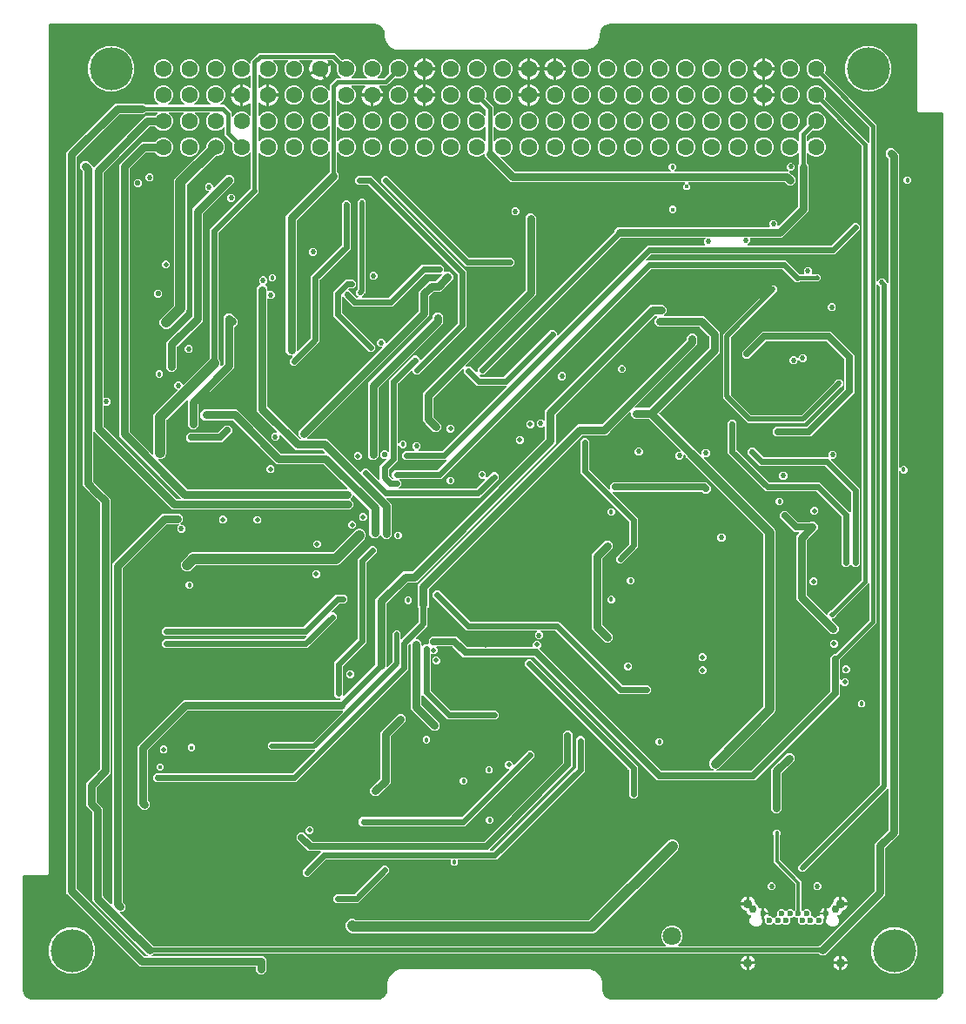
<source format=gbr>
G04 EAGLE Gerber RS-274X export*
G75*
%MOMM*%
%FSLAX34Y34*%
%LPD*%
%INCopper Layer 2*%
%IPPOS*%
%AMOC8*
5,1,8,0,0,1.08239X$1,22.5*%
G01*
%ADD10C,4.191000*%
%ADD11C,1.600200*%
%ADD12C,1.524000*%
%ADD13C,0.600000*%
%ADD14C,0.900000*%
%ADD15C,0.750000*%
%ADD16C,0.457200*%
%ADD17C,0.381000*%
%ADD18C,0.609600*%
%ADD19C,0.525000*%
%ADD20C,0.600000*%
%ADD21C,0.762000*%
%ADD22C,0.495300*%
%ADD23C,0.457200*%
%ADD24C,0.495000*%
%ADD25C,1.800000*%
%ADD26C,0.533400*%
%ADD27C,1.016000*%
%ADD28C,0.650000*%
%ADD29C,0.450000*%
%ADD30C,0.510000*%
%ADD31C,0.800000*%
%ADD32C,0.700000*%
%ADD33C,0.914400*%
%ADD34C,0.900000*%
%ADD35C,0.419100*%
%ADD36C,0.304800*%
%ADD37C,0.500000*%
%ADD38C,0.400000*%

G36*
X348768Y3180D02*
X348768Y3180D01*
X348817Y3179D01*
X350378Y3333D01*
X350405Y3340D01*
X350433Y3341D01*
X350594Y3387D01*
X353478Y4582D01*
X353534Y4617D01*
X353594Y4642D01*
X353659Y4694D01*
X353687Y4712D01*
X353700Y4727D01*
X353725Y4747D01*
X355933Y6955D01*
X355971Y7008D01*
X356017Y7055D01*
X356057Y7128D01*
X356076Y7154D01*
X356082Y7173D01*
X356098Y7202D01*
X357293Y10086D01*
X357299Y10113D01*
X357312Y10138D01*
X357347Y10302D01*
X357501Y11863D01*
X357499Y11890D01*
X357504Y11938D01*
X357504Y20278D01*
X359805Y25833D01*
X364057Y30085D01*
X369612Y32386D01*
X554948Y32386D01*
X560503Y30085D01*
X564755Y25833D01*
X567056Y20278D01*
X567056Y11938D01*
X567060Y11912D01*
X567059Y11863D01*
X567213Y10302D01*
X567220Y10275D01*
X567221Y10247D01*
X567267Y10086D01*
X568462Y7202D01*
X568497Y7146D01*
X568522Y7086D01*
X568574Y7021D01*
X568592Y6993D01*
X568607Y6980D01*
X568627Y6955D01*
X570835Y4747D01*
X570888Y4709D01*
X570935Y4663D01*
X570941Y4659D01*
X570945Y4656D01*
X570962Y4648D01*
X571008Y4623D01*
X571034Y4604D01*
X571053Y4598D01*
X571082Y4582D01*
X573966Y3387D01*
X573993Y3381D01*
X574018Y3368D01*
X574182Y3333D01*
X575743Y3179D01*
X575770Y3181D01*
X575818Y3176D01*
X889762Y3176D01*
X889788Y3180D01*
X889837Y3179D01*
X891398Y3333D01*
X891425Y3340D01*
X891453Y3341D01*
X891614Y3387D01*
X894498Y4582D01*
X894554Y4617D01*
X894614Y4642D01*
X894679Y4694D01*
X894707Y4712D01*
X894720Y4727D01*
X894745Y4747D01*
X896953Y6955D01*
X896991Y7008D01*
X897037Y7055D01*
X897077Y7128D01*
X897096Y7154D01*
X897102Y7173D01*
X897118Y7202D01*
X898313Y10086D01*
X898319Y10113D01*
X898332Y10138D01*
X898367Y10302D01*
X898521Y11863D01*
X898519Y11890D01*
X898524Y11938D01*
X898524Y864743D01*
X898521Y864763D01*
X898523Y864782D01*
X898501Y864884D01*
X898485Y864986D01*
X898475Y865003D01*
X898471Y865023D01*
X898418Y865112D01*
X898369Y865203D01*
X898355Y865217D01*
X898345Y865234D01*
X898266Y865301D01*
X898191Y865373D01*
X898173Y865381D01*
X898158Y865394D01*
X898062Y865433D01*
X897968Y865476D01*
X897948Y865478D01*
X897930Y865486D01*
X897763Y865504D01*
X874985Y865504D01*
X873124Y867365D01*
X873124Y951103D01*
X873121Y951123D01*
X873123Y951142D01*
X873101Y951244D01*
X873085Y951346D01*
X873075Y951363D01*
X873071Y951383D01*
X873018Y951472D01*
X872969Y951563D01*
X872955Y951577D01*
X872945Y951594D01*
X872866Y951661D01*
X872791Y951733D01*
X872773Y951741D01*
X872758Y951754D01*
X872662Y951793D01*
X872568Y951836D01*
X872548Y951838D01*
X872530Y951846D01*
X872363Y951864D01*
X574040Y951864D01*
X574014Y951860D01*
X573965Y951861D01*
X572256Y951692D01*
X572228Y951685D01*
X572200Y951685D01*
X572107Y951658D01*
X572081Y951653D01*
X572067Y951646D01*
X572039Y951638D01*
X568880Y950329D01*
X568824Y950295D01*
X568764Y950269D01*
X568699Y950217D01*
X568671Y950200D01*
X568659Y950185D01*
X568633Y950164D01*
X566216Y947747D01*
X566177Y947694D01*
X566131Y947647D01*
X566091Y947574D01*
X566072Y947547D01*
X566066Y947528D01*
X566051Y947500D01*
X564742Y944341D01*
X564736Y944313D01*
X564722Y944288D01*
X564718Y944267D01*
X564712Y944255D01*
X564709Y944223D01*
X564688Y944124D01*
X564519Y942415D01*
X564521Y942388D01*
X564516Y942340D01*
X564516Y939182D01*
X562099Y933347D01*
X557633Y928881D01*
X551798Y926464D01*
X369681Y926464D01*
X369632Y926456D01*
X369583Y926458D01*
X369512Y926437D01*
X369438Y926425D01*
X369395Y926401D01*
X369347Y926387D01*
X369268Y926337D01*
X368166Y926460D01*
X368138Y926458D01*
X368082Y926464D01*
X366974Y926464D01*
X366957Y926483D01*
X366892Y926518D01*
X366831Y926561D01*
X366784Y926576D01*
X366740Y926599D01*
X366620Y926627D01*
X366596Y926634D01*
X366588Y926634D01*
X366577Y926636D01*
X365048Y926806D01*
X359934Y929622D01*
X356286Y934182D01*
X354661Y939789D01*
X354948Y942371D01*
X354947Y942386D01*
X354949Y942530D01*
X354792Y944124D01*
X354785Y944152D01*
X354785Y944180D01*
X354738Y944341D01*
X353429Y947500D01*
X353395Y947556D01*
X353369Y947616D01*
X353317Y947681D01*
X353300Y947709D01*
X353285Y947721D01*
X353264Y947747D01*
X350847Y950164D01*
X350794Y950203D01*
X350747Y950249D01*
X350674Y950289D01*
X350647Y950308D01*
X350628Y950314D01*
X350600Y950329D01*
X347441Y951638D01*
X347413Y951644D01*
X347388Y951657D01*
X347340Y951668D01*
X347323Y951675D01*
X347289Y951678D01*
X347224Y951692D01*
X345515Y951861D01*
X345488Y951859D01*
X345440Y951864D01*
X29337Y951864D01*
X29317Y951861D01*
X29298Y951863D01*
X29196Y951841D01*
X29094Y951825D01*
X29077Y951815D01*
X29057Y951811D01*
X28968Y951758D01*
X28877Y951709D01*
X28863Y951695D01*
X28846Y951685D01*
X28779Y951606D01*
X28707Y951531D01*
X28699Y951513D01*
X28686Y951498D01*
X28647Y951402D01*
X28604Y951308D01*
X28602Y951288D01*
X28594Y951270D01*
X28576Y951103D01*
X28576Y125685D01*
X26715Y123824D01*
X3937Y123824D01*
X3917Y123821D01*
X3898Y123823D01*
X3796Y123801D01*
X3694Y123785D01*
X3677Y123775D01*
X3657Y123771D01*
X3568Y123718D01*
X3477Y123669D01*
X3463Y123655D01*
X3446Y123645D01*
X3379Y123566D01*
X3307Y123491D01*
X3299Y123473D01*
X3286Y123458D01*
X3247Y123362D01*
X3204Y123268D01*
X3202Y123248D01*
X3194Y123230D01*
X3176Y123063D01*
X3176Y11938D01*
X3180Y11912D01*
X3179Y11863D01*
X3333Y10302D01*
X3340Y10275D01*
X3341Y10247D01*
X3387Y10086D01*
X4582Y7202D01*
X4617Y7146D01*
X4642Y7086D01*
X4694Y7021D01*
X4712Y6993D01*
X4727Y6980D01*
X4747Y6955D01*
X6955Y4747D01*
X7008Y4709D01*
X7055Y4663D01*
X7128Y4623D01*
X7154Y4604D01*
X7173Y4598D01*
X7202Y4582D01*
X10086Y3387D01*
X10113Y3381D01*
X10138Y3368D01*
X10302Y3333D01*
X11863Y3179D01*
X11890Y3181D01*
X11938Y3176D01*
X348742Y3176D01*
X348768Y3180D01*
G37*
%LPC*%
G36*
X232979Y27861D02*
X232979Y27861D01*
X230003Y30837D01*
X230003Y34310D01*
X230000Y34330D01*
X230002Y34349D01*
X229980Y34451D01*
X229964Y34553D01*
X229954Y34570D01*
X229950Y34590D01*
X229897Y34679D01*
X229848Y34770D01*
X229834Y34784D01*
X229824Y34801D01*
X229745Y34868D01*
X229670Y34940D01*
X229652Y34948D01*
X229637Y34961D01*
X229541Y35000D01*
X229447Y35043D01*
X229427Y35045D01*
X229409Y35053D01*
X229242Y35071D01*
X117001Y35071D01*
X45465Y106607D01*
X45465Y827097D01*
X93145Y874777D01*
X120723Y874777D01*
X122024Y873476D01*
X122097Y873423D01*
X122167Y873363D01*
X122197Y873351D01*
X122223Y873332D01*
X122310Y873305D01*
X122395Y873271D01*
X122436Y873267D01*
X122458Y873260D01*
X122491Y873261D01*
X122562Y873253D01*
X134332Y873253D01*
X134428Y873268D01*
X134525Y873278D01*
X134549Y873288D01*
X134575Y873292D01*
X134661Y873338D01*
X134750Y873378D01*
X134769Y873395D01*
X134792Y873408D01*
X134859Y873478D01*
X134931Y873544D01*
X134943Y873567D01*
X134961Y873586D01*
X135002Y873674D01*
X135049Y873760D01*
X135054Y873785D01*
X135065Y873809D01*
X135076Y873906D01*
X135093Y874002D01*
X135089Y874028D01*
X135092Y874053D01*
X135071Y874148D01*
X135057Y874245D01*
X135045Y874268D01*
X135040Y874294D01*
X134990Y874377D01*
X134946Y874464D01*
X134927Y874483D01*
X134914Y874505D01*
X134840Y874568D01*
X134770Y874636D01*
X134742Y874652D01*
X134727Y874665D01*
X134696Y874677D01*
X134623Y874717D01*
X134448Y874790D01*
X131840Y877398D01*
X130428Y880806D01*
X130428Y884494D01*
X131840Y887902D01*
X134448Y890510D01*
X137856Y891922D01*
X141544Y891922D01*
X144952Y890510D01*
X147560Y887902D01*
X148972Y884494D01*
X148972Y880806D01*
X147560Y877398D01*
X144952Y874790D01*
X144777Y874717D01*
X144694Y874666D01*
X144608Y874620D01*
X144590Y874601D01*
X144568Y874588D01*
X144506Y874513D01*
X144439Y874442D01*
X144428Y874418D01*
X144411Y874398D01*
X144376Y874307D01*
X144335Y874219D01*
X144332Y874193D01*
X144323Y874169D01*
X144319Y874071D01*
X144308Y873975D01*
X144314Y873949D01*
X144312Y873923D01*
X144340Y873829D01*
X144360Y873734D01*
X144374Y873712D01*
X144381Y873687D01*
X144437Y873607D01*
X144486Y873523D01*
X144506Y873506D01*
X144521Y873485D01*
X144599Y873426D01*
X144673Y873363D01*
X144698Y873353D01*
X144719Y873338D01*
X144811Y873308D01*
X144901Y873271D01*
X144934Y873268D01*
X144952Y873262D01*
X144985Y873262D01*
X145068Y873253D01*
X159732Y873253D01*
X159828Y873268D01*
X159925Y873278D01*
X159949Y873288D01*
X159975Y873292D01*
X160061Y873338D01*
X160150Y873378D01*
X160169Y873395D01*
X160192Y873408D01*
X160259Y873478D01*
X160331Y873544D01*
X160343Y873567D01*
X160361Y873586D01*
X160402Y873674D01*
X160449Y873760D01*
X160454Y873785D01*
X160465Y873809D01*
X160476Y873906D01*
X160493Y874002D01*
X160489Y874028D01*
X160492Y874053D01*
X160471Y874149D01*
X160457Y874245D01*
X160445Y874268D01*
X160440Y874294D01*
X160390Y874378D01*
X160346Y874464D01*
X160327Y874483D01*
X160314Y874505D01*
X160240Y874568D01*
X160170Y874636D01*
X160142Y874652D01*
X160127Y874665D01*
X160096Y874677D01*
X160023Y874717D01*
X159848Y874790D01*
X157240Y877398D01*
X155828Y880806D01*
X155828Y884494D01*
X157240Y887902D01*
X159848Y890510D01*
X163256Y891922D01*
X166944Y891922D01*
X170352Y890510D01*
X172960Y887902D01*
X174372Y884494D01*
X174372Y880806D01*
X172960Y877398D01*
X170352Y874790D01*
X170177Y874717D01*
X170094Y874666D01*
X170008Y874620D01*
X169990Y874602D01*
X169968Y874588D01*
X169906Y874513D01*
X169839Y874442D01*
X169828Y874418D01*
X169811Y874398D01*
X169776Y874307D01*
X169735Y874219D01*
X169732Y874193D01*
X169723Y874169D01*
X169719Y874071D01*
X169708Y873975D01*
X169713Y873949D01*
X169712Y873923D01*
X169739Y873829D01*
X169760Y873734D01*
X169774Y873712D01*
X169781Y873687D01*
X169836Y873607D01*
X169886Y873523D01*
X169906Y873506D01*
X169921Y873485D01*
X169999Y873427D01*
X170073Y873363D01*
X170098Y873353D01*
X170118Y873338D01*
X170211Y873308D01*
X170301Y873271D01*
X170334Y873268D01*
X170352Y873262D01*
X170385Y873262D01*
X170468Y873253D01*
X185132Y873253D01*
X185228Y873268D01*
X185325Y873278D01*
X185349Y873288D01*
X185375Y873292D01*
X185461Y873338D01*
X185550Y873378D01*
X185569Y873395D01*
X185592Y873408D01*
X185659Y873478D01*
X185731Y873544D01*
X185743Y873567D01*
X185761Y873586D01*
X185802Y873674D01*
X185849Y873760D01*
X185854Y873785D01*
X185865Y873809D01*
X185876Y873906D01*
X185893Y874002D01*
X185889Y874028D01*
X185892Y874053D01*
X185871Y874149D01*
X185857Y874245D01*
X185845Y874268D01*
X185840Y874294D01*
X185790Y874378D01*
X185746Y874464D01*
X185727Y874483D01*
X185714Y874505D01*
X185640Y874568D01*
X185570Y874636D01*
X185542Y874652D01*
X185527Y874665D01*
X185496Y874677D01*
X185423Y874717D01*
X185248Y874790D01*
X182640Y877398D01*
X181228Y880806D01*
X181228Y884494D01*
X182640Y887902D01*
X185248Y890510D01*
X188656Y891922D01*
X192344Y891922D01*
X195752Y890510D01*
X198360Y887902D01*
X199772Y884494D01*
X199772Y880806D01*
X198360Y877398D01*
X195752Y874790D01*
X195577Y874717D01*
X195494Y874666D01*
X195408Y874620D01*
X195390Y874602D01*
X195368Y874588D01*
X195306Y874513D01*
X195239Y874442D01*
X195228Y874418D01*
X195211Y874398D01*
X195176Y874307D01*
X195135Y874219D01*
X195132Y874193D01*
X195123Y874169D01*
X195119Y874071D01*
X195108Y873975D01*
X195113Y873949D01*
X195112Y873923D01*
X195139Y873829D01*
X195160Y873734D01*
X195174Y873712D01*
X195181Y873687D01*
X195236Y873607D01*
X195286Y873523D01*
X195306Y873506D01*
X195321Y873485D01*
X195399Y873427D01*
X195473Y873363D01*
X195498Y873353D01*
X195518Y873338D01*
X195611Y873308D01*
X195701Y873271D01*
X195734Y873268D01*
X195752Y873262D01*
X195785Y873262D01*
X195868Y873253D01*
X198814Y873253D01*
X206376Y865691D01*
X206376Y862312D01*
X206391Y862216D01*
X206401Y862119D01*
X206411Y862095D01*
X206415Y862069D01*
X206461Y861983D01*
X206501Y861894D01*
X206518Y861874D01*
X206531Y861851D01*
X206601Y861784D01*
X206667Y861713D01*
X206690Y861700D01*
X206709Y861682D01*
X206797Y861641D01*
X206883Y861594D01*
X206908Y861589D01*
X206932Y861578D01*
X207029Y861568D01*
X207125Y861550D01*
X207151Y861554D01*
X207176Y861551D01*
X207271Y861572D01*
X207368Y861586D01*
X207391Y861598D01*
X207417Y861604D01*
X207500Y861654D01*
X207587Y861698D01*
X207606Y861716D01*
X207628Y861730D01*
X207691Y861804D01*
X207759Y861873D01*
X207775Y861902D01*
X207788Y861917D01*
X207800Y861948D01*
X207840Y862020D01*
X208040Y862502D01*
X210648Y865110D01*
X214056Y866522D01*
X217744Y866522D01*
X221152Y865110D01*
X223490Y862772D01*
X223548Y862731D01*
X223600Y862681D01*
X223647Y862659D01*
X223689Y862629D01*
X223758Y862608D01*
X223823Y862578D01*
X223875Y862572D01*
X223925Y862557D01*
X223996Y862558D01*
X224067Y862551D01*
X224118Y862562D01*
X224170Y862563D01*
X224238Y862588D01*
X224308Y862603D01*
X224353Y862629D01*
X224401Y862647D01*
X224457Y862692D01*
X224519Y862729D01*
X224553Y862769D01*
X224593Y862801D01*
X224632Y862861D01*
X224679Y862916D01*
X224698Y862964D01*
X224726Y863008D01*
X224744Y863077D01*
X224771Y863144D01*
X224779Y863215D01*
X224787Y863247D01*
X224785Y863270D01*
X224789Y863311D01*
X224789Y874793D01*
X224778Y874864D01*
X224776Y874936D01*
X224758Y874985D01*
X224750Y875036D01*
X224716Y875099D01*
X224691Y875167D01*
X224659Y875207D01*
X224634Y875253D01*
X224582Y875303D01*
X224538Y875359D01*
X224494Y875387D01*
X224456Y875423D01*
X224391Y875453D01*
X224331Y875492D01*
X224280Y875504D01*
X224233Y875526D01*
X224162Y875534D01*
X224092Y875552D01*
X224040Y875548D01*
X223989Y875553D01*
X223918Y875538D01*
X223847Y875533D01*
X223799Y875512D01*
X223748Y875501D01*
X223687Y875464D01*
X223621Y875436D01*
X223565Y875392D01*
X223537Y875375D01*
X223522Y875357D01*
X223490Y875332D01*
X222767Y874609D01*
X221425Y873634D01*
X219947Y872881D01*
X218368Y872368D01*
X217423Y872218D01*
X217423Y881888D01*
X217420Y881908D01*
X217422Y881927D01*
X217400Y882029D01*
X217383Y882131D01*
X217374Y882148D01*
X217370Y882168D01*
X217317Y882257D01*
X217268Y882348D01*
X217254Y882362D01*
X217244Y882379D01*
X217165Y882446D01*
X217090Y882517D01*
X217072Y882526D01*
X217057Y882539D01*
X216961Y882577D01*
X216867Y882621D01*
X216847Y882623D01*
X216829Y882631D01*
X216662Y882649D01*
X215899Y882649D01*
X215899Y882651D01*
X216662Y882651D01*
X216682Y882654D01*
X216701Y882652D01*
X216803Y882674D01*
X216905Y882691D01*
X216922Y882700D01*
X216942Y882704D01*
X217031Y882757D01*
X217122Y882806D01*
X217136Y882820D01*
X217153Y882830D01*
X217220Y882909D01*
X217291Y882984D01*
X217300Y883002D01*
X217313Y883017D01*
X217352Y883113D01*
X217395Y883207D01*
X217397Y883227D01*
X217405Y883245D01*
X217423Y883412D01*
X217423Y893082D01*
X218368Y892932D01*
X219947Y892419D01*
X221425Y891666D01*
X222767Y890691D01*
X223490Y889968D01*
X223548Y889927D01*
X223600Y889877D01*
X223647Y889855D01*
X223689Y889825D01*
X223758Y889804D01*
X223823Y889774D01*
X223875Y889768D01*
X223925Y889753D01*
X223996Y889754D01*
X224067Y889747D01*
X224118Y889758D01*
X224170Y889759D01*
X224238Y889784D01*
X224308Y889799D01*
X224353Y889826D01*
X224401Y889843D01*
X224457Y889888D01*
X224519Y889925D01*
X224553Y889965D01*
X224593Y889997D01*
X224632Y890057D01*
X224679Y890112D01*
X224698Y890160D01*
X224726Y890204D01*
X224744Y890273D01*
X224771Y890340D01*
X224779Y890411D01*
X224787Y890443D01*
X224785Y890466D01*
X224789Y890507D01*
X224789Y901989D01*
X224778Y902060D01*
X224776Y902132D01*
X224758Y902181D01*
X224750Y902232D01*
X224716Y902295D01*
X224691Y902363D01*
X224659Y902403D01*
X224634Y902449D01*
X224582Y902499D01*
X224538Y902555D01*
X224494Y902583D01*
X224456Y902619D01*
X224391Y902649D01*
X224331Y902688D01*
X224280Y902700D01*
X224233Y902722D01*
X224162Y902730D01*
X224092Y902748D01*
X224040Y902744D01*
X223989Y902749D01*
X223918Y902734D01*
X223847Y902729D01*
X223799Y902708D01*
X223748Y902697D01*
X223687Y902660D01*
X223621Y902632D01*
X223565Y902588D01*
X223537Y902571D01*
X223522Y902553D01*
X223490Y902528D01*
X221152Y900190D01*
X217744Y898778D01*
X214056Y898778D01*
X210648Y900190D01*
X208040Y902798D01*
X206628Y906206D01*
X206628Y909894D01*
X208040Y913302D01*
X210648Y915910D01*
X214056Y917322D01*
X217744Y917322D01*
X221152Y915910D01*
X223490Y913572D01*
X223548Y913531D01*
X223600Y913481D01*
X223647Y913459D01*
X223689Y913429D01*
X223758Y913408D01*
X223823Y913378D01*
X223875Y913372D01*
X223925Y913357D01*
X223996Y913358D01*
X224067Y913351D01*
X224118Y913362D01*
X224170Y913363D01*
X224238Y913388D01*
X224308Y913403D01*
X224353Y913429D01*
X224401Y913447D01*
X224457Y913492D01*
X224519Y913529D01*
X224553Y913569D01*
X224593Y913601D01*
X224632Y913661D01*
X224679Y913716D01*
X224698Y913764D01*
X224726Y913808D01*
X224744Y913877D01*
X224771Y913944D01*
X224779Y914015D01*
X224787Y914047D01*
X224785Y914070D01*
X224789Y914111D01*
X224789Y916127D01*
X227096Y918434D01*
X230167Y921505D01*
X232473Y923811D01*
X306769Y923811D01*
X313601Y916979D01*
X313696Y916911D01*
X313789Y916841D01*
X313795Y916839D01*
X313801Y916836D01*
X313912Y916801D01*
X314023Y916765D01*
X314030Y916765D01*
X314036Y916763D01*
X314152Y916766D01*
X314269Y916767D01*
X314276Y916770D01*
X314281Y916770D01*
X314299Y916776D01*
X314430Y916814D01*
X315656Y917322D01*
X319344Y917322D01*
X322752Y915910D01*
X325360Y913302D01*
X326772Y909894D01*
X326772Y906206D01*
X325360Y902798D01*
X322768Y900206D01*
X322727Y900148D01*
X322677Y900096D01*
X322655Y900049D01*
X322625Y900007D01*
X322604Y899938D01*
X322574Y899873D01*
X322568Y899821D01*
X322553Y899771D01*
X322554Y899700D01*
X322547Y899629D01*
X322558Y899578D01*
X322559Y899526D01*
X322584Y899458D01*
X322599Y899388D01*
X322625Y899343D01*
X322643Y899295D01*
X322688Y899239D01*
X322725Y899177D01*
X322765Y899143D01*
X322797Y899103D01*
X322857Y899064D01*
X322912Y899017D01*
X322960Y898998D01*
X323004Y898970D01*
X323073Y898952D01*
X323140Y898925D01*
X323211Y898917D01*
X323243Y898909D01*
X323266Y898911D01*
X323307Y898907D01*
X337093Y898907D01*
X337164Y898918D01*
X337236Y898920D01*
X337285Y898938D01*
X337336Y898946D01*
X337399Y898980D01*
X337467Y899005D01*
X337507Y899037D01*
X337553Y899062D01*
X337603Y899114D01*
X337659Y899158D01*
X337687Y899202D01*
X337723Y899240D01*
X337753Y899305D01*
X337792Y899365D01*
X337804Y899416D01*
X337826Y899463D01*
X337834Y899534D01*
X337852Y899604D01*
X337848Y899656D01*
X337853Y899707D01*
X337838Y899778D01*
X337833Y899849D01*
X337812Y899897D01*
X337801Y899948D01*
X337764Y900009D01*
X337736Y900075D01*
X337692Y900131D01*
X337675Y900159D01*
X337657Y900174D01*
X337632Y900206D01*
X335040Y902798D01*
X333628Y906206D01*
X333628Y909894D01*
X335040Y913302D01*
X337648Y915910D01*
X341056Y917322D01*
X344744Y917322D01*
X348152Y915910D01*
X350760Y913302D01*
X352172Y909894D01*
X352172Y906206D01*
X350760Y902798D01*
X348168Y900206D01*
X348127Y900148D01*
X348077Y900096D01*
X348055Y900049D01*
X348025Y900007D01*
X348004Y899938D01*
X347974Y899873D01*
X347968Y899821D01*
X347953Y899771D01*
X347954Y899700D01*
X347947Y899629D01*
X347958Y899578D01*
X347959Y899526D01*
X347984Y899458D01*
X347999Y899388D01*
X348025Y899343D01*
X348043Y899295D01*
X348088Y899239D01*
X348125Y899177D01*
X348165Y899143D01*
X348197Y899103D01*
X348257Y899064D01*
X348312Y899017D01*
X348360Y898998D01*
X348404Y898970D01*
X348473Y898952D01*
X348540Y898925D01*
X348611Y898917D01*
X348643Y898909D01*
X348666Y898911D01*
X348707Y898907D01*
X353811Y898907D01*
X353902Y898921D01*
X353992Y898929D01*
X354022Y898941D01*
X354054Y898946D01*
X354135Y898989D01*
X354219Y899025D01*
X354251Y899051D01*
X354272Y899062D01*
X354294Y899085D01*
X354350Y899130D01*
X359371Y904151D01*
X359439Y904246D01*
X359509Y904339D01*
X359511Y904345D01*
X359514Y904351D01*
X359549Y904462D01*
X359585Y904573D01*
X359585Y904580D01*
X359587Y904586D01*
X359584Y904701D01*
X359583Y904819D01*
X359580Y904826D01*
X359580Y904831D01*
X359574Y904849D01*
X359536Y904980D01*
X359028Y906206D01*
X359028Y909894D01*
X360440Y913302D01*
X363048Y915910D01*
X366456Y917322D01*
X370144Y917322D01*
X373552Y915910D01*
X376160Y913302D01*
X377572Y909894D01*
X377572Y906206D01*
X376160Y902798D01*
X373552Y900190D01*
X370144Y898778D01*
X366456Y898778D01*
X365230Y899286D01*
X365117Y899312D01*
X365003Y899341D01*
X364997Y899341D01*
X364991Y899342D01*
X364874Y899331D01*
X364758Y899322D01*
X364752Y899320D01*
X364746Y899319D01*
X364638Y899271D01*
X364532Y899226D01*
X364526Y899221D01*
X364521Y899219D01*
X364507Y899206D01*
X364401Y899121D01*
X359380Y894100D01*
X357073Y891793D01*
X350503Y891793D01*
X350432Y891782D01*
X350360Y891780D01*
X350311Y891762D01*
X350260Y891754D01*
X350197Y891720D01*
X350129Y891695D01*
X350089Y891663D01*
X350043Y891638D01*
X349993Y891586D01*
X349937Y891542D01*
X349909Y891498D01*
X349873Y891460D01*
X349843Y891395D01*
X349804Y891335D01*
X349792Y891284D01*
X349770Y891237D01*
X349762Y891166D01*
X349744Y891096D01*
X349748Y891044D01*
X349743Y890993D01*
X349758Y890922D01*
X349763Y890851D01*
X349784Y890803D01*
X349795Y890752D01*
X349832Y890691D01*
X349860Y890625D01*
X349904Y890569D01*
X349921Y890541D01*
X349939Y890526D01*
X349964Y890494D01*
X350941Y889517D01*
X351916Y888175D01*
X352669Y886697D01*
X353182Y885118D01*
X353332Y884173D01*
X343662Y884173D01*
X343642Y884170D01*
X343623Y884172D01*
X343521Y884150D01*
X343419Y884133D01*
X343402Y884124D01*
X343382Y884120D01*
X343293Y884067D01*
X343202Y884018D01*
X343188Y884004D01*
X343171Y883994D01*
X343104Y883915D01*
X343033Y883840D01*
X343024Y883822D01*
X343011Y883807D01*
X342973Y883711D01*
X342929Y883617D01*
X342927Y883597D01*
X342919Y883579D01*
X342901Y883412D01*
X342901Y882649D01*
X342899Y882649D01*
X342899Y883412D01*
X342896Y883432D01*
X342898Y883451D01*
X342876Y883553D01*
X342859Y883655D01*
X342850Y883672D01*
X342846Y883692D01*
X342793Y883781D01*
X342744Y883872D01*
X342730Y883886D01*
X342720Y883903D01*
X342641Y883970D01*
X342566Y884041D01*
X342548Y884050D01*
X342533Y884063D01*
X342437Y884102D01*
X342343Y884145D01*
X342323Y884147D01*
X342305Y884155D01*
X342138Y884173D01*
X332468Y884173D01*
X332618Y885118D01*
X333131Y886697D01*
X333884Y888175D01*
X334859Y889517D01*
X335836Y890494D01*
X335877Y890552D01*
X335927Y890604D01*
X335949Y890651D01*
X335979Y890693D01*
X336000Y890762D01*
X336030Y890827D01*
X336036Y890879D01*
X336051Y890929D01*
X336050Y891000D01*
X336057Y891071D01*
X336046Y891122D01*
X336045Y891174D01*
X336020Y891242D01*
X336005Y891312D01*
X335978Y891357D01*
X335961Y891405D01*
X335916Y891461D01*
X335879Y891523D01*
X335839Y891557D01*
X335807Y891597D01*
X335747Y891636D01*
X335692Y891683D01*
X335644Y891702D01*
X335600Y891730D01*
X335530Y891748D01*
X335464Y891775D01*
X335393Y891783D01*
X335361Y891791D01*
X335338Y891789D01*
X335297Y891793D01*
X323307Y891793D01*
X323236Y891782D01*
X323164Y891780D01*
X323115Y891762D01*
X323064Y891754D01*
X323001Y891720D01*
X322933Y891695D01*
X322893Y891663D01*
X322847Y891638D01*
X322797Y891586D01*
X322741Y891542D01*
X322713Y891498D01*
X322677Y891460D01*
X322647Y891395D01*
X322608Y891335D01*
X322596Y891284D01*
X322574Y891237D01*
X322566Y891166D01*
X322548Y891096D01*
X322552Y891044D01*
X322547Y890993D01*
X322562Y890922D01*
X322567Y890851D01*
X322588Y890803D01*
X322599Y890752D01*
X322636Y890691D01*
X322664Y890625D01*
X322708Y890569D01*
X322725Y890541D01*
X322743Y890526D01*
X322768Y890494D01*
X325360Y887902D01*
X326772Y884494D01*
X326772Y880806D01*
X325360Y877398D01*
X322752Y874790D01*
X319344Y873378D01*
X315656Y873378D01*
X312248Y874790D01*
X309910Y877128D01*
X309852Y877169D01*
X309800Y877219D01*
X309753Y877241D01*
X309711Y877271D01*
X309642Y877292D01*
X309577Y877322D01*
X309525Y877328D01*
X309475Y877343D01*
X309404Y877342D01*
X309333Y877349D01*
X309282Y877338D01*
X309230Y877337D01*
X309162Y877312D01*
X309092Y877297D01*
X309047Y877271D01*
X308999Y877253D01*
X308943Y877208D01*
X308881Y877171D01*
X308847Y877131D01*
X308807Y877099D01*
X308768Y877039D01*
X308721Y876984D01*
X308702Y876936D01*
X308674Y876892D01*
X308656Y876823D01*
X308629Y876756D01*
X308621Y876685D01*
X308613Y876653D01*
X308615Y876630D01*
X308611Y876589D01*
X308611Y863311D01*
X308622Y863240D01*
X308624Y863168D01*
X308642Y863119D01*
X308650Y863068D01*
X308684Y863005D01*
X308709Y862937D01*
X308741Y862897D01*
X308766Y862851D01*
X308818Y862801D01*
X308862Y862745D01*
X308906Y862717D01*
X308944Y862681D01*
X309009Y862651D01*
X309069Y862612D01*
X309120Y862600D01*
X309167Y862578D01*
X309238Y862570D01*
X309308Y862552D01*
X309360Y862556D01*
X309411Y862551D01*
X309482Y862566D01*
X309553Y862571D01*
X309601Y862592D01*
X309652Y862603D01*
X309713Y862640D01*
X309779Y862668D01*
X309835Y862712D01*
X309863Y862729D01*
X309878Y862747D01*
X309910Y862772D01*
X312248Y865110D01*
X315656Y866522D01*
X319344Y866522D01*
X322752Y865110D01*
X325360Y862502D01*
X326772Y859094D01*
X326772Y855406D01*
X325360Y851998D01*
X322752Y849390D01*
X319344Y847978D01*
X315656Y847978D01*
X312248Y849390D01*
X309910Y851728D01*
X309852Y851769D01*
X309800Y851819D01*
X309753Y851841D01*
X309711Y851871D01*
X309642Y851892D01*
X309577Y851922D01*
X309525Y851928D01*
X309475Y851943D01*
X309404Y851942D01*
X309333Y851949D01*
X309282Y851938D01*
X309230Y851937D01*
X309162Y851912D01*
X309092Y851897D01*
X309047Y851871D01*
X308999Y851853D01*
X308943Y851808D01*
X308881Y851771D01*
X308847Y851731D01*
X308807Y851699D01*
X308768Y851639D01*
X308721Y851584D01*
X308702Y851536D01*
X308674Y851492D01*
X308656Y851423D01*
X308629Y851356D01*
X308621Y851285D01*
X308613Y851253D01*
X308615Y851230D01*
X308611Y851189D01*
X308611Y838292D01*
X308622Y838221D01*
X308624Y838149D01*
X308642Y838100D01*
X308650Y838049D01*
X308684Y837986D01*
X308709Y837918D01*
X308741Y837878D01*
X308766Y837832D01*
X308818Y837782D01*
X308862Y837726D01*
X308906Y837698D01*
X308944Y837662D01*
X309009Y837632D01*
X309069Y837593D01*
X309120Y837581D01*
X309167Y837559D01*
X309238Y837551D01*
X309308Y837533D01*
X309360Y837537D01*
X309411Y837532D01*
X309482Y837547D01*
X309553Y837552D01*
X309601Y837573D01*
X309652Y837584D01*
X309713Y837621D01*
X309779Y837649D01*
X309835Y837693D01*
X309863Y837710D01*
X309878Y837728D01*
X309910Y837753D01*
X312248Y840091D01*
X315656Y841503D01*
X319344Y841503D01*
X322752Y840091D01*
X325360Y837483D01*
X326772Y834075D01*
X326772Y830387D01*
X325360Y826979D01*
X322752Y824371D01*
X319344Y822959D01*
X315656Y822959D01*
X312248Y824371D01*
X309910Y826709D01*
X309852Y826750D01*
X309800Y826800D01*
X309753Y826822D01*
X309711Y826852D01*
X309642Y826873D01*
X309577Y826903D01*
X309525Y826909D01*
X309475Y826924D01*
X309404Y826923D01*
X309333Y826930D01*
X309282Y826919D01*
X309230Y826918D01*
X309162Y826893D01*
X309092Y826878D01*
X309047Y826852D01*
X308999Y826834D01*
X308943Y826789D01*
X308881Y826752D01*
X308847Y826712D01*
X308807Y826680D01*
X308768Y826620D01*
X308721Y826565D01*
X308702Y826517D01*
X308674Y826473D01*
X308656Y826404D01*
X308629Y826337D01*
X308621Y826266D01*
X308613Y826234D01*
X308615Y826211D01*
X308611Y826170D01*
X308611Y808377D01*
X308625Y808286D01*
X308633Y808196D01*
X308645Y808166D01*
X308650Y808134D01*
X308693Y808053D01*
X308729Y807969D01*
X308755Y807937D01*
X308766Y807916D01*
X308789Y807894D01*
X308834Y807838D01*
X310325Y806347D01*
X310325Y801981D01*
X269654Y761310D01*
X269601Y761236D01*
X269541Y761166D01*
X269529Y761136D01*
X269510Y761110D01*
X269483Y761023D01*
X269449Y760938D01*
X269445Y760897D01*
X269438Y760875D01*
X269439Y760843D01*
X269431Y760771D01*
X269431Y634408D01*
X269442Y634338D01*
X269444Y634266D01*
X269462Y634217D01*
X269470Y634166D01*
X269504Y634102D01*
X269529Y634035D01*
X269561Y633994D01*
X269586Y633948D01*
X269638Y633899D01*
X269682Y633843D01*
X269726Y633815D01*
X269764Y633779D01*
X269829Y633749D01*
X269889Y633710D01*
X269940Y633697D01*
X269987Y633675D01*
X270058Y633667D01*
X270128Y633650D01*
X270180Y633654D01*
X270231Y633648D01*
X270302Y633663D01*
X270373Y633669D01*
X270421Y633689D01*
X270472Y633700D01*
X270533Y633737D01*
X270599Y633765D01*
X270655Y633810D01*
X270683Y633826D01*
X270698Y633844D01*
X270730Y633870D01*
X283106Y646246D01*
X283159Y646320D01*
X283219Y646389D01*
X283231Y646420D01*
X283250Y646446D01*
X283277Y646533D01*
X283311Y646618D01*
X283315Y646659D01*
X283322Y646681D01*
X283321Y646713D01*
X283329Y646784D01*
X283329Y706669D01*
X313106Y736446D01*
X313159Y736520D01*
X313219Y736589D01*
X313231Y736620D01*
X313250Y736646D01*
X313277Y736733D01*
X313311Y736818D01*
X313315Y736859D01*
X313322Y736881D01*
X313321Y736913D01*
X313329Y736984D01*
X313329Y778269D01*
X315831Y780771D01*
X319369Y780771D01*
X321871Y778269D01*
X321871Y733131D01*
X292094Y703354D01*
X292041Y703280D01*
X291981Y703211D01*
X291969Y703180D01*
X291950Y703154D01*
X291923Y703067D01*
X291889Y702982D01*
X291885Y702941D01*
X291878Y702919D01*
X291879Y702887D01*
X291871Y702816D01*
X291871Y642931D01*
X268669Y619729D01*
X265131Y619729D01*
X262629Y622231D01*
X262629Y625769D01*
X265036Y628176D01*
X265078Y628234D01*
X265127Y628286D01*
X265149Y628333D01*
X265180Y628375D01*
X265201Y628444D01*
X265231Y628509D01*
X265237Y628561D01*
X265252Y628611D01*
X265250Y628682D01*
X265258Y628753D01*
X265247Y628804D01*
X265246Y628856D01*
X265221Y628924D01*
X265206Y628994D01*
X265179Y629039D01*
X265161Y629087D01*
X265116Y629143D01*
X265080Y629205D01*
X265040Y629239D01*
X265007Y629279D01*
X264947Y629318D01*
X264893Y629365D01*
X264844Y629384D01*
X264800Y629412D01*
X264731Y629430D01*
X264664Y629457D01*
X264593Y629465D01*
X264562Y629473D01*
X264539Y629471D01*
X264498Y629475D01*
X261977Y629475D01*
X258889Y632563D01*
X258889Y765453D01*
X301274Y807838D01*
X301327Y807912D01*
X301387Y807982D01*
X301399Y808012D01*
X301418Y808038D01*
X301445Y808125D01*
X301479Y808210D01*
X301483Y808251D01*
X301490Y808273D01*
X301489Y808305D01*
X301497Y808377D01*
X301497Y826863D01*
X301495Y826877D01*
X301496Y826888D01*
X301484Y826944D01*
X301482Y826959D01*
X301472Y827056D01*
X301462Y827080D01*
X301458Y827106D01*
X301412Y827192D01*
X301372Y827281D01*
X301355Y827300D01*
X301342Y827323D01*
X301272Y827390D01*
X301206Y827462D01*
X301183Y827474D01*
X301164Y827492D01*
X301076Y827533D01*
X300990Y827580D01*
X300965Y827585D01*
X300941Y827596D01*
X300844Y827607D01*
X300748Y827624D01*
X300722Y827620D01*
X300697Y827623D01*
X300601Y827602D01*
X300505Y827588D01*
X300482Y827576D01*
X300456Y827571D01*
X300372Y827521D01*
X300286Y827477D01*
X300267Y827458D01*
X300245Y827445D01*
X300182Y827371D01*
X300114Y827301D01*
X300098Y827273D01*
X300085Y827258D01*
X300073Y827227D01*
X300033Y827154D01*
X299960Y826979D01*
X297352Y824371D01*
X293944Y822959D01*
X290256Y822959D01*
X286848Y824371D01*
X284240Y826979D01*
X282828Y830387D01*
X282828Y834075D01*
X284240Y837483D01*
X286848Y840091D01*
X290256Y841503D01*
X293944Y841503D01*
X297352Y840091D01*
X299960Y837483D01*
X300033Y837308D01*
X300084Y837225D01*
X300130Y837139D01*
X300148Y837121D01*
X300162Y837099D01*
X300237Y837037D01*
X300308Y836970D01*
X300332Y836959D01*
X300352Y836942D01*
X300443Y836907D01*
X300531Y836866D01*
X300557Y836863D01*
X300581Y836854D01*
X300679Y836850D01*
X300775Y836839D01*
X300801Y836844D01*
X300827Y836843D01*
X300921Y836870D01*
X301016Y836891D01*
X301038Y836905D01*
X301063Y836912D01*
X301143Y836967D01*
X301227Y837017D01*
X301244Y837037D01*
X301265Y837052D01*
X301323Y837130D01*
X301387Y837204D01*
X301397Y837229D01*
X301412Y837249D01*
X301442Y837342D01*
X301479Y837432D01*
X301482Y837465D01*
X301488Y837483D01*
X301488Y837516D01*
X301497Y837599D01*
X301497Y851882D01*
X301482Y851978D01*
X301472Y852075D01*
X301462Y852099D01*
X301458Y852125D01*
X301412Y852211D01*
X301372Y852300D01*
X301355Y852319D01*
X301342Y852342D01*
X301272Y852409D01*
X301206Y852481D01*
X301183Y852493D01*
X301164Y852511D01*
X301076Y852552D01*
X300990Y852599D01*
X300965Y852604D01*
X300941Y852615D01*
X300844Y852626D01*
X300748Y852643D01*
X300722Y852639D01*
X300697Y852642D01*
X300601Y852621D01*
X300505Y852607D01*
X300482Y852595D01*
X300456Y852590D01*
X300372Y852540D01*
X300286Y852496D01*
X300267Y852477D01*
X300245Y852464D01*
X300182Y852390D01*
X300114Y852320D01*
X300098Y852292D01*
X300085Y852277D01*
X300073Y852246D01*
X300033Y852173D01*
X299960Y851998D01*
X297352Y849390D01*
X293944Y847978D01*
X290256Y847978D01*
X286848Y849390D01*
X284240Y851998D01*
X282828Y855406D01*
X282828Y859094D01*
X284240Y862502D01*
X286848Y865110D01*
X290256Y866522D01*
X293944Y866522D01*
X297352Y865110D01*
X299960Y862502D01*
X300033Y862327D01*
X300084Y862244D01*
X300130Y862158D01*
X300148Y862141D01*
X300151Y862136D01*
X300151Y862135D01*
X300162Y862118D01*
X300237Y862056D01*
X300308Y861989D01*
X300332Y861978D01*
X300352Y861961D01*
X300443Y861926D01*
X300531Y861885D01*
X300557Y861882D01*
X300581Y861873D01*
X300679Y861869D01*
X300775Y861858D01*
X300801Y861863D01*
X300827Y861862D01*
X300921Y861889D01*
X301016Y861910D01*
X301038Y861924D01*
X301063Y861931D01*
X301143Y861986D01*
X301227Y862036D01*
X301244Y862056D01*
X301265Y862071D01*
X301323Y862149D01*
X301387Y862223D01*
X301397Y862248D01*
X301412Y862268D01*
X301442Y862361D01*
X301452Y862386D01*
X301469Y862422D01*
X301470Y862430D01*
X301479Y862451D01*
X301482Y862484D01*
X301488Y862502D01*
X301488Y862535D01*
X301497Y862618D01*
X301497Y877282D01*
X301482Y877378D01*
X301472Y877475D01*
X301462Y877499D01*
X301458Y877525D01*
X301412Y877611D01*
X301372Y877700D01*
X301355Y877719D01*
X301342Y877742D01*
X301272Y877809D01*
X301206Y877881D01*
X301183Y877893D01*
X301164Y877911D01*
X301076Y877952D01*
X300990Y877999D01*
X300965Y878004D01*
X300941Y878015D01*
X300844Y878026D01*
X300748Y878043D01*
X300722Y878039D01*
X300697Y878042D01*
X300602Y878021D01*
X300505Y878007D01*
X300482Y877995D01*
X300456Y877990D01*
X300373Y877940D01*
X300286Y877896D01*
X300267Y877877D01*
X300245Y877864D01*
X300182Y877790D01*
X300114Y877720D01*
X300098Y877692D01*
X300085Y877677D01*
X300073Y877646D01*
X300033Y877573D01*
X299960Y877398D01*
X297352Y874790D01*
X293944Y873378D01*
X290256Y873378D01*
X286848Y874790D01*
X284240Y877398D01*
X282828Y880806D01*
X282828Y884494D01*
X284240Y887902D01*
X286848Y890510D01*
X290256Y891922D01*
X293944Y891922D01*
X297352Y890510D01*
X299960Y887902D01*
X300033Y887727D01*
X300084Y887644D01*
X300130Y887558D01*
X300149Y887540D01*
X300162Y887518D01*
X300237Y887456D01*
X300308Y887389D01*
X300332Y887378D01*
X300352Y887361D01*
X300443Y887326D01*
X300531Y887285D01*
X300557Y887282D01*
X300581Y887273D01*
X300679Y887269D01*
X300775Y887258D01*
X300801Y887264D01*
X300827Y887262D01*
X300921Y887290D01*
X301016Y887310D01*
X301038Y887324D01*
X301063Y887331D01*
X301143Y887387D01*
X301227Y887436D01*
X301244Y887456D01*
X301265Y887471D01*
X301324Y887549D01*
X301387Y887623D01*
X301397Y887648D01*
X301412Y887669D01*
X301442Y887761D01*
X301479Y887851D01*
X301482Y887884D01*
X301488Y887902D01*
X301488Y887935D01*
X301497Y888018D01*
X301497Y892505D01*
X307899Y898907D01*
X311693Y898907D01*
X311764Y898918D01*
X311836Y898920D01*
X311885Y898938D01*
X311936Y898946D01*
X311999Y898980D01*
X312067Y899005D01*
X312107Y899037D01*
X312153Y899062D01*
X312203Y899114D01*
X312259Y899158D01*
X312287Y899202D01*
X312323Y899240D01*
X312353Y899305D01*
X312392Y899365D01*
X312404Y899416D01*
X312426Y899463D01*
X312434Y899534D01*
X312452Y899604D01*
X312448Y899656D01*
X312453Y899707D01*
X312438Y899778D01*
X312433Y899849D01*
X312412Y899897D01*
X312401Y899948D01*
X312364Y900009D01*
X312336Y900075D01*
X312292Y900131D01*
X312275Y900159D01*
X312257Y900174D01*
X312232Y900206D01*
X309640Y902798D01*
X308228Y906206D01*
X308228Y909894D01*
X308736Y911120D01*
X308762Y911233D01*
X308791Y911347D01*
X308791Y911353D01*
X308792Y911359D01*
X308781Y911476D01*
X308772Y911592D01*
X308770Y911598D01*
X308769Y911604D01*
X308721Y911712D01*
X308676Y911818D01*
X308671Y911824D01*
X308669Y911829D01*
X308656Y911843D01*
X308571Y911949D01*
X304045Y916475D01*
X303971Y916528D01*
X303902Y916587D01*
X303872Y916599D01*
X303845Y916618D01*
X303758Y916645D01*
X303674Y916679D01*
X303633Y916684D01*
X303610Y916691D01*
X303578Y916690D01*
X303507Y916698D01*
X300198Y916698D01*
X300128Y916686D01*
X300056Y916684D01*
X300007Y916666D01*
X299956Y916658D01*
X299892Y916625D01*
X299825Y916600D01*
X299784Y916567D01*
X299738Y916543D01*
X299689Y916491D01*
X299633Y916446D01*
X299605Y916402D01*
X299569Y916365D01*
X299539Y916299D01*
X299500Y916239D01*
X299487Y916189D01*
X299465Y916142D01*
X299457Y916070D01*
X299440Y916001D01*
X299444Y915949D01*
X299438Y915897D01*
X299453Y915827D01*
X299459Y915755D01*
X299479Y915708D01*
X299490Y915657D01*
X299527Y915595D01*
X299555Y915529D01*
X299600Y915473D01*
X299616Y915446D01*
X299634Y915430D01*
X299635Y915429D01*
X299639Y915424D01*
X299642Y915420D01*
X299660Y915398D01*
X300141Y914917D01*
X300758Y914069D01*
X292102Y909753D01*
X292086Y909742D01*
X292068Y909735D01*
X291987Y909670D01*
X291986Y909670D01*
X291986Y909669D01*
X291903Y909609D01*
X291891Y909593D01*
X291876Y909581D01*
X291822Y909496D01*
X291817Y909491D01*
X291814Y909486D01*
X291760Y909409D01*
X291754Y909390D01*
X291743Y909374D01*
X291721Y909284D01*
X291713Y909268D01*
X291711Y909252D01*
X291688Y909174D01*
X291688Y909154D01*
X291683Y909135D01*
X291690Y909055D01*
X291686Y909024D01*
X291693Y908994D01*
X291694Y908928D01*
X291701Y908910D01*
X291703Y908890D01*
X291733Y908807D01*
X291738Y908783D01*
X291748Y908768D01*
X291761Y908732D01*
X292101Y908050D01*
X292100Y908049D01*
X291759Y908732D01*
X291748Y908748D01*
X291741Y908766D01*
X291676Y908847D01*
X291615Y908931D01*
X291599Y908943D01*
X291587Y908958D01*
X291499Y909014D01*
X291415Y909074D01*
X291396Y909080D01*
X291380Y909091D01*
X291279Y909116D01*
X291180Y909146D01*
X291160Y909146D01*
X291141Y909151D01*
X291037Y909142D01*
X290934Y909139D01*
X290916Y909133D01*
X290896Y909131D01*
X290738Y909073D01*
X282085Y904759D01*
X281818Y905582D01*
X281558Y907220D01*
X281558Y908880D01*
X281818Y910518D01*
X282331Y912097D01*
X283084Y913575D01*
X284059Y914917D01*
X284540Y915398D01*
X284582Y915457D01*
X284631Y915508D01*
X284653Y915556D01*
X284684Y915598D01*
X284705Y915666D01*
X284735Y915732D01*
X284741Y915783D01*
X284756Y915833D01*
X284754Y915905D01*
X284762Y915976D01*
X284751Y916027D01*
X284750Y916079D01*
X284725Y916146D01*
X284710Y916216D01*
X284683Y916261D01*
X284665Y916310D01*
X284620Y916366D01*
X284584Y916427D01*
X284544Y916461D01*
X284511Y916502D01*
X284451Y916541D01*
X284397Y916587D01*
X284348Y916607D01*
X284304Y916635D01*
X284235Y916652D01*
X284168Y916679D01*
X284097Y916687D01*
X284066Y916695D01*
X284043Y916693D01*
X284002Y916698D01*
X273002Y916698D01*
X272932Y916686D01*
X272860Y916684D01*
X272811Y916666D01*
X272759Y916658D01*
X272696Y916624D01*
X272629Y916600D01*
X272588Y916567D01*
X272542Y916543D01*
X272493Y916491D01*
X272437Y916446D01*
X272409Y916402D01*
X272373Y916365D01*
X272343Y916300D01*
X272304Y916239D01*
X272291Y916189D01*
X272269Y916142D01*
X272261Y916070D01*
X272244Y916001D01*
X272248Y915949D01*
X272242Y915897D01*
X272257Y915827D01*
X272263Y915756D01*
X272283Y915708D01*
X272294Y915657D01*
X272331Y915595D01*
X272359Y915529D01*
X272404Y915473D01*
X272420Y915446D01*
X272438Y915430D01*
X272439Y915429D01*
X272443Y915424D01*
X272446Y915420D01*
X272464Y915398D01*
X274560Y913302D01*
X275972Y909894D01*
X275972Y906206D01*
X274560Y902798D01*
X271952Y900190D01*
X268544Y898778D01*
X264856Y898778D01*
X261448Y900190D01*
X258840Y902798D01*
X257428Y906206D01*
X257428Y909894D01*
X258840Y913302D01*
X260936Y915398D01*
X260978Y915456D01*
X261027Y915508D01*
X261049Y915556D01*
X261080Y915598D01*
X261101Y915666D01*
X261131Y915732D01*
X261137Y915783D01*
X261152Y915833D01*
X261150Y915905D01*
X261158Y915976D01*
X261147Y916027D01*
X261146Y916079D01*
X261121Y916146D01*
X261106Y916216D01*
X261079Y916261D01*
X261061Y916310D01*
X261016Y916366D01*
X260980Y916427D01*
X260940Y916461D01*
X260907Y916502D01*
X260847Y916541D01*
X260793Y916587D01*
X260744Y916607D01*
X260701Y916635D01*
X260631Y916652D01*
X260564Y916679D01*
X260493Y916687D01*
X260462Y916695D01*
X260439Y916693D01*
X260398Y916698D01*
X247602Y916698D01*
X247532Y916686D01*
X247460Y916684D01*
X247411Y916666D01*
X247359Y916658D01*
X247296Y916624D01*
X247229Y916600D01*
X247188Y916567D01*
X247142Y916543D01*
X247093Y916491D01*
X247037Y916446D01*
X247009Y916402D01*
X246973Y916365D01*
X246943Y916300D01*
X246904Y916239D01*
X246891Y916189D01*
X246869Y916142D01*
X246861Y916070D01*
X246844Y916001D01*
X246848Y915949D01*
X246842Y915897D01*
X246857Y915827D01*
X246863Y915756D01*
X246883Y915708D01*
X246894Y915657D01*
X246931Y915595D01*
X246959Y915529D01*
X247004Y915473D01*
X247020Y915446D01*
X247038Y915430D01*
X247039Y915429D01*
X247043Y915424D01*
X247046Y915420D01*
X247064Y915398D01*
X249160Y913302D01*
X250572Y909894D01*
X250572Y906206D01*
X249160Y902798D01*
X246552Y900190D01*
X243144Y898778D01*
X239456Y898778D01*
X236048Y900190D01*
X233440Y902798D01*
X233367Y902973D01*
X233316Y903056D01*
X233270Y903142D01*
X233251Y903160D01*
X233238Y903182D01*
X233163Y903244D01*
X233092Y903311D01*
X233068Y903322D01*
X233048Y903339D01*
X232957Y903374D01*
X232869Y903415D01*
X232843Y903418D01*
X232819Y903427D01*
X232721Y903431D01*
X232625Y903442D01*
X232599Y903436D01*
X232573Y903438D01*
X232479Y903410D01*
X232384Y903390D01*
X232362Y903376D01*
X232337Y903369D01*
X232257Y903313D01*
X232173Y903264D01*
X232156Y903244D01*
X232135Y903229D01*
X232076Y903151D01*
X232013Y903077D01*
X232003Y903052D01*
X231988Y903031D01*
X231958Y902939D01*
X231921Y902849D01*
X231918Y902816D01*
X231912Y902798D01*
X231912Y902765D01*
X231903Y902682D01*
X231903Y889993D01*
X231904Y889985D01*
X231903Y889977D01*
X231924Y889864D01*
X231942Y889751D01*
X231946Y889743D01*
X231948Y889735D01*
X232004Y889634D01*
X232058Y889533D01*
X232064Y889527D01*
X232068Y889520D01*
X232153Y889442D01*
X232236Y889364D01*
X232243Y889360D01*
X232250Y889355D01*
X232355Y889308D01*
X232459Y889260D01*
X232467Y889259D01*
X232475Y889256D01*
X232590Y889246D01*
X232703Y889233D01*
X232712Y889235D01*
X232720Y889234D01*
X232831Y889261D01*
X232944Y889285D01*
X232951Y889290D01*
X232959Y889292D01*
X233056Y889352D01*
X233155Y889411D01*
X233160Y889418D01*
X233167Y889422D01*
X233212Y889471D01*
X233217Y889475D01*
X234433Y890691D01*
X235775Y891666D01*
X237253Y892419D01*
X238832Y892932D01*
X239777Y893082D01*
X239777Y883412D01*
X239780Y883392D01*
X239778Y883373D01*
X239800Y883271D01*
X239817Y883169D01*
X239826Y883152D01*
X239830Y883132D01*
X239883Y883043D01*
X239932Y882952D01*
X239946Y882938D01*
X239956Y882921D01*
X240035Y882854D01*
X240110Y882783D01*
X240128Y882774D01*
X240143Y882761D01*
X240239Y882723D01*
X240333Y882679D01*
X240353Y882677D01*
X240371Y882669D01*
X240538Y882651D01*
X241301Y882651D01*
X241301Y882649D01*
X240538Y882649D01*
X240518Y882646D01*
X240499Y882648D01*
X240397Y882626D01*
X240295Y882609D01*
X240278Y882600D01*
X240258Y882596D01*
X240169Y882543D01*
X240078Y882494D01*
X240064Y882480D01*
X240047Y882470D01*
X239980Y882391D01*
X239909Y882316D01*
X239900Y882298D01*
X239887Y882283D01*
X239848Y882187D01*
X239805Y882093D01*
X239803Y882073D01*
X239795Y882055D01*
X239777Y881888D01*
X239777Y872218D01*
X238832Y872368D01*
X237253Y872881D01*
X235775Y873634D01*
X234433Y874609D01*
X233217Y875825D01*
X233186Y875847D01*
X233106Y875927D01*
X233098Y875930D01*
X233092Y875936D01*
X232988Y875985D01*
X232885Y876035D01*
X232877Y876036D01*
X232869Y876040D01*
X232755Y876053D01*
X232641Y876068D01*
X232633Y876066D01*
X232625Y876067D01*
X232512Y876043D01*
X232400Y876021D01*
X232392Y876016D01*
X232384Y876015D01*
X232286Y875956D01*
X232186Y875899D01*
X232180Y875893D01*
X232173Y875889D01*
X232099Y875801D01*
X232022Y875716D01*
X232019Y875708D01*
X232013Y875702D01*
X231970Y875594D01*
X231925Y875490D01*
X231924Y875481D01*
X231921Y875473D01*
X231903Y875307D01*
X231903Y862618D01*
X231905Y862602D01*
X231904Y862588D01*
X231919Y862518D01*
X231928Y862425D01*
X231938Y862401D01*
X231942Y862375D01*
X231955Y862352D01*
X231956Y862347D01*
X231969Y862326D01*
X231988Y862289D01*
X232028Y862200D01*
X232045Y862181D01*
X232058Y862158D01*
X232128Y862091D01*
X232194Y862019D01*
X232217Y862007D01*
X232236Y861989D01*
X232324Y861948D01*
X232410Y861901D01*
X232435Y861896D01*
X232459Y861885D01*
X232556Y861874D01*
X232652Y861857D01*
X232678Y861861D01*
X232703Y861858D01*
X232798Y861879D01*
X232895Y861893D01*
X232918Y861905D01*
X232944Y861910D01*
X233027Y861960D01*
X233114Y862004D01*
X233133Y862023D01*
X233155Y862036D01*
X233218Y862110D01*
X233286Y862180D01*
X233296Y862198D01*
X233297Y862199D01*
X233299Y862202D01*
X233302Y862208D01*
X233315Y862223D01*
X233327Y862254D01*
X233367Y862327D01*
X233440Y862502D01*
X236048Y865110D01*
X239456Y866522D01*
X243144Y866522D01*
X246552Y865110D01*
X249160Y862502D01*
X250572Y859094D01*
X250572Y855406D01*
X249160Y851998D01*
X246552Y849390D01*
X243144Y847978D01*
X239456Y847978D01*
X236048Y849390D01*
X233440Y851998D01*
X233367Y852173D01*
X233316Y852256D01*
X233270Y852342D01*
X233251Y852360D01*
X233238Y852382D01*
X233163Y852444D01*
X233092Y852511D01*
X233068Y852522D01*
X233048Y852539D01*
X232957Y852574D01*
X232869Y852615D01*
X232843Y852618D01*
X232819Y852627D01*
X232721Y852631D01*
X232625Y852642D01*
X232599Y852636D01*
X232573Y852638D01*
X232479Y852610D01*
X232384Y852590D01*
X232362Y852576D01*
X232337Y852569D01*
X232257Y852513D01*
X232173Y852464D01*
X232156Y852444D01*
X232135Y852429D01*
X232076Y852351D01*
X232013Y852277D01*
X232003Y852252D01*
X231988Y852231D01*
X231958Y852139D01*
X231921Y852049D01*
X231918Y852016D01*
X231912Y851998D01*
X231912Y851965D01*
X231903Y851882D01*
X231903Y837599D01*
X231918Y837503D01*
X231928Y837406D01*
X231938Y837382D01*
X231942Y837356D01*
X231988Y837270D01*
X232028Y837181D01*
X232045Y837162D01*
X232058Y837139D01*
X232128Y837072D01*
X232194Y837000D01*
X232217Y836988D01*
X232236Y836970D01*
X232324Y836929D01*
X232410Y836882D01*
X232435Y836877D01*
X232459Y836866D01*
X232556Y836855D01*
X232652Y836838D01*
X232678Y836842D01*
X232703Y836839D01*
X232798Y836860D01*
X232895Y836874D01*
X232918Y836886D01*
X232944Y836891D01*
X233027Y836941D01*
X233114Y836985D01*
X233133Y837004D01*
X233155Y837017D01*
X233218Y837091D01*
X233286Y837161D01*
X233302Y837189D01*
X233315Y837204D01*
X233327Y837235D01*
X233367Y837308D01*
X233440Y837483D01*
X236048Y840091D01*
X239456Y841503D01*
X243144Y841503D01*
X246552Y840091D01*
X249160Y837483D01*
X250572Y834075D01*
X250572Y830387D01*
X249160Y826979D01*
X246552Y824371D01*
X243144Y822959D01*
X239456Y822959D01*
X236048Y824371D01*
X233440Y826979D01*
X233367Y827154D01*
X233316Y827237D01*
X233270Y827323D01*
X233251Y827341D01*
X233238Y827363D01*
X233163Y827425D01*
X233092Y827492D01*
X233068Y827503D01*
X233048Y827520D01*
X232957Y827555D01*
X232869Y827596D01*
X232843Y827599D01*
X232819Y827608D01*
X232721Y827612D01*
X232625Y827623D01*
X232599Y827617D01*
X232573Y827619D01*
X232479Y827591D01*
X232384Y827571D01*
X232362Y827557D01*
X232337Y827550D01*
X232257Y827494D01*
X232173Y827445D01*
X232156Y827425D01*
X232135Y827410D01*
X232076Y827332D01*
X232013Y827258D01*
X232003Y827233D01*
X231988Y827212D01*
X231958Y827120D01*
X231921Y827030D01*
X231918Y826997D01*
X231912Y826979D01*
X231912Y826946D01*
X231903Y826863D01*
X231903Y792536D01*
X231917Y792446D01*
X231925Y792355D01*
X231937Y792326D01*
X231942Y792294D01*
X231985Y792213D01*
X232021Y792129D01*
X232047Y792097D01*
X232058Y792076D01*
X232081Y792054D01*
X232126Y791998D01*
X232617Y791507D01*
X232617Y787969D01*
X193484Y748836D01*
X193431Y748762D01*
X193371Y748693D01*
X193359Y748662D01*
X193340Y748636D01*
X193313Y748549D01*
X193279Y748464D01*
X193275Y748423D01*
X193268Y748401D01*
X193269Y748369D01*
X193261Y748298D01*
X193261Y626862D01*
X193275Y626772D01*
X193283Y626681D01*
X193295Y626651D01*
X193300Y626619D01*
X193343Y626538D01*
X193379Y626455D01*
X193405Y626422D01*
X193416Y626402D01*
X193439Y626380D01*
X193484Y626324D01*
X194374Y625433D01*
X195341Y623099D01*
X195341Y620573D01*
X195183Y620191D01*
X195160Y620096D01*
X195132Y620003D01*
X195132Y619977D01*
X195126Y619952D01*
X195136Y619855D01*
X195138Y619757D01*
X195147Y619733D01*
X195150Y619707D01*
X195189Y619618D01*
X195223Y619526D01*
X195239Y619506D01*
X195250Y619482D01*
X195315Y619410D01*
X195376Y619334D01*
X195398Y619320D01*
X195416Y619301D01*
X195501Y619254D01*
X195583Y619201D01*
X195609Y619195D01*
X195631Y619182D01*
X195727Y619165D01*
X195822Y619141D01*
X195848Y619143D01*
X195873Y619139D01*
X195970Y619153D01*
X196067Y619160D01*
X196091Y619171D01*
X196117Y619174D01*
X196204Y619219D01*
X196293Y619257D01*
X196319Y619277D01*
X196336Y619286D01*
X196359Y619309D01*
X196424Y619361D01*
X198509Y621446D01*
X198562Y621520D01*
X198622Y621590D01*
X198634Y621620D01*
X198653Y621646D01*
X198680Y621733D01*
X198714Y621818D01*
X198718Y621859D01*
X198725Y621881D01*
X198724Y621913D01*
X198732Y621985D01*
X198732Y667702D01*
X201708Y670678D01*
X205917Y670678D01*
X212031Y664565D01*
X212031Y660356D01*
X209117Y657441D01*
X209063Y657367D01*
X209004Y657298D01*
X208992Y657268D01*
X208973Y657241D01*
X208946Y657155D01*
X208912Y657070D01*
X208908Y657029D01*
X208901Y657006D01*
X208902Y656974D01*
X208894Y656903D01*
X208894Y617460D01*
X173676Y582243D01*
X173631Y582180D01*
X173606Y582154D01*
X173601Y582143D01*
X173564Y582100D01*
X173552Y582070D01*
X173533Y582043D01*
X173506Y581956D01*
X173472Y581872D01*
X173467Y581831D01*
X173460Y581808D01*
X173461Y581776D01*
X173453Y581705D01*
X173453Y561042D01*
X170477Y558066D01*
X166268Y558066D01*
X163292Y561042D01*
X163292Y585319D01*
X163280Y585390D01*
X163278Y585461D01*
X163261Y585510D01*
X163252Y585562D01*
X163219Y585625D01*
X163194Y585692D01*
X163161Y585733D01*
X163137Y585779D01*
X163085Y585828D01*
X163040Y585884D01*
X162996Y585912D01*
X162959Y585948D01*
X162894Y585978D01*
X162833Y586017D01*
X162783Y586030D01*
X162736Y586052D01*
X162664Y586060D01*
X162595Y586077D01*
X162543Y586073D01*
X162491Y586079D01*
X162421Y586064D01*
X162350Y586058D01*
X162302Y586038D01*
X162251Y586027D01*
X162189Y585990D01*
X162123Y585962D01*
X162067Y585917D01*
X162040Y585901D01*
X162025Y585883D01*
X161992Y585857D01*
X142934Y566798D01*
X142881Y566724D01*
X142821Y566655D01*
X142809Y566625D01*
X142790Y566599D01*
X142763Y566512D01*
X142729Y566427D01*
X142725Y566386D01*
X142718Y566364D01*
X142719Y566331D01*
X142711Y566260D01*
X142711Y533909D01*
X141744Y531575D01*
X139957Y529788D01*
X137623Y528821D01*
X135268Y528821D01*
X135197Y528810D01*
X135125Y528808D01*
X135076Y528790D01*
X135025Y528782D01*
X134962Y528748D01*
X134894Y528723D01*
X134854Y528691D01*
X134808Y528666D01*
X134758Y528614D01*
X134702Y528570D01*
X134674Y528526D01*
X134638Y528488D01*
X134608Y528423D01*
X134569Y528363D01*
X134557Y528312D01*
X134535Y528265D01*
X134527Y528194D01*
X134509Y528124D01*
X134513Y528072D01*
X134508Y528021D01*
X134523Y527950D01*
X134528Y527879D01*
X134549Y527831D01*
X134560Y527780D01*
X134597Y527719D01*
X134625Y527653D01*
X134669Y527597D01*
X134686Y527569D01*
X134704Y527554D01*
X134729Y527522D01*
X162518Y499734D01*
X162591Y499681D01*
X162661Y499621D01*
X162691Y499609D01*
X162717Y499590D01*
X162804Y499563D01*
X162889Y499529D01*
X162930Y499525D01*
X162952Y499518D01*
X162985Y499519D01*
X163056Y499511D01*
X317657Y499511D01*
X317728Y499522D01*
X317800Y499524D01*
X317849Y499542D01*
X317900Y499550D01*
X317963Y499584D01*
X318031Y499609D01*
X318071Y499641D01*
X318117Y499666D01*
X318167Y499718D01*
X318223Y499762D01*
X318251Y499806D01*
X318287Y499844D01*
X318317Y499909D01*
X318356Y499969D01*
X318368Y500020D01*
X318390Y500067D01*
X318398Y500138D01*
X318416Y500208D01*
X318412Y500260D01*
X318417Y500311D01*
X318402Y500382D01*
X318397Y500453D01*
X318376Y500501D01*
X318365Y500552D01*
X318328Y500613D01*
X318300Y500679D01*
X318256Y500735D01*
X318239Y500763D01*
X318221Y500778D01*
X318196Y500810D01*
X295599Y523406D01*
X295526Y523459D01*
X295456Y523519D01*
X295426Y523531D01*
X295400Y523550D01*
X295313Y523577D01*
X295228Y523611D01*
X295187Y523615D01*
X295165Y523622D01*
X295132Y523621D01*
X295061Y523629D01*
X249673Y523629D01*
X246362Y526940D01*
X207042Y566260D01*
X206968Y566313D01*
X206898Y566373D01*
X206868Y566385D01*
X206842Y566404D01*
X206755Y566431D01*
X206670Y566465D01*
X206629Y566469D01*
X206607Y566476D01*
X206575Y566475D01*
X206503Y566483D01*
X178919Y566483D01*
X175831Y569571D01*
X175831Y573937D01*
X178919Y577025D01*
X211185Y577025D01*
X214496Y573714D01*
X253816Y534394D01*
X253890Y534341D01*
X253960Y534281D01*
X253990Y534269D01*
X254016Y534250D01*
X254103Y534223D01*
X254188Y534189D01*
X254229Y534185D01*
X254251Y534178D01*
X254283Y534179D01*
X254355Y534171D01*
X296107Y534171D01*
X296178Y534182D01*
X296250Y534184D01*
X296298Y534202D01*
X296350Y534210D01*
X296413Y534244D01*
X296481Y534269D01*
X296521Y534301D01*
X296567Y534326D01*
X296617Y534378D01*
X296673Y534422D01*
X296701Y534466D01*
X296737Y534504D01*
X296767Y534569D01*
X296806Y534629D01*
X296818Y534680D01*
X296840Y534727D01*
X296848Y534798D01*
X296866Y534868D01*
X296862Y534920D01*
X296867Y534971D01*
X296852Y535042D01*
X296846Y535113D01*
X296826Y535161D01*
X296815Y535212D01*
X296778Y535273D01*
X296750Y535339D01*
X296705Y535395D01*
X296689Y535423D01*
X296671Y535438D01*
X296645Y535470D01*
X294639Y537476D01*
X294565Y537529D01*
X294496Y537589D01*
X294466Y537601D01*
X294440Y537620D01*
X294352Y537647D01*
X294268Y537681D01*
X294227Y537685D01*
X294204Y537692D01*
X294172Y537691D01*
X294101Y537699D01*
X268147Y537699D01*
X253861Y551985D01*
X253803Y552027D01*
X253751Y552076D01*
X253704Y552098D01*
X253662Y552128D01*
X253593Y552149D01*
X253528Y552180D01*
X253476Y552185D01*
X253426Y552201D01*
X253355Y552199D01*
X253284Y552207D01*
X253233Y552196D01*
X253181Y552194D01*
X253113Y552170D01*
X253043Y552154D01*
X252998Y552128D01*
X252950Y552110D01*
X252894Y552065D01*
X252832Y552028D01*
X252798Y551989D01*
X252758Y551956D01*
X252719Y551896D01*
X252672Y551841D01*
X252653Y551793D01*
X252625Y551749D01*
X252607Y551680D01*
X252580Y551613D01*
X252572Y551542D01*
X252564Y551511D01*
X252566Y551487D01*
X252562Y551447D01*
X252562Y548854D01*
X250280Y546572D01*
X247052Y546572D01*
X244770Y548854D01*
X244770Y552082D01*
X247052Y554364D01*
X249645Y554364D01*
X249715Y554375D01*
X249787Y554377D01*
X249836Y554395D01*
X249887Y554403D01*
X249951Y554437D01*
X250018Y554462D01*
X250059Y554494D01*
X250105Y554519D01*
X250154Y554571D01*
X250210Y554615D01*
X250238Y554659D01*
X250274Y554697D01*
X250304Y554762D01*
X250343Y554822D01*
X250356Y554873D01*
X250378Y554920D01*
X250386Y554991D01*
X250403Y555061D01*
X250399Y555113D01*
X250405Y555164D01*
X250389Y555235D01*
X250384Y555306D01*
X250364Y555354D01*
X250352Y555405D01*
X250316Y555466D01*
X250288Y555532D01*
X250243Y555588D01*
X250226Y555616D01*
X250209Y555631D01*
X250183Y555663D01*
X230435Y575411D01*
X230435Y695758D01*
X233576Y698899D01*
X233613Y698919D01*
X233680Y698944D01*
X233721Y698976D01*
X233767Y699001D01*
X233816Y699053D01*
X233872Y699098D01*
X233901Y699141D01*
X233936Y699179D01*
X233967Y699244D01*
X234005Y699304D01*
X234018Y699355D01*
X234040Y699402D01*
X234048Y699473D01*
X234065Y699543D01*
X234061Y699595D01*
X234067Y699647D01*
X234052Y699717D01*
X234046Y699788D01*
X234026Y699836D01*
X234015Y699887D01*
X233978Y699949D01*
X233950Y700015D01*
X233905Y700070D01*
X233889Y700098D01*
X233871Y700113D01*
X233845Y700145D01*
X233004Y700986D01*
X233004Y704214D01*
X235286Y706496D01*
X238514Y706496D01*
X240740Y704270D01*
X240798Y704228D01*
X240850Y704179D01*
X240897Y704157D01*
X240939Y704126D01*
X241008Y704105D01*
X241073Y704075D01*
X241125Y704069D01*
X241174Y704054D01*
X241246Y704056D01*
X241317Y704048D01*
X241368Y704059D01*
X241420Y704060D01*
X241488Y704085D01*
X241558Y704100D01*
X241602Y704127D01*
X241651Y704145D01*
X241707Y704190D01*
X241769Y704226D01*
X241803Y704266D01*
X241843Y704298D01*
X241882Y704359D01*
X241929Y704413D01*
X241948Y704461D01*
X241976Y704505D01*
X241994Y704575D01*
X242021Y704641D01*
X242029Y704713D01*
X242036Y704744D01*
X242035Y704767D01*
X242039Y704808D01*
X242039Y706759D01*
X244123Y708843D01*
X247069Y708843D01*
X249153Y706759D01*
X249153Y703813D01*
X247069Y701729D01*
X244123Y701729D01*
X242095Y703757D01*
X242037Y703799D01*
X241985Y703848D01*
X241938Y703870D01*
X241896Y703900D01*
X241827Y703921D01*
X241762Y703952D01*
X241710Y703957D01*
X241660Y703973D01*
X241589Y703971D01*
X241518Y703979D01*
X241467Y703968D01*
X241415Y703966D01*
X241347Y703942D01*
X241277Y703926D01*
X241232Y703900D01*
X241184Y703882D01*
X241128Y703837D01*
X241066Y703800D01*
X241032Y703761D01*
X240992Y703728D01*
X240953Y703668D01*
X240906Y703613D01*
X240887Y703565D01*
X240859Y703521D01*
X240841Y703452D01*
X240814Y703385D01*
X240806Y703314D01*
X240798Y703283D01*
X240800Y703259D01*
X240796Y703219D01*
X240796Y700986D01*
X238810Y699001D01*
X238799Y698985D01*
X238783Y698972D01*
X238727Y698885D01*
X238667Y698801D01*
X238661Y698782D01*
X238650Y698765D01*
X238625Y698665D01*
X238594Y698566D01*
X238595Y698546D01*
X238590Y698527D01*
X238598Y698424D01*
X238601Y698320D01*
X238608Y698301D01*
X238609Y698282D01*
X238650Y698187D01*
X238685Y698089D01*
X238698Y698074D01*
X238705Y698055D01*
X238810Y697924D01*
X240976Y695758D01*
X240976Y692523D01*
X240988Y692453D01*
X240990Y692381D01*
X241007Y692332D01*
X241016Y692281D01*
X241049Y692217D01*
X241074Y692150D01*
X241107Y692109D01*
X241131Y692063D01*
X241183Y692014D01*
X241228Y691958D01*
X241272Y691930D01*
X241309Y691894D01*
X241374Y691864D01*
X241435Y691825D01*
X241485Y691812D01*
X241532Y691790D01*
X241604Y691782D01*
X241673Y691765D01*
X241725Y691769D01*
X241777Y691763D01*
X241847Y691778D01*
X241918Y691784D01*
X241966Y691804D01*
X242017Y691815D01*
X242079Y691852D01*
X242145Y691880D01*
X242201Y691925D01*
X242228Y691942D01*
X242243Y691959D01*
X242276Y691985D01*
X242586Y692296D01*
X245814Y692296D01*
X248096Y690014D01*
X248096Y686786D01*
X245814Y684504D01*
X242586Y684504D01*
X242276Y684815D01*
X242217Y684857D01*
X242165Y684906D01*
X242118Y684928D01*
X242076Y684958D01*
X242007Y684980D01*
X241942Y685010D01*
X241891Y685016D01*
X241841Y685031D01*
X241769Y685029D01*
X241698Y685037D01*
X241647Y685026D01*
X241595Y685024D01*
X241528Y685000D01*
X241458Y684985D01*
X241413Y684958D01*
X241364Y684940D01*
X241308Y684895D01*
X241246Y684858D01*
X241213Y684819D01*
X241172Y684786D01*
X241133Y684726D01*
X241087Y684672D01*
X241067Y684623D01*
X241039Y684579D01*
X241021Y684510D01*
X240995Y684443D01*
X240987Y684372D01*
X240979Y684341D01*
X240981Y684318D01*
X240976Y684277D01*
X240976Y580093D01*
X240991Y580003D01*
X240998Y579912D01*
X241011Y579882D01*
X241016Y579850D01*
X241059Y579770D01*
X241094Y579686D01*
X241120Y579654D01*
X241131Y579633D01*
X241154Y579611D01*
X241199Y579555D01*
X272290Y548464D01*
X272364Y548411D01*
X272434Y548351D01*
X272464Y548339D01*
X272490Y548320D01*
X272577Y548293D01*
X272662Y548259D01*
X272703Y548255D01*
X272725Y548248D01*
X272757Y548249D01*
X272829Y548241D01*
X273000Y548241D01*
X273070Y548252D01*
X273142Y548254D01*
X273191Y548272D01*
X273242Y548280D01*
X273306Y548314D01*
X273373Y548339D01*
X273414Y548371D01*
X273460Y548396D01*
X273509Y548448D01*
X273565Y548492D01*
X273593Y548536D01*
X273629Y548574D01*
X273659Y548639D01*
X273698Y548699D01*
X273711Y548750D01*
X273733Y548797D01*
X273741Y548868D01*
X273758Y548938D01*
X273754Y548990D01*
X273760Y549041D01*
X273744Y549112D01*
X273739Y549183D01*
X273719Y549231D01*
X273707Y549282D01*
X273671Y549343D01*
X273643Y549409D01*
X273598Y549465D01*
X273581Y549493D01*
X273564Y549508D01*
X273538Y549540D01*
X271395Y551683D01*
X271395Y556049D01*
X352051Y636705D01*
X352093Y636763D01*
X352142Y636815D01*
X352164Y636862D01*
X352194Y636904D01*
X352215Y636973D01*
X352246Y637038D01*
X352251Y637090D01*
X352267Y637140D01*
X352265Y637211D01*
X352273Y637282D01*
X352262Y637333D01*
X352260Y637385D01*
X352236Y637453D01*
X352220Y637523D01*
X352194Y637567D01*
X352176Y637616D01*
X352131Y637672D01*
X352094Y637734D01*
X352055Y637768D01*
X352022Y637808D01*
X351962Y637847D01*
X351907Y637894D01*
X351859Y637913D01*
X351815Y637941D01*
X351746Y637959D01*
X351679Y637986D01*
X351608Y637994D01*
X351577Y638002D01*
X351553Y638000D01*
X351513Y638004D01*
X350086Y638004D01*
X347804Y640286D01*
X347804Y643514D01*
X350086Y645796D01*
X353314Y645796D01*
X355596Y643514D01*
X355596Y642087D01*
X355607Y642017D01*
X355609Y641945D01*
X355627Y641896D01*
X355635Y641845D01*
X355669Y641781D01*
X355694Y641714D01*
X355726Y641673D01*
X355751Y641627D01*
X355803Y641578D01*
X355847Y641522D01*
X355891Y641494D01*
X355929Y641458D01*
X355994Y641428D01*
X356054Y641389D01*
X356105Y641376D01*
X356152Y641354D01*
X356223Y641346D01*
X356293Y641329D01*
X356345Y641333D01*
X356396Y641327D01*
X356467Y641343D01*
X356538Y641348D01*
X356586Y641368D01*
X356637Y641380D01*
X356698Y641416D01*
X356764Y641444D01*
X356820Y641489D01*
X356848Y641506D01*
X356863Y641523D01*
X356895Y641549D01*
X387806Y672460D01*
X387859Y672534D01*
X387919Y672604D01*
X387931Y672634D01*
X387950Y672660D01*
X387977Y672747D01*
X388011Y672832D01*
X388015Y672873D01*
X388022Y672895D01*
X388021Y672927D01*
X388029Y672999D01*
X388029Y691683D01*
X398338Y701992D01*
X404813Y701992D01*
X404903Y702007D01*
X404994Y702014D01*
X405023Y702026D01*
X405055Y702032D01*
X405136Y702074D01*
X405220Y702110D01*
X405252Y702136D01*
X405273Y702147D01*
X405283Y702157D01*
X405284Y702158D01*
X405297Y702172D01*
X405351Y702215D01*
X410666Y707530D01*
X410708Y707588D01*
X410757Y707640D01*
X410779Y707687D01*
X410809Y707729D01*
X410830Y707798D01*
X410861Y707863D01*
X410866Y707915D01*
X410882Y707965D01*
X410880Y708036D01*
X410888Y708107D01*
X410877Y708158D01*
X410875Y708210D01*
X410851Y708278D01*
X410835Y708348D01*
X410809Y708393D01*
X410791Y708441D01*
X410746Y708497D01*
X410709Y708559D01*
X410670Y708593D01*
X410637Y708633D01*
X410577Y708672D01*
X410522Y708719D01*
X410474Y708738D01*
X410430Y708766D01*
X410361Y708784D01*
X410294Y708811D01*
X410223Y708819D01*
X410192Y708827D01*
X410168Y708825D01*
X410128Y708829D01*
X394784Y708829D01*
X394694Y708815D01*
X394603Y708807D01*
X394574Y708795D01*
X394542Y708790D01*
X394461Y708747D01*
X394377Y708711D01*
X394345Y708685D01*
X394324Y708674D01*
X394302Y708651D01*
X394246Y708606D01*
X363069Y677429D01*
X323531Y677429D01*
X320806Y680154D01*
X314770Y686190D01*
X314712Y686232D01*
X314660Y686281D01*
X314613Y686303D01*
X314571Y686334D01*
X314502Y686355D01*
X314437Y686385D01*
X314385Y686391D01*
X314335Y686406D01*
X314264Y686404D01*
X314193Y686412D01*
X314142Y686401D01*
X314090Y686400D01*
X314022Y686375D01*
X313952Y686360D01*
X313908Y686333D01*
X313859Y686315D01*
X313803Y686270D01*
X313741Y686234D01*
X313707Y686194D01*
X313667Y686161D01*
X313628Y686101D01*
X313581Y686047D01*
X313562Y685998D01*
X313534Y685954D01*
X313516Y685885D01*
X313489Y685818D01*
X313481Y685747D01*
X313473Y685716D01*
X313475Y685693D01*
X313471Y685652D01*
X313471Y671584D01*
X313485Y671494D01*
X313493Y671403D01*
X313505Y671374D01*
X313510Y671342D01*
X313553Y671261D01*
X313589Y671177D01*
X313615Y671145D01*
X313626Y671124D01*
X313649Y671102D01*
X313694Y671046D01*
X345871Y638869D01*
X345871Y635331D01*
X343369Y632829D01*
X339831Y632829D01*
X304929Y667731D01*
X304929Y691450D01*
X317050Y703571D01*
X324669Y703571D01*
X327171Y701069D01*
X327171Y697531D01*
X324669Y695029D01*
X320903Y695029D01*
X320813Y695015D01*
X320722Y695007D01*
X320692Y694995D01*
X320660Y694990D01*
X320580Y694947D01*
X320496Y694911D01*
X320463Y694885D01*
X320443Y694874D01*
X320421Y694851D01*
X320365Y694806D01*
X319729Y694170D01*
X319687Y694112D01*
X319637Y694060D01*
X319615Y694013D01*
X319585Y693971D01*
X319564Y693902D01*
X319534Y693837D01*
X319528Y693785D01*
X319513Y693735D01*
X319515Y693664D01*
X319507Y693593D01*
X319518Y693542D01*
X319519Y693490D01*
X319544Y693422D01*
X319559Y693352D01*
X319586Y693307D01*
X319604Y693259D01*
X319648Y693203D01*
X319685Y693141D01*
X319725Y693107D01*
X319757Y693067D01*
X319818Y693028D01*
X319872Y692981D01*
X319920Y692962D01*
X319964Y692934D01*
X320034Y692916D01*
X320100Y692889D01*
X320157Y692883D01*
X326846Y686194D01*
X326920Y686141D01*
X326989Y686081D01*
X327020Y686069D01*
X327046Y686050D01*
X327133Y686023D01*
X327218Y685989D01*
X327259Y685985D01*
X327281Y685978D01*
X327313Y685979D01*
X327384Y685971D01*
X328582Y685971D01*
X328653Y685982D01*
X328725Y685984D01*
X328773Y686002D01*
X328825Y686010D01*
X328888Y686044D01*
X328956Y686069D01*
X328996Y686101D01*
X329042Y686126D01*
X329092Y686178D01*
X329148Y686222D01*
X329176Y686266D01*
X329212Y686304D01*
X329242Y686369D01*
X329281Y686429D01*
X329293Y686480D01*
X329315Y686527D01*
X329323Y686598D01*
X329341Y686668D01*
X329337Y686720D01*
X329342Y686771D01*
X329327Y686842D01*
X329321Y686913D01*
X329301Y686961D01*
X329290Y687012D01*
X329253Y687073D01*
X329225Y687139D01*
X329180Y687195D01*
X329164Y687223D01*
X329146Y687238D01*
X329120Y687270D01*
X327204Y689186D01*
X327204Y692414D01*
X328906Y694116D01*
X328959Y694190D01*
X329019Y694259D01*
X329031Y694289D01*
X329050Y694315D01*
X329077Y694402D01*
X329111Y694487D01*
X329115Y694528D01*
X329122Y694551D01*
X329121Y694583D01*
X329129Y694654D01*
X329129Y776146D01*
X329115Y776236D01*
X329107Y776327D01*
X329095Y776357D01*
X329090Y776389D01*
X329047Y776469D01*
X329011Y776553D01*
X329004Y776562D01*
X329004Y779814D01*
X331286Y782096D01*
X334514Y782096D01*
X336796Y779814D01*
X336796Y776558D01*
X336781Y776541D01*
X336769Y776511D01*
X336750Y776485D01*
X336723Y776398D01*
X336689Y776313D01*
X336685Y776272D01*
X336678Y776249D01*
X336679Y776217D01*
X336671Y776146D01*
X336671Y691038D01*
X335219Y689586D01*
X335175Y689525D01*
X335142Y689490D01*
X335136Y689477D01*
X335106Y689443D01*
X335094Y689413D01*
X335075Y689386D01*
X335048Y689299D01*
X335014Y689215D01*
X335013Y689204D01*
X333080Y687270D01*
X333038Y687212D01*
X332988Y687160D01*
X332966Y687113D01*
X332936Y687071D01*
X332915Y687002D01*
X332885Y686937D01*
X332879Y686885D01*
X332864Y686835D01*
X332866Y686764D01*
X332858Y686693D01*
X332869Y686642D01*
X332870Y686590D01*
X332895Y686522D01*
X332910Y686452D01*
X332937Y686407D01*
X332955Y686359D01*
X332999Y686303D01*
X333036Y686241D01*
X333076Y686207D01*
X333108Y686167D01*
X333169Y686128D01*
X333223Y686081D01*
X333271Y686062D01*
X333315Y686034D01*
X333385Y686016D01*
X333451Y685989D01*
X333523Y685981D01*
X333554Y685973D01*
X333577Y685975D01*
X333618Y685971D01*
X359216Y685971D01*
X359306Y685985D01*
X359397Y685993D01*
X359426Y686005D01*
X359458Y686010D01*
X359539Y686053D01*
X359623Y686089D01*
X359655Y686115D01*
X359676Y686126D01*
X359698Y686149D01*
X359754Y686194D01*
X390931Y717371D01*
X410069Y717371D01*
X412571Y714869D01*
X412571Y711272D01*
X412582Y711202D01*
X412584Y711130D01*
X412602Y711081D01*
X412610Y711030D01*
X412644Y710966D01*
X412669Y710899D01*
X412701Y710858D01*
X412726Y710812D01*
X412777Y710763D01*
X412822Y710707D01*
X412866Y710679D01*
X412904Y710643D01*
X412969Y710613D01*
X413029Y710574D01*
X413080Y710561D01*
X413127Y710539D01*
X413198Y710531D01*
X413268Y710514D01*
X413320Y710518D01*
X413371Y710512D01*
X413442Y710528D01*
X413513Y710533D01*
X413561Y710553D01*
X413612Y710565D01*
X413673Y710601D01*
X413739Y710629D01*
X413795Y710674D01*
X413823Y710691D01*
X413838Y710708D01*
X413870Y710734D01*
X414097Y710961D01*
X418463Y710961D01*
X421551Y707873D01*
X421551Y703507D01*
X409494Y691450D01*
X403020Y691450D01*
X402930Y691436D01*
X402839Y691428D01*
X402809Y691416D01*
X402777Y691411D01*
X402696Y691368D01*
X402612Y691332D01*
X402580Y691306D01*
X402559Y691296D01*
X402537Y691272D01*
X402481Y691227D01*
X398794Y687540D01*
X398741Y687466D01*
X398681Y687396D01*
X398669Y687366D01*
X398650Y687340D01*
X398623Y687253D01*
X398589Y687168D01*
X398585Y687127D01*
X398578Y687105D01*
X398579Y687073D01*
X398571Y687001D01*
X398571Y668317D01*
X279794Y549540D01*
X279752Y549482D01*
X279703Y549430D01*
X279681Y549383D01*
X279651Y549341D01*
X279630Y549272D01*
X279599Y549207D01*
X279594Y549155D01*
X279578Y549105D01*
X279580Y549034D01*
X279572Y548963D01*
X279583Y548912D01*
X279585Y548860D01*
X279609Y548792D01*
X279625Y548722D01*
X279651Y548678D01*
X279669Y548629D01*
X279714Y548573D01*
X279751Y548511D01*
X279790Y548477D01*
X279823Y548437D01*
X279883Y548398D01*
X279938Y548351D01*
X279986Y548332D01*
X280030Y548304D01*
X280099Y548286D01*
X280166Y548259D01*
X280237Y548251D01*
X280268Y548243D01*
X280292Y548245D01*
X280332Y548241D01*
X298783Y548241D01*
X330678Y516346D01*
X330736Y516304D01*
X330788Y516255D01*
X330835Y516233D01*
X330877Y516202D01*
X330946Y516181D01*
X331011Y516151D01*
X331063Y516145D01*
X331113Y516130D01*
X331184Y516132D01*
X331255Y516124D01*
X331306Y516135D01*
X331358Y516136D01*
X331426Y516161D01*
X331496Y516176D01*
X331541Y516203D01*
X331589Y516221D01*
X331645Y516266D01*
X331707Y516302D01*
X331741Y516342D01*
X331781Y516374D01*
X331820Y516435D01*
X331867Y516489D01*
X331886Y516538D01*
X331914Y516581D01*
X331932Y516651D01*
X331959Y516717D01*
X331967Y516789D01*
X331975Y516820D01*
X331973Y516843D01*
X331977Y516884D01*
X331977Y516901D01*
X334507Y519431D01*
X338085Y519431D01*
X349030Y508486D01*
X349088Y508444D01*
X349140Y508395D01*
X349187Y508373D01*
X349229Y508342D01*
X349298Y508321D01*
X349363Y508291D01*
X349415Y508285D01*
X349465Y508270D01*
X349536Y508272D01*
X349607Y508264D01*
X349658Y508275D01*
X349710Y508276D01*
X349778Y508301D01*
X349848Y508316D01*
X349893Y508343D01*
X349941Y508361D01*
X349997Y508406D01*
X350059Y508442D01*
X350093Y508482D01*
X350133Y508514D01*
X350172Y508575D01*
X350219Y508629D01*
X350238Y508678D01*
X350266Y508721D01*
X350284Y508791D01*
X350311Y508857D01*
X350319Y508929D01*
X350327Y508960D01*
X350325Y508983D01*
X350329Y509024D01*
X350329Y521969D01*
X356251Y527891D01*
X356293Y527949D01*
X356342Y528001D01*
X356364Y528048D01*
X356395Y528090D01*
X356416Y528159D01*
X356446Y528224D01*
X356452Y528276D01*
X356467Y528326D01*
X356465Y528397D01*
X356473Y528468D01*
X356462Y528519D01*
X356461Y528571D01*
X356436Y528639D01*
X356421Y528709D01*
X356394Y528754D01*
X356376Y528802D01*
X356331Y528858D01*
X356295Y528920D01*
X356255Y528954D01*
X356222Y528994D01*
X356162Y529033D01*
X356108Y529080D01*
X356059Y529099D01*
X356015Y529127D01*
X355946Y529145D01*
X355879Y529172D01*
X355808Y529180D01*
X355777Y529188D01*
X355754Y529186D01*
X355713Y529190D01*
X353161Y529190D01*
X350854Y531497D01*
X350854Y534759D01*
X353161Y537066D01*
X356423Y537066D01*
X358130Y535359D01*
X358188Y535317D01*
X358240Y535268D01*
X358287Y535246D01*
X358329Y535216D01*
X358398Y535194D01*
X358463Y535164D01*
X358515Y535158D01*
X358565Y535143D01*
X358636Y535145D01*
X358707Y535137D01*
X358758Y535148D01*
X358810Y535150D01*
X358878Y535174D01*
X358948Y535189D01*
X358993Y535216D01*
X359041Y535234D01*
X359097Y535279D01*
X359159Y535316D01*
X359193Y535355D01*
X359233Y535388D01*
X359272Y535448D01*
X359319Y535502D01*
X359338Y535551D01*
X359366Y535595D01*
X359384Y535664D01*
X359411Y535731D01*
X359419Y535802D01*
X359427Y535833D01*
X359425Y535856D01*
X359429Y535897D01*
X359429Y605769D01*
X382931Y629271D01*
X386469Y629271D01*
X388971Y626769D01*
X388971Y625912D01*
X388982Y625841D01*
X388984Y625770D01*
X389002Y625721D01*
X389010Y625669D01*
X389044Y625606D01*
X389069Y625539D01*
X389101Y625498D01*
X389126Y625452D01*
X389178Y625403D01*
X389222Y625347D01*
X389266Y625318D01*
X389304Y625283D01*
X389369Y625252D01*
X389429Y625214D01*
X389480Y625201D01*
X389527Y625179D01*
X389598Y625171D01*
X389668Y625154D01*
X389720Y625158D01*
X389771Y625152D01*
X389842Y625167D01*
X389913Y625173D01*
X389961Y625193D01*
X390012Y625204D01*
X390073Y625241D01*
X390139Y625269D01*
X390195Y625314D01*
X390223Y625330D01*
X390238Y625348D01*
X390270Y625374D01*
X425988Y661092D01*
X426041Y661166D01*
X426101Y661235D01*
X426113Y661265D01*
X426132Y661292D01*
X426159Y661379D01*
X426193Y661463D01*
X426197Y661504D01*
X426204Y661527D01*
X426203Y661559D01*
X426211Y661630D01*
X426211Y707826D01*
X426197Y707916D01*
X426189Y708007D01*
X426177Y708037D01*
X426172Y708069D01*
X426129Y708149D01*
X426093Y708233D01*
X426067Y708265D01*
X426056Y708286D01*
X426033Y708308D01*
X425988Y708364D01*
X338794Y795558D01*
X338720Y795611D01*
X338651Y795671D01*
X338621Y795683D01*
X338594Y795702D01*
X338507Y795729D01*
X338423Y795763D01*
X338382Y795767D01*
X338359Y795774D01*
X338327Y795773D01*
X338256Y795781D01*
X328411Y795781D01*
X325881Y798311D01*
X325881Y801889D01*
X328411Y804419D01*
X342149Y804419D01*
X434849Y711719D01*
X434849Y657737D01*
X387907Y610795D01*
X384329Y610795D01*
X381799Y613325D01*
X381799Y614222D01*
X381788Y614292D01*
X381786Y614364D01*
X381768Y614413D01*
X381760Y614464D01*
X381726Y614528D01*
X381701Y614595D01*
X381669Y614636D01*
X381644Y614682D01*
X381592Y614731D01*
X381548Y614787D01*
X381504Y614815D01*
X381466Y614851D01*
X381401Y614881D01*
X381341Y614920D01*
X381290Y614933D01*
X381243Y614955D01*
X381172Y614963D01*
X381102Y614980D01*
X381050Y614976D01*
X380999Y614982D01*
X380928Y614967D01*
X380857Y614961D01*
X380809Y614941D01*
X380758Y614930D01*
X380697Y614893D01*
X380631Y614865D01*
X380575Y614820D01*
X380547Y614804D01*
X380532Y614786D01*
X380500Y614760D01*
X368194Y602454D01*
X368141Y602380D01*
X368081Y602311D01*
X368069Y602280D01*
X368050Y602254D01*
X368023Y602167D01*
X367989Y602082D01*
X367985Y602041D01*
X367978Y602019D01*
X367979Y601987D01*
X367971Y601916D01*
X367971Y544971D01*
X367982Y544900D01*
X367984Y544828D01*
X368002Y544779D01*
X368010Y544728D01*
X368044Y544664D01*
X368069Y544597D01*
X368101Y544556D01*
X368126Y544510D01*
X368178Y544461D01*
X368222Y544405D01*
X368266Y544377D01*
X368304Y544341D01*
X368369Y544311D01*
X368429Y544272D01*
X368480Y544259D01*
X368527Y544237D01*
X368598Y544229D01*
X368668Y544212D01*
X368720Y544216D01*
X368771Y544210D01*
X368842Y544226D01*
X368913Y544231D01*
X368961Y544251D01*
X369012Y544263D01*
X369073Y544299D01*
X369139Y544327D01*
X369195Y544372D01*
X369223Y544389D01*
X369238Y544407D01*
X369270Y544432D01*
X371309Y546471D01*
X374255Y546471D01*
X376339Y544387D01*
X376339Y541441D01*
X374255Y539357D01*
X371309Y539357D01*
X369270Y541396D01*
X369212Y541438D01*
X369160Y541487D01*
X369113Y541509D01*
X369071Y541539D01*
X369002Y541560D01*
X368937Y541591D01*
X368885Y541596D01*
X368835Y541612D01*
X368764Y541610D01*
X368693Y541618D01*
X368642Y541607D01*
X368590Y541605D01*
X368522Y541581D01*
X368452Y541565D01*
X368407Y541539D01*
X368359Y541521D01*
X368303Y541476D01*
X368241Y541439D01*
X368207Y541400D01*
X368167Y541367D01*
X368128Y541307D01*
X368081Y541252D01*
X368062Y541204D01*
X368034Y541160D01*
X368016Y541091D01*
X367989Y541024D01*
X367981Y540953D01*
X367973Y540922D01*
X367975Y540898D01*
X367971Y540857D01*
X367971Y527531D01*
X359094Y518654D01*
X359041Y518580D01*
X358981Y518511D01*
X358969Y518480D01*
X358950Y518454D01*
X358923Y518367D01*
X358889Y518282D01*
X358885Y518241D01*
X358878Y518219D01*
X358879Y518187D01*
X358871Y518116D01*
X358871Y512984D01*
X358885Y512894D01*
X358893Y512803D01*
X358905Y512774D01*
X358910Y512742D01*
X358953Y512661D01*
X358989Y512577D01*
X359015Y512545D01*
X359026Y512524D01*
X359049Y512502D01*
X359094Y512446D01*
X361946Y509594D01*
X362020Y509541D01*
X362089Y509481D01*
X362120Y509469D01*
X362146Y509450D01*
X362233Y509423D01*
X362318Y509389D01*
X362359Y509385D01*
X362381Y509378D01*
X362413Y509379D01*
X362484Y509371D01*
X363048Y509371D01*
X363119Y509382D01*
X363190Y509384D01*
X363239Y509402D01*
X363291Y509410D01*
X363354Y509444D01*
X363421Y509469D01*
X363462Y509501D01*
X363508Y509526D01*
X363557Y509578D01*
X363613Y509622D01*
X363642Y509666D01*
X363677Y509704D01*
X363708Y509769D01*
X363746Y509829D01*
X363759Y509880D01*
X363781Y509927D01*
X363789Y509998D01*
X363806Y510068D01*
X363802Y510120D01*
X363808Y510171D01*
X363793Y510242D01*
X363787Y510313D01*
X363767Y510361D01*
X363756Y510412D01*
X363719Y510473D01*
X363691Y510539D01*
X363646Y510595D01*
X363630Y510623D01*
X363612Y510638D01*
X363586Y510670D01*
X362203Y512053D01*
X362203Y515631D01*
X364733Y518161D01*
X406328Y518161D01*
X406418Y518175D01*
X406509Y518183D01*
X406539Y518195D01*
X406571Y518200D01*
X406651Y518243D01*
X406735Y518279D01*
X406767Y518305D01*
X406788Y518316D01*
X406810Y518339D01*
X406866Y518384D01*
X415248Y526766D01*
X415290Y526824D01*
X415339Y526876D01*
X415361Y526923D01*
X415392Y526965D01*
X415413Y527034D01*
X415443Y527099D01*
X415449Y527151D01*
X415464Y527201D01*
X415462Y527272D01*
X415470Y527343D01*
X415459Y527394D01*
X415458Y527446D01*
X415433Y527514D01*
X415418Y527584D01*
X415391Y527629D01*
X415373Y527677D01*
X415328Y527733D01*
X415292Y527795D01*
X415252Y527829D01*
X415220Y527869D01*
X415159Y527908D01*
X415105Y527955D01*
X415056Y527974D01*
X415013Y528002D01*
X414943Y528020D01*
X414877Y528047D01*
X414805Y528055D01*
X414774Y528063D01*
X414751Y528061D01*
X414710Y528065D01*
X374385Y528065D01*
X371855Y530595D01*
X371855Y534173D01*
X374385Y536703D01*
X383450Y536703D01*
X383521Y536714D01*
X383593Y536716D01*
X383641Y536734D01*
X383693Y536742D01*
X383756Y536776D01*
X383824Y536801D01*
X383864Y536833D01*
X383910Y536858D01*
X383960Y536910D01*
X384016Y536954D01*
X384044Y536998D01*
X384080Y537036D01*
X384110Y537101D01*
X384149Y537161D01*
X384161Y537212D01*
X384183Y537259D01*
X384191Y537330D01*
X384209Y537400D01*
X384205Y537452D01*
X384210Y537503D01*
X384195Y537574D01*
X384189Y537645D01*
X384169Y537693D01*
X384158Y537744D01*
X384121Y537805D01*
X384093Y537871D01*
X384048Y537927D01*
X384032Y537955D01*
X384014Y537970D01*
X383988Y538002D01*
X382104Y539886D01*
X382104Y543114D01*
X384386Y545396D01*
X387614Y545396D01*
X389896Y543114D01*
X389896Y539886D01*
X388012Y538002D01*
X387970Y537944D01*
X387920Y537892D01*
X387898Y537845D01*
X387868Y537803D01*
X387847Y537734D01*
X387817Y537669D01*
X387811Y537617D01*
X387796Y537567D01*
X387798Y537496D01*
X387790Y537425D01*
X387801Y537374D01*
X387802Y537322D01*
X387827Y537254D01*
X387842Y537184D01*
X387869Y537139D01*
X387887Y537091D01*
X387931Y537035D01*
X387968Y536973D01*
X388008Y536939D01*
X388040Y536899D01*
X388101Y536860D01*
X388155Y536813D01*
X388203Y536794D01*
X388247Y536766D01*
X388317Y536748D01*
X388383Y536721D01*
X388455Y536713D01*
X388486Y536705D01*
X388509Y536707D01*
X388550Y536703D01*
X410646Y536703D01*
X410736Y536717D01*
X410827Y536725D01*
X410857Y536737D01*
X410889Y536742D01*
X410969Y536785D01*
X411053Y536821D01*
X411085Y536847D01*
X411106Y536858D01*
X411128Y536881D01*
X411184Y536926D01*
X473288Y599030D01*
X473330Y599088D01*
X473379Y599140D01*
X473401Y599187D01*
X473432Y599229D01*
X473453Y599298D01*
X473483Y599363D01*
X473489Y599415D01*
X473504Y599465D01*
X473502Y599536D01*
X473510Y599607D01*
X473499Y599658D01*
X473498Y599710D01*
X473473Y599778D01*
X473458Y599848D01*
X473431Y599893D01*
X473413Y599941D01*
X473368Y599997D01*
X473332Y600059D01*
X473292Y600093D01*
X473260Y600133D01*
X473199Y600172D01*
X473145Y600219D01*
X473096Y600238D01*
X473053Y600266D01*
X472983Y600284D01*
X472917Y600311D01*
X472845Y600319D01*
X472814Y600327D01*
X472791Y600325D01*
X472750Y600329D01*
X444937Y600329D01*
X432355Y612911D01*
X432355Y616664D01*
X432344Y616735D01*
X432342Y616806D01*
X432324Y616855D01*
X432316Y616907D01*
X432282Y616970D01*
X432257Y617037D01*
X432225Y617078D01*
X432200Y617124D01*
X432148Y617173D01*
X432104Y617229D01*
X432060Y617257D01*
X432022Y617293D01*
X431957Y617323D01*
X431897Y617362D01*
X431846Y617375D01*
X431799Y617397D01*
X431728Y617405D01*
X431658Y617422D01*
X431606Y617418D01*
X431555Y617424D01*
X431484Y617409D01*
X431413Y617403D01*
X431365Y617383D01*
X431314Y617372D01*
X431253Y617335D01*
X431187Y617307D01*
X431131Y617262D01*
X431103Y617246D01*
X431088Y617228D01*
X431056Y617202D01*
X402338Y588484D01*
X402285Y588410D01*
X402225Y588341D01*
X402213Y588310D01*
X402194Y588284D01*
X402167Y588197D01*
X402133Y588112D01*
X402129Y588072D01*
X402122Y588049D01*
X402123Y588017D01*
X402115Y587946D01*
X402115Y570220D01*
X402129Y570130D01*
X402137Y570039D01*
X402149Y570009D01*
X402154Y569977D01*
X402197Y569896D01*
X402233Y569812D01*
X402259Y569780D01*
X402270Y569759D01*
X402293Y569737D01*
X402338Y569681D01*
X409799Y562221D01*
X409799Y558012D01*
X406823Y555035D01*
X402614Y555035D01*
X395153Y562496D01*
X395152Y562496D01*
X393555Y564094D01*
X391953Y565695D01*
X391953Y567849D01*
X391953Y570219D01*
X391953Y570220D01*
X391953Y592470D01*
X491666Y692183D01*
X491719Y692257D01*
X491779Y692327D01*
X491791Y692357D01*
X491810Y692383D01*
X491836Y692469D01*
X491871Y692555D01*
X491875Y692596D01*
X491882Y692618D01*
X491881Y692650D01*
X491889Y692721D01*
X491889Y764619D01*
X494865Y767595D01*
X499075Y767595D01*
X502051Y764619D01*
X502051Y688197D01*
X434104Y620250D01*
X434062Y620192D01*
X434013Y620140D01*
X433991Y620093D01*
X433960Y620051D01*
X433939Y619982D01*
X433909Y619917D01*
X433903Y619865D01*
X433888Y619815D01*
X433890Y619744D01*
X433882Y619673D01*
X433893Y619622D01*
X433894Y619570D01*
X433919Y619502D01*
X433934Y619432D01*
X433961Y619387D01*
X433979Y619339D01*
X434024Y619283D01*
X434060Y619221D01*
X434100Y619187D01*
X434133Y619147D01*
X434193Y619108D01*
X434247Y619061D01*
X434296Y619042D01*
X434339Y619014D01*
X434409Y618996D01*
X434475Y618969D01*
X434547Y618961D01*
X434578Y618953D01*
X434601Y618955D01*
X434642Y618951D01*
X438395Y618951D01*
X444026Y613320D01*
X444084Y613278D01*
X444136Y613229D01*
X444183Y613207D01*
X444225Y613176D01*
X444294Y613155D01*
X444359Y613125D01*
X444411Y613119D01*
X444461Y613104D01*
X444532Y613106D01*
X444603Y613098D01*
X444654Y613109D01*
X444706Y613110D01*
X444774Y613135D01*
X444844Y613150D01*
X444889Y613177D01*
X444937Y613195D01*
X444993Y613240D01*
X445055Y613276D01*
X445089Y613316D01*
X445129Y613349D01*
X445168Y613409D01*
X445215Y613463D01*
X445234Y613512D01*
X445262Y613556D01*
X445280Y613625D01*
X445307Y613692D01*
X445315Y613763D01*
X445323Y613794D01*
X445321Y613817D01*
X445325Y613858D01*
X445325Y616919D01*
X578510Y750104D01*
X578563Y750178D01*
X578623Y750247D01*
X578635Y750277D01*
X578654Y750304D01*
X578681Y750391D01*
X578715Y750475D01*
X578719Y750516D01*
X578726Y750539D01*
X578725Y750571D01*
X578733Y750642D01*
X578733Y751405D01*
X581709Y754381D01*
X729000Y754381D01*
X729071Y754392D01*
X729143Y754394D01*
X729192Y754412D01*
X729243Y754420D01*
X729306Y754454D01*
X729374Y754479D01*
X729414Y754511D01*
X729460Y754536D01*
X729510Y754587D01*
X729566Y754632D01*
X729594Y754676D01*
X729630Y754714D01*
X729660Y754779D01*
X729699Y754839D01*
X729711Y754890D01*
X729733Y754937D01*
X729741Y755008D01*
X729759Y755078D01*
X729755Y755130D01*
X729760Y755181D01*
X729745Y755252D01*
X729739Y755323D01*
X729719Y755371D01*
X729708Y755422D01*
X729671Y755483D01*
X729643Y755549D01*
X729598Y755605D01*
X729582Y755633D01*
X729564Y755648D01*
X729538Y755680D01*
X729464Y755754D01*
X729464Y758982D01*
X731746Y761264D01*
X734974Y761264D01*
X737256Y758982D01*
X737256Y756174D01*
X737267Y756103D01*
X737269Y756032D01*
X737287Y755983D01*
X737295Y755931D01*
X737329Y755868D01*
X737354Y755801D01*
X737386Y755760D01*
X737411Y755714D01*
X737463Y755665D01*
X737507Y755609D01*
X737551Y755580D01*
X737589Y755545D01*
X737654Y755514D01*
X737714Y755476D01*
X737765Y755463D01*
X737812Y755441D01*
X737883Y755433D01*
X737953Y755415D01*
X738005Y755420D01*
X738056Y755414D01*
X738127Y755429D01*
X738198Y755435D01*
X738246Y755455D01*
X738297Y755466D01*
X738358Y755503D01*
X738424Y755531D01*
X738480Y755576D01*
X738508Y755592D01*
X738523Y755610D01*
X738555Y755636D01*
X756696Y773777D01*
X756749Y773851D01*
X756776Y773882D01*
X756788Y773894D01*
X756789Y773897D01*
X756809Y773920D01*
X756821Y773950D01*
X756840Y773977D01*
X756867Y774063D01*
X756869Y774068D01*
X756891Y774117D01*
X756892Y774127D01*
X756901Y774148D01*
X756905Y774189D01*
X756912Y774212D01*
X756911Y774244D01*
X756919Y774315D01*
X756919Y814905D01*
X758220Y816206D01*
X758273Y816280D01*
X758333Y816349D01*
X758345Y816379D01*
X758364Y816405D01*
X758391Y816492D01*
X758425Y816577D01*
X758429Y816618D01*
X758436Y816640D01*
X758435Y816673D01*
X758443Y816744D01*
X758443Y826424D01*
X758432Y826495D01*
X758430Y826567D01*
X758412Y826616D01*
X758404Y826667D01*
X758370Y826730D01*
X758345Y826798D01*
X758313Y826838D01*
X758288Y826884D01*
X758236Y826934D01*
X758192Y826990D01*
X758148Y827018D01*
X758110Y827054D01*
X758045Y827084D01*
X757985Y827123D01*
X757934Y827135D01*
X757887Y827157D01*
X757816Y827165D01*
X757746Y827183D01*
X757694Y827179D01*
X757643Y827184D01*
X757572Y827169D01*
X757501Y827164D01*
X757453Y827143D01*
X757402Y827132D01*
X757341Y827095D01*
X757275Y827067D01*
X757219Y827023D01*
X757191Y827006D01*
X757176Y826988D01*
X757144Y826963D01*
X754552Y824371D01*
X751144Y822959D01*
X747456Y822959D01*
X744048Y824371D01*
X741440Y826979D01*
X740028Y830387D01*
X740028Y834075D01*
X741440Y837483D01*
X744048Y840091D01*
X747456Y841503D01*
X751144Y841503D01*
X754552Y840091D01*
X757144Y837499D01*
X757202Y837458D01*
X757254Y837408D01*
X757301Y837386D01*
X757343Y837356D01*
X757412Y837335D01*
X757477Y837305D01*
X757529Y837299D01*
X757579Y837284D01*
X757650Y837285D01*
X757721Y837278D01*
X757772Y837289D01*
X757824Y837290D01*
X757892Y837315D01*
X757962Y837330D01*
X758007Y837356D01*
X758055Y837374D01*
X758111Y837419D01*
X758173Y837456D01*
X758207Y837496D01*
X758247Y837528D01*
X758286Y837588D01*
X758333Y837643D01*
X758352Y837691D01*
X758380Y837735D01*
X758398Y837804D01*
X758425Y837871D01*
X758433Y837942D01*
X758441Y837974D01*
X758439Y837997D01*
X758443Y838038D01*
X758443Y846023D01*
X765771Y853351D01*
X765839Y853446D01*
X765909Y853539D01*
X765911Y853545D01*
X765914Y853551D01*
X765949Y853662D01*
X765985Y853773D01*
X765985Y853780D01*
X765987Y853786D01*
X765984Y853902D01*
X765983Y854019D01*
X765980Y854026D01*
X765980Y854031D01*
X765974Y854049D01*
X765936Y854180D01*
X765428Y855406D01*
X765428Y859094D01*
X766840Y862502D01*
X769448Y865110D01*
X772856Y866522D01*
X776544Y866522D01*
X779952Y865110D01*
X782560Y862502D01*
X783972Y859094D01*
X783972Y855406D01*
X782560Y851998D01*
X779952Y849390D01*
X776544Y847978D01*
X772856Y847978D01*
X771630Y848486D01*
X771517Y848512D01*
X771403Y848541D01*
X771397Y848541D01*
X771391Y848542D01*
X771274Y848531D01*
X771158Y848522D01*
X771152Y848520D01*
X771146Y848519D01*
X771038Y848471D01*
X770932Y848426D01*
X770926Y848421D01*
X770921Y848419D01*
X770907Y848406D01*
X770801Y848321D01*
X765780Y843300D01*
X765727Y843226D01*
X765667Y843156D01*
X765655Y843126D01*
X765636Y843100D01*
X765609Y843013D01*
X765575Y842928D01*
X765571Y842887D01*
X765564Y842865D01*
X765565Y842833D01*
X765557Y842761D01*
X765557Y838038D01*
X765568Y837967D01*
X765570Y837895D01*
X765588Y837846D01*
X765596Y837795D01*
X765630Y837732D01*
X765655Y837664D01*
X765687Y837624D01*
X765712Y837578D01*
X765764Y837528D01*
X765808Y837472D01*
X765852Y837444D01*
X765890Y837408D01*
X765955Y837378D01*
X766015Y837339D01*
X766066Y837327D01*
X766113Y837305D01*
X766184Y837297D01*
X766254Y837279D01*
X766306Y837283D01*
X766357Y837278D01*
X766428Y837293D01*
X766499Y837298D01*
X766547Y837319D01*
X766598Y837330D01*
X766659Y837367D01*
X766725Y837395D01*
X766781Y837439D01*
X766809Y837456D01*
X766824Y837474D01*
X766856Y837499D01*
X769448Y840091D01*
X772856Y841503D01*
X776544Y841503D01*
X779952Y840091D01*
X782560Y837483D01*
X783972Y834075D01*
X783972Y830387D01*
X782560Y826979D01*
X779952Y824371D01*
X776544Y822959D01*
X772856Y822959D01*
X769448Y824371D01*
X766856Y826963D01*
X766798Y827004D01*
X766746Y827054D01*
X766699Y827076D01*
X766657Y827106D01*
X766588Y827127D01*
X766523Y827157D01*
X766471Y827163D01*
X766421Y827178D01*
X766350Y827177D01*
X766279Y827184D01*
X766228Y827173D01*
X766176Y827172D01*
X766108Y827147D01*
X766038Y827132D01*
X765993Y827106D01*
X765945Y827088D01*
X765889Y827043D01*
X765827Y827006D01*
X765793Y826966D01*
X765753Y826934D01*
X765714Y826874D01*
X765667Y826819D01*
X765648Y826771D01*
X765620Y826727D01*
X765602Y826658D01*
X765575Y826591D01*
X765567Y826520D01*
X765559Y826488D01*
X765561Y826465D01*
X765557Y826424D01*
X765557Y816744D01*
X765571Y816654D01*
X765579Y816563D01*
X765591Y816533D01*
X765596Y816501D01*
X765639Y816420D01*
X765675Y816336D01*
X765701Y816304D01*
X765712Y816284D01*
X765735Y816262D01*
X765780Y816206D01*
X767081Y814905D01*
X767081Y769791D01*
X741509Y744219D01*
X711028Y744219D01*
X710957Y744208D01*
X710885Y744206D01*
X710837Y744188D01*
X710785Y744180D01*
X710722Y744146D01*
X710654Y744121D01*
X710614Y744089D01*
X710568Y744064D01*
X710518Y744013D01*
X710462Y743968D01*
X710434Y743924D01*
X710398Y743886D01*
X710368Y743821D01*
X710329Y743761D01*
X710317Y743710D01*
X710295Y743663D01*
X710287Y743592D01*
X710269Y743522D01*
X710273Y743470D01*
X710268Y743419D01*
X710283Y743348D01*
X710289Y743277D01*
X710309Y743229D01*
X710320Y743178D01*
X710357Y743117D01*
X710385Y743051D01*
X710396Y743037D01*
X710396Y739786D01*
X708428Y737818D01*
X708386Y737760D01*
X708336Y737708D01*
X708314Y737661D01*
X708284Y737619D01*
X708263Y737550D01*
X708233Y737485D01*
X708227Y737433D01*
X708212Y737383D01*
X708214Y737312D01*
X708206Y737241D01*
X708217Y737190D01*
X708218Y737138D01*
X708243Y737070D01*
X708258Y737000D01*
X708285Y736955D01*
X708303Y736907D01*
X708347Y736851D01*
X708384Y736789D01*
X708424Y736755D01*
X708456Y736715D01*
X708517Y736676D01*
X708571Y736629D01*
X708619Y736610D01*
X708663Y736582D01*
X708733Y736564D01*
X708799Y736537D01*
X708871Y736529D01*
X708902Y736521D01*
X708925Y736523D01*
X708966Y736519D01*
X788896Y736519D01*
X788986Y736533D01*
X789077Y736541D01*
X789107Y736553D01*
X789139Y736558D01*
X789219Y736601D01*
X789303Y736637D01*
X789335Y736663D01*
X789356Y736674D01*
X789378Y736697D01*
X789434Y736742D01*
X811011Y758319D01*
X814589Y758319D01*
X817119Y755789D01*
X817119Y752211D01*
X795542Y730634D01*
X792789Y727881D01*
X614670Y727881D01*
X614580Y727867D01*
X614489Y727859D01*
X614459Y727847D01*
X614427Y727842D01*
X614347Y727799D01*
X614263Y727763D01*
X614231Y727737D01*
X614210Y727726D01*
X614188Y727703D01*
X614132Y727658D01*
X609592Y723118D01*
X609550Y723060D01*
X609501Y723008D01*
X609479Y722961D01*
X609448Y722919D01*
X609427Y722850D01*
X609397Y722785D01*
X609391Y722733D01*
X609376Y722683D01*
X609378Y722612D01*
X609370Y722541D01*
X609381Y722490D01*
X609382Y722438D01*
X609407Y722370D01*
X609422Y722300D01*
X609449Y722255D01*
X609467Y722207D01*
X609512Y722151D01*
X609548Y722089D01*
X609588Y722055D01*
X609620Y722015D01*
X609681Y721976D01*
X609735Y721929D01*
X609784Y721910D01*
X609827Y721882D01*
X609897Y721864D01*
X609963Y721837D01*
X610035Y721829D01*
X610066Y721821D01*
X610089Y721823D01*
X610130Y721819D01*
X745689Y721819D01*
X758914Y708594D01*
X758988Y708541D01*
X759057Y708481D01*
X759087Y708469D01*
X759114Y708450D01*
X759201Y708423D01*
X759285Y708389D01*
X759326Y708385D01*
X759349Y708378D01*
X759381Y708379D01*
X759452Y708371D01*
X762682Y708371D01*
X762753Y708382D01*
X762825Y708384D01*
X762873Y708402D01*
X762925Y708410D01*
X762988Y708444D01*
X763056Y708469D01*
X763096Y708501D01*
X763142Y708526D01*
X763192Y708577D01*
X763248Y708622D01*
X763276Y708666D01*
X763312Y708704D01*
X763342Y708769D01*
X763381Y708829D01*
X763393Y708880D01*
X763415Y708927D01*
X763423Y708998D01*
X763441Y709068D01*
X763437Y709120D01*
X763442Y709171D01*
X763427Y709242D01*
X763421Y709313D01*
X763401Y709361D01*
X763390Y709412D01*
X763353Y709473D01*
X763325Y709539D01*
X763280Y709595D01*
X763264Y709623D01*
X763246Y709638D01*
X763220Y709670D01*
X763004Y709886D01*
X763004Y713114D01*
X765286Y715396D01*
X768514Y715396D01*
X770796Y713114D01*
X770796Y709886D01*
X770580Y709670D01*
X770538Y709612D01*
X770488Y709560D01*
X770466Y709513D01*
X770436Y709471D01*
X770415Y709402D01*
X770385Y709337D01*
X770379Y709285D01*
X770364Y709235D01*
X770366Y709164D01*
X770358Y709093D01*
X770369Y709042D01*
X770370Y708990D01*
X770395Y708922D01*
X770410Y708852D01*
X770437Y708807D01*
X770455Y708759D01*
X770499Y708703D01*
X770536Y708641D01*
X770576Y708607D01*
X770608Y708567D01*
X770668Y708528D01*
X770723Y708481D01*
X770771Y708462D01*
X770815Y708434D01*
X770885Y708416D01*
X770951Y708389D01*
X771023Y708381D01*
X771054Y708373D01*
X771077Y708375D01*
X771118Y708371D01*
X773425Y708371D01*
X773516Y708385D01*
X773606Y708393D01*
X773636Y708405D01*
X773668Y708410D01*
X773749Y708453D01*
X773833Y708489D01*
X773865Y708515D01*
X773886Y708526D01*
X773908Y708549D01*
X773964Y708594D01*
X774027Y708657D01*
X776973Y708657D01*
X779057Y706573D01*
X779057Y703627D01*
X776973Y701543D01*
X774027Y701543D01*
X773964Y701606D01*
X773890Y701659D01*
X773820Y701719D01*
X773790Y701731D01*
X773764Y701750D01*
X773677Y701777D01*
X773592Y701811D01*
X773551Y701815D01*
X773529Y701822D01*
X773497Y701821D01*
X773425Y701829D01*
X759452Y701829D01*
X759362Y701815D01*
X759271Y701807D01*
X759241Y701795D01*
X759209Y701790D01*
X759129Y701747D01*
X759045Y701711D01*
X759013Y701685D01*
X758992Y701674D01*
X758970Y701651D01*
X758914Y701606D01*
X758089Y700781D01*
X754511Y700781D01*
X742334Y712958D01*
X742260Y713011D01*
X742191Y713071D01*
X742161Y713083D01*
X742134Y713102D01*
X742047Y713129D01*
X741963Y713163D01*
X741922Y713167D01*
X741899Y713174D01*
X741867Y713173D01*
X741796Y713181D01*
X614194Y713181D01*
X614104Y713167D01*
X614013Y713159D01*
X613983Y713147D01*
X613951Y713142D01*
X613871Y713099D01*
X613787Y713063D01*
X613755Y713037D01*
X613734Y713026D01*
X613712Y713003D01*
X613656Y712958D01*
X410221Y509523D01*
X370254Y509523D01*
X370184Y509512D01*
X370112Y509510D01*
X370063Y509492D01*
X370012Y509484D01*
X369948Y509450D01*
X369881Y509425D01*
X369840Y509393D01*
X369794Y509368D01*
X369745Y509316D01*
X369689Y509272D01*
X369661Y509228D01*
X369625Y509190D01*
X369595Y509125D01*
X369556Y509065D01*
X369543Y509014D01*
X369521Y508967D01*
X369513Y508896D01*
X369496Y508826D01*
X369500Y508774D01*
X369494Y508723D01*
X369509Y508652D01*
X369515Y508581D01*
X369535Y508533D01*
X369546Y508482D01*
X369583Y508421D01*
X369611Y508355D01*
X369656Y508299D01*
X369672Y508271D01*
X369690Y508256D01*
X369716Y508224D01*
X371071Y506869D01*
X371071Y503331D01*
X368912Y501172D01*
X368870Y501114D01*
X368821Y501062D01*
X368799Y501015D01*
X368768Y500973D01*
X368747Y500904D01*
X368717Y500839D01*
X368711Y500787D01*
X368696Y500737D01*
X368698Y500666D01*
X368690Y500595D01*
X368701Y500544D01*
X368702Y500492D01*
X368727Y500424D01*
X368742Y500354D01*
X368769Y500309D01*
X368787Y500261D01*
X368832Y500205D01*
X368868Y500143D01*
X368908Y500109D01*
X368941Y500069D01*
X369001Y500030D01*
X369055Y499983D01*
X369104Y499964D01*
X369148Y499936D01*
X369217Y499918D01*
X369284Y499891D01*
X369355Y499883D01*
X369386Y499875D01*
X369409Y499877D01*
X369450Y499873D01*
X443412Y499873D01*
X443502Y499887D01*
X443593Y499895D01*
X443623Y499907D01*
X443655Y499912D01*
X443735Y499955D01*
X443819Y499991D01*
X443851Y500017D01*
X443872Y500028D01*
X443894Y500051D01*
X443950Y500096D01*
X452142Y508287D01*
X452183Y508345D01*
X452233Y508397D01*
X452255Y508445D01*
X452285Y508487D01*
X452306Y508555D01*
X452336Y508621D01*
X452342Y508672D01*
X452358Y508722D01*
X452356Y508794D01*
X452364Y508865D01*
X452353Y508916D01*
X452351Y508968D01*
X452327Y509035D01*
X452311Y509105D01*
X452285Y509150D01*
X452267Y509199D01*
X452222Y509255D01*
X452185Y509316D01*
X452146Y509350D01*
X452113Y509391D01*
X452053Y509430D01*
X451998Y509476D01*
X451950Y509496D01*
X451906Y509524D01*
X451837Y509541D01*
X451770Y509568D01*
X451699Y509576D01*
X451668Y509584D01*
X451644Y509582D01*
X451603Y509587D01*
X448282Y509587D01*
X446087Y511782D01*
X446087Y514886D01*
X448282Y517081D01*
X451386Y517081D01*
X453581Y514886D01*
X453581Y511565D01*
X453593Y511494D01*
X453595Y511422D01*
X453613Y511373D01*
X453621Y511322D01*
X453655Y511259D01*
X453679Y511191D01*
X453712Y511151D01*
X453736Y511105D01*
X453788Y511055D01*
X453833Y510999D01*
X453877Y510971D01*
X453914Y510935D01*
X453979Y510905D01*
X454040Y510866D01*
X454090Y510853D01*
X454137Y510832D01*
X454209Y510824D01*
X454278Y510806D01*
X454330Y510810D01*
X454382Y510804D01*
X454452Y510820D01*
X454523Y510825D01*
X454571Y510846D01*
X454622Y510857D01*
X454684Y510894D01*
X454750Y510922D01*
X454806Y510966D01*
X454833Y510983D01*
X454849Y511001D01*
X454881Y511026D01*
X459729Y515875D01*
X463307Y515875D01*
X465837Y513345D01*
X465837Y509767D01*
X447305Y491235D01*
X357626Y491235D01*
X357555Y491224D01*
X357484Y491222D01*
X357435Y491204D01*
X357383Y491196D01*
X357320Y491162D01*
X357253Y491137D01*
X357212Y491105D01*
X357166Y491080D01*
X357117Y491028D01*
X357061Y490984D01*
X357032Y490940D01*
X356997Y490902D01*
X356966Y490837D01*
X356928Y490777D01*
X356915Y490726D01*
X356893Y490679D01*
X356885Y490608D01*
X356868Y490538D01*
X356872Y490486D01*
X356866Y490435D01*
X356881Y490364D01*
X356887Y490293D01*
X356907Y490245D01*
X356918Y490194D01*
X356955Y490133D01*
X356983Y490067D01*
X357028Y490011D01*
X357044Y489983D01*
X357062Y489968D01*
X357088Y489936D01*
X361887Y485137D01*
X361887Y480404D01*
X361867Y480376D01*
X361807Y480306D01*
X361795Y480276D01*
X361776Y480250D01*
X361749Y480163D01*
X361715Y480078D01*
X361711Y480037D01*
X361704Y480015D01*
X361705Y479983D01*
X361697Y479911D01*
X361697Y454333D01*
X358721Y451357D01*
X354511Y451357D01*
X351320Y454549D01*
X351303Y454561D01*
X351291Y454576D01*
X351204Y454632D01*
X351120Y454693D01*
X351101Y454699D01*
X351084Y454709D01*
X350984Y454735D01*
X350885Y454765D01*
X350865Y454765D01*
X350846Y454769D01*
X350743Y454761D01*
X350639Y454759D01*
X350620Y454752D01*
X350600Y454750D01*
X350505Y454710D01*
X350408Y454674D01*
X350392Y454662D01*
X350374Y454654D01*
X350243Y454549D01*
X347623Y451929D01*
X343257Y451929D01*
X340059Y455127D01*
X340059Y478631D01*
X340044Y478721D01*
X340037Y478812D01*
X340025Y478842D01*
X340019Y478874D01*
X339977Y478955D01*
X339941Y479039D01*
X339915Y479071D01*
X339904Y479091D01*
X339881Y479114D01*
X339836Y479170D01*
X325404Y493602D01*
X325346Y493643D01*
X325294Y493693D01*
X325247Y493715D01*
X325205Y493745D01*
X325136Y493766D01*
X325071Y493796D01*
X325019Y493802D01*
X324969Y493817D01*
X324898Y493816D01*
X324827Y493823D01*
X324776Y493812D01*
X324724Y493811D01*
X324656Y493786D01*
X324586Y493771D01*
X324541Y493745D01*
X324493Y493727D01*
X324437Y493682D01*
X324375Y493645D01*
X324341Y493605D01*
X324301Y493573D01*
X324262Y493513D01*
X324215Y493458D01*
X324196Y493410D01*
X324168Y493366D01*
X324150Y493297D01*
X324123Y493230D01*
X324115Y493159D01*
X324107Y493127D01*
X324109Y493104D01*
X324105Y493063D01*
X324105Y492325D01*
X321864Y490084D01*
X321852Y490068D01*
X321836Y490056D01*
X321780Y489968D01*
X321720Y489885D01*
X321714Y489866D01*
X321703Y489849D01*
X321678Y489748D01*
X321648Y489649D01*
X321648Y489630D01*
X321643Y489610D01*
X321651Y489507D01*
X321654Y489404D01*
X321661Y489385D01*
X321662Y489365D01*
X321703Y489270D01*
X321738Y489173D01*
X321751Y489157D01*
X321759Y489139D01*
X321864Y489008D01*
X324197Y486675D01*
X324197Y482465D01*
X321221Y479489D01*
X148325Y479489D01*
X74518Y553296D01*
X72286Y555529D01*
X72228Y555570D01*
X72176Y555620D01*
X72129Y555642D01*
X72087Y555672D01*
X72018Y555693D01*
X71953Y555723D01*
X71901Y555729D01*
X71851Y555744D01*
X71780Y555743D01*
X71709Y555750D01*
X71658Y555739D01*
X71606Y555738D01*
X71538Y555713D01*
X71468Y555698D01*
X71423Y555671D01*
X71375Y555654D01*
X71319Y555609D01*
X71257Y555572D01*
X71223Y555532D01*
X71183Y555500D01*
X71144Y555440D01*
X71097Y555385D01*
X71078Y555337D01*
X71050Y555293D01*
X71032Y555224D01*
X71005Y555157D01*
X70997Y555086D01*
X70989Y555054D01*
X70991Y555031D01*
X70987Y554990D01*
X70987Y507760D01*
X71002Y507670D01*
X71009Y507579D01*
X71021Y507549D01*
X71026Y507517D01*
X71069Y507436D01*
X71105Y507353D01*
X71131Y507320D01*
X71142Y507300D01*
X71165Y507278D01*
X71210Y507222D01*
X88393Y490039D01*
X88393Y223447D01*
X74900Y209954D01*
X74847Y209881D01*
X74787Y209811D01*
X74775Y209781D01*
X74756Y209755D01*
X74729Y209668D01*
X74695Y209583D01*
X74691Y209542D01*
X74684Y209520D01*
X74685Y209487D01*
X74677Y209416D01*
X74677Y196222D01*
X74691Y196132D01*
X74699Y196041D01*
X74711Y196011D01*
X74716Y195979D01*
X74759Y195898D01*
X74795Y195815D01*
X74821Y195782D01*
X74832Y195762D01*
X74855Y195740D01*
X74900Y195684D01*
X81027Y189557D01*
X81027Y104020D01*
X81041Y103930D01*
X81049Y103839D01*
X81061Y103809D01*
X81066Y103777D01*
X81109Y103696D01*
X81145Y103613D01*
X81171Y103580D01*
X81182Y103560D01*
X81205Y103538D01*
X81250Y103482D01*
X88616Y96115D01*
X88674Y96074D01*
X88726Y96024D01*
X88773Y96002D01*
X88815Y95972D01*
X88884Y95951D01*
X88949Y95921D01*
X89001Y95915D01*
X89051Y95900D01*
X89122Y95901D01*
X89193Y95894D01*
X89244Y95905D01*
X89296Y95906D01*
X89364Y95931D01*
X89434Y95946D01*
X89479Y95973D01*
X89527Y95990D01*
X89583Y96035D01*
X89645Y96072D01*
X89679Y96112D01*
X89719Y96144D01*
X89758Y96204D01*
X89805Y96259D01*
X89824Y96307D01*
X89852Y96351D01*
X89870Y96420D01*
X89897Y96487D01*
X89905Y96558D01*
X89913Y96590D01*
X89911Y96613D01*
X89915Y96654D01*
X89915Y427301D01*
X93114Y430500D01*
X135158Y472544D01*
X138357Y475743D01*
X155775Y475743D01*
X158751Y472767D01*
X158751Y468557D01*
X156488Y466295D01*
X156447Y466237D01*
X156397Y466185D01*
X156375Y466138D01*
X156345Y466096D01*
X156324Y466027D01*
X156294Y465962D01*
X156288Y465910D01*
X156273Y465860D01*
X156274Y465789D01*
X156267Y465718D01*
X156278Y465667D01*
X156279Y465615D01*
X156304Y465547D01*
X156319Y465477D01*
X156346Y465432D01*
X156363Y465384D01*
X156408Y465328D01*
X156445Y465266D01*
X156485Y465232D01*
X156517Y465192D01*
X156577Y465153D01*
X156632Y465106D01*
X156680Y465087D01*
X156724Y465059D01*
X156793Y465041D01*
X156860Y465014D01*
X156931Y465006D01*
X156963Y464998D01*
X156986Y465000D01*
X157027Y464996D01*
X158714Y464996D01*
X160996Y462714D01*
X160996Y459486D01*
X158714Y457204D01*
X155486Y457204D01*
X153204Y459486D01*
X153204Y462714D01*
X154772Y464282D01*
X154814Y464340D01*
X154864Y464392D01*
X154886Y464439D01*
X154916Y464481D01*
X154937Y464550D01*
X154967Y464615D01*
X154973Y464667D01*
X154988Y464717D01*
X154986Y464788D01*
X154994Y464859D01*
X154983Y464910D01*
X154982Y464962D01*
X154957Y465030D01*
X154942Y465100D01*
X154915Y465145D01*
X154897Y465193D01*
X154853Y465249D01*
X154816Y465311D01*
X154776Y465345D01*
X154744Y465385D01*
X154683Y465424D01*
X154629Y465471D01*
X154581Y465490D01*
X154537Y465518D01*
X154467Y465536D01*
X154401Y465563D01*
X154329Y465571D01*
X154298Y465579D01*
X154275Y465577D01*
X154234Y465581D01*
X142882Y465581D01*
X142792Y465567D01*
X142701Y465559D01*
X142671Y465547D01*
X142639Y465542D01*
X142558Y465499D01*
X142474Y465463D01*
X142442Y465437D01*
X142422Y465426D01*
X142399Y465403D01*
X142344Y465358D01*
X100300Y423314D01*
X100247Y423241D01*
X100187Y423171D01*
X100175Y423141D01*
X100156Y423115D01*
X100129Y423028D01*
X100095Y422943D01*
X100091Y422902D01*
X100084Y422880D01*
X100085Y422847D01*
X100077Y422776D01*
X100077Y98940D01*
X100091Y98850D01*
X100099Y98759D01*
X100111Y98729D01*
X100116Y98697D01*
X100159Y98616D01*
X100195Y98533D01*
X100221Y98500D01*
X100232Y98480D01*
X100255Y98458D01*
X100300Y98402D01*
X103125Y95577D01*
X103125Y91367D01*
X100149Y88391D01*
X98178Y88391D01*
X98107Y88380D01*
X98035Y88378D01*
X97986Y88360D01*
X97935Y88352D01*
X97872Y88318D01*
X97804Y88293D01*
X97764Y88261D01*
X97718Y88236D01*
X97668Y88184D01*
X97612Y88140D01*
X97584Y88096D01*
X97548Y88058D01*
X97518Y87993D01*
X97479Y87933D01*
X97467Y87882D01*
X97445Y87835D01*
X97437Y87764D01*
X97419Y87694D01*
X97423Y87642D01*
X97418Y87591D01*
X97433Y87520D01*
X97438Y87449D01*
X97459Y87401D01*
X97470Y87350D01*
X97507Y87289D01*
X97535Y87223D01*
X97579Y87167D01*
X97596Y87139D01*
X97614Y87124D01*
X97639Y87092D01*
X115928Y68804D01*
X116001Y68751D01*
X116071Y68691D01*
X116101Y68679D01*
X116127Y68660D01*
X116214Y68633D01*
X116299Y68599D01*
X116340Y68595D01*
X116362Y68588D01*
X116395Y68589D01*
X116397Y68588D01*
X129594Y55392D01*
X129667Y55339D01*
X129737Y55279D01*
X129767Y55267D01*
X129793Y55248D01*
X129880Y55221D01*
X129965Y55187D01*
X130006Y55183D01*
X130028Y55176D01*
X130061Y55177D01*
X130132Y55169D01*
X628068Y55169D01*
X628139Y55180D01*
X628211Y55182D01*
X628260Y55200D01*
X628311Y55208D01*
X628375Y55242D01*
X628442Y55267D01*
X628483Y55299D01*
X628529Y55324D01*
X628578Y55376D01*
X628634Y55420D01*
X628662Y55464D01*
X628698Y55502D01*
X628728Y55567D01*
X628767Y55627D01*
X628780Y55678D01*
X628802Y55725D01*
X628810Y55796D01*
X628827Y55866D01*
X628823Y55918D01*
X628829Y55969D01*
X628813Y56040D01*
X628808Y56111D01*
X628788Y56159D01*
X628776Y56210D01*
X628740Y56271D01*
X628712Y56337D01*
X628667Y56393D01*
X628650Y56421D01*
X628632Y56436D01*
X628607Y56468D01*
X625893Y59182D01*
X624329Y62957D01*
X624329Y67043D01*
X625893Y70818D01*
X628782Y73707D01*
X632557Y75271D01*
X636643Y75271D01*
X640418Y73707D01*
X643307Y70818D01*
X644871Y67043D01*
X644871Y62957D01*
X643307Y59182D01*
X640593Y56468D01*
X640551Y56410D01*
X640502Y56358D01*
X640480Y56311D01*
X640450Y56269D01*
X640429Y56200D01*
X640398Y56135D01*
X640393Y56083D01*
X640377Y56033D01*
X640379Y55962D01*
X640371Y55891D01*
X640382Y55840D01*
X640384Y55788D01*
X640408Y55720D01*
X640424Y55650D01*
X640450Y55605D01*
X640468Y55557D01*
X640513Y55501D01*
X640550Y55439D01*
X640589Y55405D01*
X640622Y55365D01*
X640682Y55326D01*
X640737Y55279D01*
X640785Y55260D01*
X640829Y55232D01*
X640898Y55214D01*
X640965Y55187D01*
X641036Y55179D01*
X641067Y55171D01*
X641091Y55173D01*
X641132Y55169D01*
X777568Y55169D01*
X777658Y55183D01*
X777749Y55191D01*
X777779Y55203D01*
X777811Y55208D01*
X777892Y55251D01*
X777975Y55287D01*
X778008Y55313D01*
X778028Y55324D01*
X778050Y55347D01*
X778106Y55392D01*
X831880Y109166D01*
X831933Y109239D01*
X831993Y109309D01*
X832005Y109339D01*
X832024Y109365D01*
X832051Y109452D01*
X832085Y109537D01*
X832089Y109578D01*
X832096Y109600D01*
X832095Y109633D01*
X832103Y109704D01*
X832103Y154759D01*
X845088Y167744D01*
X845141Y167817D01*
X845201Y167887D01*
X845213Y167917D01*
X845232Y167943D01*
X845259Y168030D01*
X845293Y168115D01*
X845297Y168156D01*
X845304Y168178D01*
X845303Y168211D01*
X845311Y168282D01*
X845311Y207941D01*
X845300Y208012D01*
X845298Y208083D01*
X845280Y208132D01*
X845272Y208184D01*
X845238Y208247D01*
X845213Y208314D01*
X845181Y208355D01*
X845156Y208401D01*
X845104Y208450D01*
X845060Y208506D01*
X845016Y208535D01*
X844978Y208570D01*
X844913Y208601D01*
X844853Y208639D01*
X844802Y208652D01*
X844755Y208674D01*
X844684Y208682D01*
X844614Y208699D01*
X844562Y208695D01*
X844511Y208701D01*
X844440Y208686D01*
X844369Y208680D01*
X844321Y208660D01*
X844270Y208649D01*
X844209Y208612D01*
X844143Y208584D01*
X844087Y208539D01*
X844059Y208523D01*
X844044Y208505D01*
X844012Y208479D01*
X842139Y206606D01*
X762762Y127229D01*
X759638Y127229D01*
X757429Y129438D01*
X757429Y132562D01*
X836806Y211939D01*
X836859Y212013D01*
X836919Y212082D01*
X836931Y212112D01*
X836950Y212139D01*
X836977Y212226D01*
X837011Y212310D01*
X837015Y212351D01*
X837022Y212374D01*
X837021Y212406D01*
X837029Y212477D01*
X837029Y696246D01*
X837015Y696336D01*
X837007Y696427D01*
X836995Y696457D01*
X836990Y696489D01*
X836947Y696569D01*
X836911Y696653D01*
X836885Y696686D01*
X836874Y696706D01*
X836851Y696728D01*
X836806Y696784D01*
X834570Y699020D01*
X834512Y699062D01*
X834460Y699112D01*
X834413Y699134D01*
X834371Y699164D01*
X834302Y699185D01*
X834237Y699215D01*
X834185Y699221D01*
X834135Y699236D01*
X834064Y699234D01*
X833993Y699242D01*
X833942Y699231D01*
X833890Y699230D01*
X833822Y699205D01*
X833752Y699190D01*
X833707Y699163D01*
X833659Y699145D01*
X833603Y699101D01*
X833541Y699064D01*
X833507Y699024D01*
X833467Y698992D01*
X833428Y698931D01*
X833381Y698877D01*
X833362Y698829D01*
X833334Y698785D01*
X833316Y698715D01*
X833289Y698649D01*
X833281Y698577D01*
X833273Y698546D01*
X833275Y698523D01*
X833271Y698482D01*
X833271Y369353D01*
X798458Y334540D01*
X798405Y334466D01*
X798345Y334397D01*
X798333Y334367D01*
X798314Y334340D01*
X798287Y334253D01*
X798253Y334169D01*
X798249Y334128D01*
X798242Y334105D01*
X798243Y334073D01*
X798235Y334002D01*
X798235Y314390D01*
X798246Y314319D01*
X798248Y314247D01*
X798266Y314199D01*
X798274Y314147D01*
X798308Y314084D01*
X798333Y314016D01*
X798365Y313976D01*
X798390Y313930D01*
X798442Y313880D01*
X798486Y313824D01*
X798530Y313796D01*
X798568Y313760D01*
X798633Y313730D01*
X798693Y313691D01*
X798744Y313679D01*
X798791Y313657D01*
X798862Y313649D01*
X798932Y313631D01*
X798984Y313635D01*
X799035Y313630D01*
X799106Y313645D01*
X799177Y313651D01*
X799225Y313671D01*
X799276Y313682D01*
X799337Y313719D01*
X799403Y313747D01*
X799459Y313792D01*
X799487Y313808D01*
X799502Y313826D01*
X799534Y313852D01*
X801342Y315659D01*
X804446Y315659D01*
X806641Y313464D01*
X806641Y310360D01*
X804446Y308165D01*
X801342Y308165D01*
X799534Y309972D01*
X799476Y310014D01*
X799424Y310064D01*
X799377Y310086D01*
X799335Y310116D01*
X799266Y310137D01*
X799201Y310167D01*
X799149Y310173D01*
X799099Y310188D01*
X799028Y310186D01*
X798957Y310194D01*
X798906Y310183D01*
X798854Y310182D01*
X798786Y310157D01*
X798716Y310142D01*
X798671Y310115D01*
X798623Y310097D01*
X798567Y310053D01*
X798505Y310016D01*
X798471Y309976D01*
X798431Y309944D01*
X798392Y309883D01*
X798345Y309829D01*
X798326Y309781D01*
X798298Y309737D01*
X798280Y309667D01*
X798253Y309601D01*
X798245Y309529D01*
X798237Y309498D01*
X798239Y309475D01*
X798235Y309434D01*
X798235Y298982D01*
X715462Y216209D01*
X620324Y216209D01*
X500659Y335874D01*
X500585Y335927D01*
X500515Y335987D01*
X500485Y335999D01*
X500459Y336018D01*
X500372Y336045D01*
X500287Y336079D01*
X500246Y336083D01*
X500224Y336090D01*
X500192Y336089D01*
X500121Y336097D01*
X431602Y336097D01*
X421411Y346288D01*
X421337Y346341D01*
X421267Y346401D01*
X421237Y346413D01*
X421211Y346432D01*
X421124Y346459D01*
X421039Y346493D01*
X420998Y346497D01*
X420976Y346504D01*
X420944Y346503D01*
X420873Y346511D01*
X406116Y346511D01*
X406045Y346500D01*
X405973Y346498D01*
X405925Y346480D01*
X405873Y346472D01*
X405810Y346438D01*
X405742Y346413D01*
X405702Y346381D01*
X405656Y346356D01*
X405606Y346304D01*
X405550Y346260D01*
X405522Y346216D01*
X405486Y346178D01*
X405456Y346113D01*
X405417Y346053D01*
X405405Y346002D01*
X405383Y345955D01*
X405375Y345884D01*
X405357Y345814D01*
X405361Y345762D01*
X405356Y345711D01*
X405371Y345640D01*
X405377Y345569D01*
X405397Y345521D01*
X405408Y345470D01*
X405445Y345409D01*
X405473Y345343D01*
X405518Y345287D01*
X405534Y345259D01*
X405544Y345251D01*
X405546Y345247D01*
X405556Y345239D01*
X405578Y345212D01*
X406591Y344198D01*
X406591Y341094D01*
X404396Y338899D01*
X401292Y338899D01*
X401112Y339078D01*
X401054Y339120D01*
X401002Y339170D01*
X400955Y339192D01*
X400913Y339222D01*
X400844Y339243D01*
X400779Y339273D01*
X400727Y339279D01*
X400677Y339294D01*
X400606Y339292D01*
X400535Y339300D01*
X400484Y339289D01*
X400432Y339288D01*
X400364Y339263D01*
X400294Y339248D01*
X400249Y339221D01*
X400201Y339203D01*
X400145Y339159D01*
X400083Y339122D01*
X400049Y339082D01*
X400009Y339050D01*
X399970Y338990D01*
X399923Y338935D01*
X399904Y338887D01*
X399876Y338843D01*
X399858Y338773D01*
X399831Y338707D01*
X399823Y338635D01*
X399815Y338604D01*
X399817Y338581D01*
X399813Y338540D01*
X399813Y303840D01*
X399814Y303832D01*
X399814Y303830D01*
X399816Y303818D01*
X399827Y303750D01*
X399835Y303659D01*
X399847Y303629D01*
X399852Y303597D01*
X399895Y303517D01*
X399931Y303433D01*
X399957Y303401D01*
X399968Y303380D01*
X399991Y303358D01*
X400036Y303302D01*
X418954Y284384D01*
X419028Y284331D01*
X419097Y284271D01*
X419127Y284259D01*
X419154Y284240D01*
X419241Y284213D01*
X419325Y284179D01*
X419366Y284175D01*
X419389Y284168D01*
X419421Y284169D01*
X419492Y284161D01*
X463563Y284161D01*
X466093Y281631D01*
X466093Y278053D01*
X463563Y275523D01*
X415599Y275523D01*
X392206Y298916D01*
X392148Y298958D01*
X392096Y299007D01*
X392049Y299029D01*
X392007Y299060D01*
X391938Y299081D01*
X391873Y299111D01*
X391821Y299117D01*
X391771Y299132D01*
X391700Y299130D01*
X391629Y299138D01*
X391578Y299127D01*
X391526Y299126D01*
X391458Y299101D01*
X391388Y299086D01*
X391343Y299059D01*
X391295Y299041D01*
X391239Y298996D01*
X391177Y298960D01*
X391143Y298920D01*
X391103Y298888D01*
X391064Y298827D01*
X391017Y298773D01*
X390998Y298724D01*
X390970Y298681D01*
X390952Y298611D01*
X390925Y298545D01*
X390917Y298473D01*
X390909Y298442D01*
X390911Y298419D01*
X390907Y298378D01*
X390907Y289948D01*
X390921Y289858D01*
X390929Y289767D01*
X390941Y289737D01*
X390946Y289705D01*
X390989Y289624D01*
X391025Y289541D01*
X391051Y289508D01*
X391062Y289488D01*
X391085Y289466D01*
X391130Y289410D01*
X408687Y271853D01*
X408687Y267643D01*
X405711Y264667D01*
X401501Y264667D01*
X380745Y285423D01*
X380745Y348868D01*
X380734Y348938D01*
X380732Y349010D01*
X380714Y349059D01*
X380706Y349110D01*
X380672Y349174D01*
X380647Y349241D01*
X380615Y349282D01*
X380590Y349328D01*
X380538Y349377D01*
X380494Y349433D01*
X380450Y349461D01*
X380412Y349497D01*
X380347Y349527D01*
X380287Y349566D01*
X380236Y349579D01*
X380189Y349601D01*
X380118Y349609D01*
X380048Y349626D01*
X379996Y349622D01*
X379945Y349628D01*
X379874Y349613D01*
X379803Y349607D01*
X379755Y349587D01*
X379704Y349576D01*
X379643Y349539D01*
X379577Y349511D01*
X379521Y349466D01*
X379493Y349450D01*
X379478Y349432D01*
X379446Y349406D01*
X378194Y348154D01*
X378141Y348080D01*
X378081Y348011D01*
X378069Y347980D01*
X378050Y347954D01*
X378023Y347867D01*
X377989Y347782D01*
X377985Y347741D01*
X377978Y347719D01*
X377979Y347687D01*
X377971Y347616D01*
X377971Y323631D01*
X268869Y214529D01*
X132531Y214529D01*
X130029Y217031D01*
X130029Y220569D01*
X132531Y223071D01*
X265016Y223071D01*
X265106Y223085D01*
X265197Y223093D01*
X265226Y223105D01*
X265258Y223110D01*
X265339Y223153D01*
X265423Y223189D01*
X265455Y223215D01*
X265476Y223226D01*
X265498Y223249D01*
X265554Y223294D01*
X287144Y244884D01*
X287186Y244942D01*
X287235Y244994D01*
X287257Y245041D01*
X287288Y245083D01*
X287309Y245152D01*
X287339Y245217D01*
X287345Y245269D01*
X287360Y245319D01*
X287358Y245390D01*
X287366Y245461D01*
X287355Y245512D01*
X287354Y245564D01*
X287329Y245632D01*
X287314Y245702D01*
X287287Y245747D01*
X287269Y245795D01*
X287224Y245851D01*
X287188Y245913D01*
X287148Y245947D01*
X287115Y245987D01*
X287055Y246026D01*
X287001Y246073D01*
X286952Y246092D01*
X286908Y246120D01*
X286839Y246138D01*
X286772Y246165D01*
X286701Y246173D01*
X286670Y246181D01*
X286647Y246179D01*
X286606Y246183D01*
X243556Y246183D01*
X241347Y248392D01*
X241347Y251516D01*
X243556Y253725D01*
X284777Y253725D01*
X284867Y253739D01*
X284958Y253747D01*
X284988Y253759D01*
X285020Y253764D01*
X285100Y253807D01*
X285184Y253843D01*
X285216Y253869D01*
X285237Y253880D01*
X285259Y253903D01*
X285315Y253948D01*
X314297Y282930D01*
X314339Y282988D01*
X314388Y283040D01*
X314410Y283087D01*
X314441Y283129D01*
X314462Y283198D01*
X314492Y283263D01*
X314498Y283315D01*
X314513Y283365D01*
X314511Y283436D01*
X314519Y283507D01*
X314508Y283558D01*
X314507Y283610D01*
X314482Y283678D01*
X314467Y283748D01*
X314440Y283793D01*
X314422Y283841D01*
X314377Y283897D01*
X314341Y283959D01*
X314301Y283993D01*
X314269Y284033D01*
X314208Y284072D01*
X314154Y284119D01*
X314105Y284138D01*
X314062Y284166D01*
X313992Y284184D01*
X313926Y284211D01*
X313854Y284219D01*
X313823Y284227D01*
X313800Y284225D01*
X313759Y284229D01*
X163799Y284229D01*
X163708Y284215D01*
X163618Y284207D01*
X163588Y284195D01*
X163556Y284190D01*
X163475Y284147D01*
X163391Y284111D01*
X163359Y284085D01*
X163338Y284074D01*
X163316Y284051D01*
X163260Y284006D01*
X125024Y245770D01*
X124978Y245707D01*
X124954Y245681D01*
X124950Y245671D01*
X124911Y245626D01*
X124899Y245596D01*
X124880Y245570D01*
X124853Y245483D01*
X124819Y245398D01*
X124815Y245357D01*
X124808Y245335D01*
X124809Y245303D01*
X124801Y245231D01*
X124801Y197315D01*
X124815Y197224D01*
X124823Y197134D01*
X124835Y197104D01*
X124840Y197072D01*
X124883Y196991D01*
X124919Y196907D01*
X124945Y196875D01*
X124956Y196854D01*
X124979Y196832D01*
X124996Y196811D01*
X125000Y196804D01*
X125005Y196799D01*
X125024Y196776D01*
X126471Y195329D01*
X126471Y190963D01*
X123383Y187875D01*
X119017Y187875D01*
X114259Y192633D01*
X114259Y249913D01*
X159117Y294771D01*
X311179Y294771D01*
X311269Y294785D01*
X311360Y294793D01*
X311390Y294805D01*
X311422Y294810D01*
X311502Y294853D01*
X311586Y294889D01*
X311619Y294915D01*
X311639Y294926D01*
X311661Y294949D01*
X311717Y294994D01*
X311905Y295182D01*
X311947Y295240D01*
X311997Y295292D01*
X312019Y295339D01*
X312049Y295381D01*
X312070Y295450D01*
X312100Y295515D01*
X312106Y295567D01*
X312121Y295616D01*
X312119Y295688D01*
X312127Y295759D01*
X312116Y295810D01*
X312115Y295862D01*
X312090Y295930D01*
X312075Y296000D01*
X312048Y296045D01*
X312031Y296093D01*
X311986Y296149D01*
X311949Y296211D01*
X311909Y296245D01*
X311877Y296285D01*
X311817Y296324D01*
X311762Y296371D01*
X311714Y296390D01*
X311670Y296418D01*
X311600Y296436D01*
X311534Y296463D01*
X311463Y296471D01*
X311431Y296479D01*
X311408Y296477D01*
X311367Y296481D01*
X308111Y296481D01*
X305581Y299011D01*
X305581Y330789D01*
X328312Y353519D01*
X328365Y353593D01*
X328424Y353663D01*
X328436Y353693D01*
X328455Y353719D01*
X328482Y353806D01*
X328516Y353891D01*
X328521Y353932D01*
X328528Y353954D01*
X328527Y353986D01*
X328535Y354058D01*
X328535Y431575D01*
X341265Y444305D01*
X344842Y444305D01*
X347372Y441775D01*
X347372Y438197D01*
X337395Y428220D01*
X337342Y428146D01*
X337283Y428077D01*
X337270Y428047D01*
X337252Y428021D01*
X337225Y427934D01*
X337191Y427849D01*
X337186Y427808D01*
X337179Y427786D01*
X337180Y427753D01*
X337172Y427682D01*
X337172Y350165D01*
X314442Y327434D01*
X314389Y327360D01*
X314329Y327291D01*
X314317Y327261D01*
X314298Y327234D01*
X314271Y327147D01*
X314237Y327063D01*
X314233Y327022D01*
X314226Y326999D01*
X314227Y326967D01*
X314219Y326896D01*
X314219Y299333D01*
X314230Y299262D01*
X314232Y299190D01*
X314250Y299141D01*
X314258Y299090D01*
X314292Y299027D01*
X314317Y298959D01*
X314349Y298919D01*
X314374Y298873D01*
X314426Y298823D01*
X314470Y298767D01*
X314514Y298739D01*
X314552Y298703D01*
X314617Y298673D01*
X314677Y298634D01*
X314728Y298622D01*
X314775Y298600D01*
X314846Y298592D01*
X314916Y298574D01*
X314968Y298578D01*
X315019Y298573D01*
X315090Y298588D01*
X315161Y298593D01*
X315209Y298614D01*
X315260Y298625D01*
X315321Y298662D01*
X315387Y298690D01*
X315443Y298734D01*
X315471Y298751D01*
X315486Y298769D01*
X315518Y298795D01*
X345878Y329154D01*
X345931Y329228D01*
X345990Y329297D01*
X346002Y329328D01*
X346021Y329354D01*
X346048Y329441D01*
X346082Y329526D01*
X346087Y329567D01*
X346094Y329589D01*
X346093Y329621D01*
X346101Y329692D01*
X346101Y392755D01*
X372817Y419471D01*
X381601Y419471D01*
X381692Y419485D01*
X381782Y419493D01*
X381812Y419505D01*
X381844Y419510D01*
X381925Y419553D01*
X382009Y419589D01*
X382041Y419615D01*
X382062Y419626D01*
X382084Y419649D01*
X382140Y419694D01*
X510706Y548260D01*
X510759Y548334D01*
X510819Y548404D01*
X510831Y548434D01*
X510850Y548460D01*
X510877Y548547D01*
X510911Y548632D01*
X510915Y548673D01*
X510922Y548695D01*
X510921Y548727D01*
X510929Y548799D01*
X510929Y560224D01*
X510918Y560295D01*
X510916Y560367D01*
X510898Y560415D01*
X510890Y560467D01*
X510856Y560530D01*
X510831Y560598D01*
X510799Y560638D01*
X510774Y560684D01*
X510722Y560734D01*
X510678Y560790D01*
X510634Y560818D01*
X510596Y560854D01*
X510531Y560884D01*
X510471Y560923D01*
X510420Y560935D01*
X510373Y560957D01*
X510302Y560965D01*
X510232Y560983D01*
X510180Y560979D01*
X510129Y560984D01*
X510058Y560969D01*
X509987Y560963D01*
X509939Y560943D01*
X509888Y560932D01*
X509827Y560895D01*
X509761Y560867D01*
X509705Y560822D01*
X509677Y560806D01*
X509662Y560788D01*
X509630Y560762D01*
X508344Y559476D01*
X505116Y559476D01*
X502834Y561758D01*
X502834Y564986D01*
X505116Y567268D01*
X508344Y567268D01*
X509630Y565982D01*
X509688Y565940D01*
X509740Y565890D01*
X509787Y565868D01*
X509829Y565838D01*
X509898Y565817D01*
X509963Y565787D01*
X510015Y565781D01*
X510065Y565766D01*
X510136Y565768D01*
X510207Y565760D01*
X510258Y565771D01*
X510310Y565772D01*
X510378Y565797D01*
X510448Y565812D01*
X510493Y565839D01*
X510541Y565857D01*
X510597Y565901D01*
X510659Y565938D01*
X510693Y565978D01*
X510733Y566010D01*
X510772Y566071D01*
X510819Y566125D01*
X510838Y566173D01*
X510866Y566217D01*
X510884Y566287D01*
X510911Y566353D01*
X510919Y566425D01*
X510927Y566456D01*
X510925Y566479D01*
X510929Y566520D01*
X510929Y576383D01*
X613217Y678671D01*
X626083Y678671D01*
X629171Y675583D01*
X629171Y671217D01*
X627086Y669132D01*
X627044Y669074D01*
X626995Y669022D01*
X626973Y668975D01*
X626943Y668933D01*
X626922Y668864D01*
X626891Y668799D01*
X626886Y668747D01*
X626870Y668697D01*
X626872Y668626D01*
X626864Y668555D01*
X626875Y668504D01*
X626877Y668452D01*
X626901Y668384D01*
X626917Y668314D01*
X626943Y668269D01*
X626961Y668221D01*
X627006Y668165D01*
X627043Y668103D01*
X627082Y668069D01*
X627115Y668029D01*
X627175Y667990D01*
X627230Y667943D01*
X627278Y667924D01*
X627322Y667896D01*
X627391Y667878D01*
X627458Y667851D01*
X627529Y667843D01*
X627560Y667835D01*
X627584Y667837D01*
X627624Y667833D01*
X665721Y667833D01*
X681017Y652537D01*
X681017Y632563D01*
X622192Y573738D01*
X622181Y573722D01*
X622165Y573710D01*
X622109Y573622D01*
X622049Y573539D01*
X622043Y573520D01*
X622032Y573503D01*
X622007Y573402D01*
X621976Y573303D01*
X621977Y573284D01*
X621972Y573264D01*
X621980Y573161D01*
X621983Y573058D01*
X621990Y573039D01*
X621991Y573019D01*
X622031Y572924D01*
X622067Y572827D01*
X622080Y572811D01*
X622087Y572793D01*
X622192Y572662D01*
X655055Y539799D01*
X655108Y539761D01*
X655155Y539715D01*
X655228Y539675D01*
X655254Y539656D01*
X655273Y539650D01*
X655302Y539634D01*
X656369Y539192D01*
X662205Y533356D01*
X662263Y533314D01*
X662315Y533265D01*
X662362Y533243D01*
X662404Y533213D01*
X662473Y533192D01*
X662538Y533161D01*
X662590Y533156D01*
X662640Y533140D01*
X662711Y533142D01*
X662782Y533134D01*
X662833Y533145D01*
X662885Y533147D01*
X662953Y533171D01*
X663023Y533187D01*
X663068Y533213D01*
X663116Y533231D01*
X663172Y533276D01*
X663234Y533313D01*
X663268Y533352D01*
X663308Y533385D01*
X663347Y533445D01*
X663394Y533500D01*
X663413Y533548D01*
X663441Y533592D01*
X663459Y533661D01*
X663486Y533728D01*
X663494Y533799D01*
X663502Y533830D01*
X663500Y533854D01*
X663504Y533895D01*
X663504Y536214D01*
X665786Y538496D01*
X669014Y538496D01*
X671296Y536214D01*
X671296Y532986D01*
X669014Y530704D01*
X666695Y530704D01*
X666624Y530693D01*
X666552Y530691D01*
X666503Y530673D01*
X666452Y530665D01*
X666388Y530631D01*
X666321Y530606D01*
X666280Y530574D01*
X666234Y530549D01*
X666185Y530497D01*
X666129Y530453D01*
X666101Y530409D01*
X666065Y530371D01*
X666035Y530306D01*
X665996Y530246D01*
X665983Y530195D01*
X665961Y530148D01*
X665954Y530077D01*
X665936Y530007D01*
X665940Y529955D01*
X665934Y529904D01*
X665950Y529833D01*
X665955Y529762D01*
X665976Y529714D01*
X665987Y529663D01*
X666023Y529602D01*
X666051Y529536D01*
X666096Y529480D01*
X666113Y529452D01*
X666131Y529437D01*
X666156Y529405D01*
X734380Y461181D01*
X735259Y459060D01*
X735259Y287320D01*
X735269Y287255D01*
X735270Y287189D01*
X735293Y287109D01*
X735298Y287077D01*
X735308Y287060D01*
X735317Y287028D01*
X735331Y286994D01*
X735331Y284670D01*
X734441Y282522D01*
X679800Y227881D01*
X678193Y227215D01*
X678110Y227164D01*
X678024Y227118D01*
X678006Y227099D01*
X677984Y227086D01*
X677922Y227011D01*
X677854Y226940D01*
X677843Y226916D01*
X677827Y226896D01*
X677792Y226805D01*
X677751Y226717D01*
X677748Y226691D01*
X677739Y226667D01*
X677734Y226569D01*
X677724Y226473D01*
X677729Y226447D01*
X677728Y226421D01*
X677755Y226327D01*
X677776Y226232D01*
X677789Y226210D01*
X677797Y226185D01*
X677852Y226105D01*
X677902Y226021D01*
X677922Y226004D01*
X677937Y225983D01*
X678015Y225924D01*
X678089Y225861D01*
X678113Y225851D01*
X678134Y225836D01*
X678227Y225806D01*
X678317Y225769D01*
X678350Y225766D01*
X678368Y225760D01*
X678401Y225760D01*
X678484Y225751D01*
X711195Y225751D01*
X711285Y225765D01*
X711376Y225773D01*
X711405Y225785D01*
X711437Y225790D01*
X711518Y225833D01*
X711602Y225869D01*
X711634Y225895D01*
X711655Y225906D01*
X711677Y225929D01*
X711733Y225974D01*
X788470Y302711D01*
X788523Y302785D01*
X788583Y302855D01*
X788595Y302885D01*
X788614Y302911D01*
X788641Y302998D01*
X788675Y303083D01*
X788679Y303124D01*
X788686Y303146D01*
X788685Y303178D01*
X788693Y303249D01*
X788693Y336148D01*
X791488Y338943D01*
X793294Y338943D01*
X793384Y338957D01*
X793475Y338965D01*
X793505Y338977D01*
X793537Y338982D01*
X793617Y339025D01*
X793701Y339061D01*
X793733Y339087D01*
X793754Y339098D01*
X793776Y339121D01*
X793832Y339166D01*
X826506Y371840D01*
X826559Y371914D01*
X826560Y371914D01*
X826598Y371954D01*
X826602Y371963D01*
X826619Y371983D01*
X826631Y372013D01*
X826650Y372040D01*
X826674Y372119D01*
X826701Y372177D01*
X826703Y372191D01*
X826711Y372211D01*
X826715Y372252D01*
X826722Y372275D01*
X826721Y372307D01*
X826729Y372378D01*
X826729Y407770D01*
X826718Y407841D01*
X826716Y407912D01*
X826698Y407961D01*
X826690Y408013D01*
X826656Y408076D01*
X826631Y408143D01*
X826599Y408184D01*
X826574Y408230D01*
X826522Y408279D01*
X826478Y408335D01*
X826434Y408364D01*
X826396Y408399D01*
X826331Y408430D01*
X826271Y408468D01*
X826220Y408481D01*
X826173Y408503D01*
X826102Y408511D01*
X826032Y408528D01*
X825980Y408524D01*
X825929Y408530D01*
X825858Y408515D01*
X825787Y408509D01*
X825739Y408489D01*
X825688Y408478D01*
X825627Y408441D01*
X825561Y408413D01*
X825505Y408368D01*
X825477Y408352D01*
X825462Y408334D01*
X825430Y408308D01*
X823532Y406410D01*
X794238Y377116D01*
X794185Y377042D01*
X794125Y376973D01*
X794113Y376943D01*
X794094Y376916D01*
X794067Y376829D01*
X794033Y376745D01*
X794029Y376704D01*
X794022Y376681D01*
X794023Y376649D01*
X794015Y376578D01*
X794015Y376115D01*
X791777Y373877D01*
X790606Y373877D01*
X790536Y373866D01*
X790464Y373864D01*
X790415Y373846D01*
X790364Y373838D01*
X790300Y373804D01*
X790233Y373779D01*
X790192Y373747D01*
X790146Y373722D01*
X790097Y373670D01*
X790041Y373626D01*
X790013Y373582D01*
X789977Y373544D01*
X789947Y373479D01*
X789908Y373419D01*
X789895Y373368D01*
X789873Y373321D01*
X789865Y373250D01*
X789848Y373180D01*
X789852Y373128D01*
X789846Y373077D01*
X789862Y373006D01*
X789867Y372935D01*
X789887Y372887D01*
X789899Y372836D01*
X789935Y372775D01*
X789963Y372709D01*
X790008Y372653D01*
X790025Y372625D01*
X790042Y372610D01*
X790068Y372578D01*
X796735Y365911D01*
X796735Y361545D01*
X793647Y358457D01*
X789281Y358457D01*
X755229Y392509D01*
X755229Y454073D01*
X757620Y456464D01*
X757662Y456522D01*
X757711Y456574D01*
X757733Y456621D01*
X757763Y456663D01*
X757784Y456732D01*
X757815Y456797D01*
X757820Y456849D01*
X757836Y456899D01*
X757834Y456970D01*
X757842Y457041D01*
X757831Y457092D01*
X757829Y457144D01*
X757805Y457212D01*
X757789Y457282D01*
X757763Y457327D01*
X757745Y457375D01*
X757700Y457431D01*
X757663Y457493D01*
X757624Y457527D01*
X757591Y457567D01*
X757531Y457606D01*
X757476Y457653D01*
X757428Y457672D01*
X757384Y457700D01*
X757315Y457718D01*
X757248Y457745D01*
X757177Y457753D01*
X757146Y457761D01*
X757122Y457759D01*
X757082Y457763D01*
X753390Y457763D01*
X739529Y471624D01*
X739529Y475576D01*
X742324Y478371D01*
X746276Y478371D01*
X757119Y467528D01*
X757193Y467475D01*
X757263Y467415D01*
X757293Y467403D01*
X757319Y467384D01*
X757406Y467357D01*
X757491Y467323D01*
X757532Y467319D01*
X757554Y467312D01*
X757586Y467313D01*
X757657Y467305D01*
X768145Y467305D01*
X768236Y467319D01*
X768326Y467327D01*
X768356Y467339D01*
X768388Y467344D01*
X768469Y467387D01*
X768553Y467423D01*
X768585Y467449D01*
X768606Y467460D01*
X768628Y467483D01*
X768684Y467528D01*
X768961Y467805D01*
X773327Y467805D01*
X776415Y464717D01*
X776415Y460351D01*
X765994Y449930D01*
X765941Y449856D01*
X765881Y449786D01*
X765869Y449756D01*
X765850Y449730D01*
X765823Y449643D01*
X765789Y449558D01*
X765785Y449517D01*
X765778Y449495D01*
X765779Y449463D01*
X765771Y449391D01*
X765771Y397191D01*
X765785Y397100D01*
X765793Y397010D01*
X765805Y396980D01*
X765810Y396948D01*
X765853Y396867D01*
X765889Y396783D01*
X765915Y396751D01*
X765926Y396730D01*
X765949Y396708D01*
X765994Y396652D01*
X785074Y377572D01*
X785132Y377530D01*
X785184Y377481D01*
X785231Y377459D01*
X785273Y377429D01*
X785342Y377408D01*
X785407Y377377D01*
X785459Y377372D01*
X785509Y377356D01*
X785580Y377358D01*
X785651Y377350D01*
X785702Y377361D01*
X785754Y377363D01*
X785822Y377387D01*
X785892Y377403D01*
X785937Y377429D01*
X785985Y377447D01*
X786041Y377492D01*
X786103Y377529D01*
X786137Y377568D01*
X786177Y377601D01*
X786216Y377661D01*
X786263Y377716D01*
X786282Y377764D01*
X786310Y377808D01*
X786328Y377877D01*
X786355Y377944D01*
X786363Y378015D01*
X786371Y378046D01*
X786369Y378070D01*
X786373Y378110D01*
X786373Y379281D01*
X788611Y381519D01*
X789074Y381519D01*
X789164Y381533D01*
X789255Y381541D01*
X789285Y381553D01*
X789317Y381558D01*
X789397Y381601D01*
X789481Y381637D01*
X789513Y381663D01*
X789534Y381674D01*
X789556Y381697D01*
X789612Y381742D01*
X818906Y411036D01*
X818959Y411110D01*
X819019Y411179D01*
X819031Y411209D01*
X819050Y411236D01*
X819077Y411323D01*
X819111Y411407D01*
X819115Y411448D01*
X819122Y411471D01*
X819121Y411503D01*
X819129Y411574D01*
X819129Y833280D01*
X819115Y833370D01*
X819107Y833461D01*
X819095Y833491D01*
X819090Y833523D01*
X819047Y833603D01*
X819011Y833687D01*
X818985Y833719D01*
X818974Y833740D01*
X818951Y833762D01*
X818906Y833818D01*
X778885Y873839D01*
X778794Y873905D01*
X778758Y873935D01*
X778746Y873940D01*
X778697Y873977D01*
X778690Y873979D01*
X778685Y873983D01*
X778575Y874017D01*
X778463Y874053D01*
X778456Y874053D01*
X778450Y874055D01*
X778334Y874052D01*
X778217Y874051D01*
X778210Y874049D01*
X778204Y874049D01*
X778187Y874042D01*
X778056Y874004D01*
X776544Y873378D01*
X772856Y873378D01*
X769448Y874790D01*
X766840Y877398D01*
X765428Y880806D01*
X765428Y884494D01*
X766840Y887902D01*
X769448Y890510D01*
X772856Y891922D01*
X776544Y891922D01*
X779952Y890510D01*
X782560Y887902D01*
X783972Y884494D01*
X783972Y880806D01*
X783346Y879294D01*
X783319Y879181D01*
X783290Y879067D01*
X783291Y879061D01*
X783290Y879055D01*
X783301Y878938D01*
X783310Y878822D01*
X783312Y878816D01*
X783313Y878810D01*
X783360Y878703D01*
X783406Y878596D01*
X783411Y878590D01*
X783413Y878585D01*
X783425Y878572D01*
X783511Y878465D01*
X823532Y838444D01*
X825430Y836546D01*
X825488Y836504D01*
X825540Y836455D01*
X825587Y836433D01*
X825629Y836402D01*
X825698Y836381D01*
X825763Y836351D01*
X825815Y836345D01*
X825865Y836330D01*
X825936Y836332D01*
X826007Y836324D01*
X826058Y836335D01*
X826110Y836336D01*
X826178Y836361D01*
X826248Y836376D01*
X826293Y836403D01*
X826341Y836421D01*
X826397Y836466D01*
X826459Y836502D01*
X826493Y836542D01*
X826533Y836574D01*
X826572Y836635D01*
X826619Y836689D01*
X826638Y836738D01*
X826666Y836781D01*
X826684Y836851D01*
X826711Y836917D01*
X826719Y836989D01*
X826727Y837020D01*
X826725Y837043D01*
X826729Y837084D01*
X826729Y851080D01*
X826715Y851170D01*
X826707Y851261D01*
X826695Y851291D01*
X826690Y851323D01*
X826647Y851403D01*
X826611Y851487D01*
X826585Y851519D01*
X826574Y851540D01*
X826551Y851562D01*
X826506Y851618D01*
X778885Y899239D01*
X778791Y899307D01*
X778697Y899377D01*
X778690Y899379D01*
X778685Y899383D01*
X778575Y899417D01*
X778463Y899453D01*
X778456Y899453D01*
X778450Y899455D01*
X778334Y899452D01*
X778217Y899451D01*
X778210Y899449D01*
X778204Y899449D01*
X778187Y899442D01*
X778056Y899404D01*
X776544Y898778D01*
X772856Y898778D01*
X769448Y900190D01*
X766840Y902798D01*
X765428Y906206D01*
X765428Y909894D01*
X766840Y913302D01*
X769448Y915910D01*
X772856Y917322D01*
X776544Y917322D01*
X779952Y915910D01*
X782560Y913302D01*
X783972Y909894D01*
X783972Y906206D01*
X783346Y904694D01*
X783319Y904581D01*
X783290Y904467D01*
X783291Y904461D01*
X783290Y904455D01*
X783301Y904338D01*
X783310Y904222D01*
X783312Y904216D01*
X783313Y904210D01*
X783360Y904103D01*
X783406Y903996D01*
X783411Y903990D01*
X783413Y903985D01*
X783425Y903972D01*
X783511Y903865D01*
X833271Y854105D01*
X833271Y702518D01*
X833282Y702447D01*
X833284Y702375D01*
X833302Y702327D01*
X833310Y702275D01*
X833344Y702212D01*
X833369Y702144D01*
X833401Y702104D01*
X833426Y702058D01*
X833478Y702008D01*
X833522Y701952D01*
X833566Y701924D01*
X833604Y701888D01*
X833669Y701858D01*
X833729Y701819D01*
X833780Y701807D01*
X833827Y701785D01*
X833898Y701777D01*
X833968Y701759D01*
X834020Y701763D01*
X834071Y701758D01*
X834142Y701773D01*
X834213Y701779D01*
X834261Y701799D01*
X834312Y701810D01*
X834373Y701847D01*
X834439Y701875D01*
X834495Y701920D01*
X834523Y701936D01*
X834538Y701954D01*
X834570Y701980D01*
X836986Y704396D01*
X840214Y704396D01*
X842496Y702114D01*
X842496Y701545D01*
X842510Y701455D01*
X842518Y701364D01*
X842530Y701334D01*
X842535Y701302D01*
X842578Y701222D01*
X842614Y701138D01*
X842640Y701106D01*
X842651Y701085D01*
X842674Y701063D01*
X842719Y701007D01*
X844012Y699714D01*
X844070Y699672D01*
X844122Y699623D01*
X844169Y699601D01*
X844211Y699570D01*
X844280Y699549D01*
X844345Y699519D01*
X844397Y699513D01*
X844447Y699498D01*
X844518Y699500D01*
X844589Y699492D01*
X844640Y699503D01*
X844692Y699504D01*
X844760Y699529D01*
X844830Y699544D01*
X844875Y699571D01*
X844923Y699589D01*
X844979Y699634D01*
X845041Y699670D01*
X845075Y699710D01*
X845115Y699742D01*
X845154Y699803D01*
X845201Y699857D01*
X845220Y699906D01*
X845248Y699949D01*
X845266Y700019D01*
X845293Y700085D01*
X845301Y700157D01*
X845309Y700188D01*
X845307Y700211D01*
X845311Y700252D01*
X845311Y820794D01*
X845297Y820884D01*
X845289Y820975D01*
X845277Y821005D01*
X845272Y821037D01*
X845229Y821118D01*
X845193Y821201D01*
X845167Y821234D01*
X845156Y821254D01*
X845133Y821276D01*
X845088Y821332D01*
X842517Y823903D01*
X842517Y828113D01*
X845493Y831089D01*
X849703Y831089D01*
X855473Y825319D01*
X855473Y520710D01*
X855484Y520639D01*
X855486Y520567D01*
X855504Y520518D01*
X855512Y520467D01*
X855546Y520404D01*
X855571Y520336D01*
X855603Y520296D01*
X855628Y520250D01*
X855680Y520200D01*
X855724Y520144D01*
X855768Y520116D01*
X855806Y520080D01*
X855871Y520050D01*
X855931Y520011D01*
X855982Y519999D01*
X856029Y519977D01*
X856100Y519969D01*
X856170Y519951D01*
X856222Y519955D01*
X856273Y519950D01*
X856344Y519965D01*
X856415Y519970D01*
X856463Y519991D01*
X856514Y520002D01*
X856575Y520039D01*
X856641Y520067D01*
X856697Y520111D01*
X856725Y520128D01*
X856740Y520146D01*
X856772Y520171D01*
X858571Y521970D01*
X861517Y521970D01*
X863601Y519887D01*
X863601Y516940D01*
X861517Y514857D01*
X858571Y514857D01*
X856772Y516655D01*
X856714Y516697D01*
X856662Y516746D01*
X856615Y516768D01*
X856573Y516799D01*
X856504Y516820D01*
X856439Y516850D01*
X856387Y516856D01*
X856337Y516871D01*
X856266Y516869D01*
X856195Y516877D01*
X856144Y516866D01*
X856092Y516865D01*
X856024Y516840D01*
X855954Y516825D01*
X855909Y516798D01*
X855861Y516780D01*
X855805Y516735D01*
X855743Y516699D01*
X855709Y516659D01*
X855669Y516626D01*
X855630Y516566D01*
X855583Y516512D01*
X855564Y516463D01*
X855536Y516419D01*
X855518Y516350D01*
X855491Y516283D01*
X855483Y516212D01*
X855475Y516181D01*
X855477Y516158D01*
X855473Y516117D01*
X855473Y163757D01*
X842488Y150772D01*
X842435Y150699D01*
X842375Y150629D01*
X842363Y150599D01*
X842344Y150573D01*
X842317Y150486D01*
X842283Y150401D01*
X842279Y150360D01*
X842272Y150338D01*
X842273Y150305D01*
X842265Y150234D01*
X842265Y105179D01*
X783403Y46317D01*
X779193Y46317D01*
X778106Y47404D01*
X778033Y47457D01*
X777963Y47517D01*
X777933Y47529D01*
X777907Y47548D01*
X777820Y47575D01*
X777735Y47609D01*
X777694Y47613D01*
X777672Y47620D01*
X777639Y47619D01*
X777568Y47627D01*
X130132Y47627D01*
X130042Y47613D01*
X129951Y47605D01*
X129921Y47593D01*
X129889Y47588D01*
X129809Y47545D01*
X129725Y47509D01*
X129692Y47483D01*
X129672Y47472D01*
X129650Y47449D01*
X129594Y47404D01*
X128721Y46532D01*
X128680Y46474D01*
X128630Y46422D01*
X128608Y46375D01*
X128578Y46333D01*
X128557Y46264D01*
X128527Y46199D01*
X128521Y46147D01*
X128506Y46097D01*
X128507Y46026D01*
X128500Y45955D01*
X128511Y45904D01*
X128512Y45852D01*
X128537Y45784D01*
X128552Y45714D01*
X128579Y45669D01*
X128596Y45621D01*
X128641Y45565D01*
X128678Y45503D01*
X128718Y45469D01*
X128750Y45429D01*
X128810Y45390D01*
X128865Y45343D01*
X128913Y45324D01*
X128957Y45296D01*
X129027Y45278D01*
X129093Y45251D01*
X129164Y45243D01*
X129196Y45235D01*
X129219Y45237D01*
X129260Y45233D01*
X237189Y45233D01*
X240165Y42257D01*
X240165Y30837D01*
X237189Y27861D01*
X232979Y27861D01*
G37*
%LPD*%
G36*
X674592Y225766D02*
X674592Y225766D01*
X674689Y225776D01*
X674713Y225786D01*
X674739Y225790D01*
X674825Y225836D01*
X674914Y225876D01*
X674933Y225893D01*
X674956Y225906D01*
X675023Y225976D01*
X675095Y226042D01*
X675108Y226065D01*
X675126Y226084D01*
X675167Y226172D01*
X675214Y226258D01*
X675218Y226283D01*
X675229Y226307D01*
X675240Y226404D01*
X675258Y226500D01*
X675254Y226526D01*
X675257Y226551D01*
X675236Y226647D01*
X675222Y226743D01*
X675210Y226766D01*
X675204Y226792D01*
X675154Y226875D01*
X675110Y226962D01*
X675092Y226981D01*
X675078Y227003D01*
X675004Y227066D01*
X674935Y227134D01*
X674906Y227150D01*
X674891Y227163D01*
X674861Y227175D01*
X674788Y227215D01*
X673180Y227881D01*
X671537Y229525D01*
X670647Y231672D01*
X670647Y233996D01*
X671537Y236144D01*
X723494Y288101D01*
X723547Y288175D01*
X723557Y288187D01*
X723586Y288216D01*
X723589Y288224D01*
X723607Y288245D01*
X723619Y288275D01*
X723638Y288301D01*
X723663Y288384D01*
X723689Y288439D01*
X723691Y288452D01*
X723699Y288473D01*
X723703Y288514D01*
X723710Y288536D01*
X723709Y288568D01*
X723717Y288640D01*
X723717Y455206D01*
X723703Y455296D01*
X723695Y455387D01*
X723683Y455417D01*
X723678Y455449D01*
X723635Y455530D01*
X723599Y455614D01*
X723573Y455646D01*
X723562Y455666D01*
X723539Y455689D01*
X723494Y455745D01*
X648208Y531031D01*
X647766Y532098D01*
X647731Y532154D01*
X647706Y532214D01*
X647654Y532279D01*
X647636Y532307D01*
X647621Y532320D01*
X647601Y532345D01*
X647053Y532893D01*
X646995Y532935D01*
X646943Y532984D01*
X646896Y533006D01*
X646854Y533036D01*
X646785Y533057D01*
X646720Y533088D01*
X646668Y533093D01*
X646618Y533109D01*
X646547Y533107D01*
X646476Y533115D01*
X646425Y533104D01*
X646373Y533102D01*
X646305Y533078D01*
X646235Y533062D01*
X646191Y533036D01*
X646142Y533018D01*
X646086Y532973D01*
X646024Y532936D01*
X645990Y532897D01*
X645950Y532864D01*
X645911Y532804D01*
X645864Y532749D01*
X645845Y532701D01*
X645817Y532657D01*
X645799Y532588D01*
X645772Y532521D01*
X645764Y532450D01*
X645756Y532419D01*
X645758Y532395D01*
X645754Y532355D01*
X645754Y530516D01*
X643472Y528234D01*
X640244Y528234D01*
X637962Y530516D01*
X637962Y533744D01*
X640244Y536026D01*
X642083Y536026D01*
X642153Y536037D01*
X642225Y536039D01*
X642274Y536057D01*
X642325Y536065D01*
X642389Y536099D01*
X642456Y536124D01*
X642497Y536156D01*
X642543Y536181D01*
X642592Y536233D01*
X642648Y536277D01*
X642676Y536321D01*
X642712Y536359D01*
X642742Y536424D01*
X642781Y536484D01*
X642794Y536535D01*
X642816Y536582D01*
X642824Y536653D01*
X642841Y536723D01*
X642837Y536775D01*
X642843Y536826D01*
X642827Y536897D01*
X642822Y536968D01*
X642802Y537016D01*
X642790Y537067D01*
X642754Y537128D01*
X642726Y537194D01*
X642681Y537250D01*
X642664Y537278D01*
X642647Y537293D01*
X642641Y537300D01*
X642639Y537303D01*
X642637Y537305D01*
X642621Y537325D01*
X612240Y567706D01*
X612140Y567806D01*
X612066Y567859D01*
X611996Y567919D01*
X611966Y567931D01*
X611940Y567950D01*
X611853Y567977D01*
X611768Y568011D01*
X611727Y568015D01*
X611705Y568022D01*
X611673Y568021D01*
X611601Y568029D01*
X597417Y568029D01*
X594329Y571117D01*
X594329Y573738D01*
X594318Y573808D01*
X594316Y573880D01*
X594298Y573929D01*
X594290Y573980D01*
X594256Y574043D01*
X594231Y574111D01*
X594199Y574152D01*
X594174Y574198D01*
X594123Y574247D01*
X594078Y574303D01*
X594034Y574331D01*
X593996Y574367D01*
X593931Y574397D01*
X593871Y574436D01*
X593820Y574449D01*
X593773Y574471D01*
X593702Y574479D01*
X593632Y574496D01*
X593580Y574492D01*
X593529Y574498D01*
X593458Y574482D01*
X593387Y574477D01*
X593339Y574457D01*
X593288Y574445D01*
X593227Y574409D01*
X593161Y574381D01*
X593105Y574336D01*
X593077Y574319D01*
X593062Y574302D01*
X593030Y574276D01*
X573994Y555240D01*
X570683Y551929D01*
X547399Y551929D01*
X547309Y551915D01*
X547218Y551907D01*
X547188Y551895D01*
X547156Y551890D01*
X547076Y551847D01*
X546992Y551811D01*
X546960Y551785D01*
X546939Y551774D01*
X546917Y551751D01*
X546861Y551706D01*
X397994Y402839D01*
X397941Y402765D01*
X397881Y402696D01*
X397869Y402666D01*
X397850Y402639D01*
X397823Y402552D01*
X397789Y402468D01*
X397785Y402427D01*
X397778Y402404D01*
X397779Y402372D01*
X397771Y402301D01*
X397771Y385217D01*
X396994Y384440D01*
X396941Y384366D01*
X396881Y384296D01*
X396869Y384266D01*
X396850Y384240D01*
X396823Y384153D01*
X396789Y384068D01*
X396785Y384027D01*
X396778Y384005D01*
X396779Y383973D01*
X396771Y383901D01*
X396771Y366731D01*
X385416Y355376D01*
X385374Y355318D01*
X385325Y355266D01*
X385303Y355219D01*
X385272Y355177D01*
X385251Y355108D01*
X385221Y355043D01*
X385215Y354991D01*
X385200Y354941D01*
X385202Y354870D01*
X385194Y354799D01*
X385205Y354748D01*
X385206Y354696D01*
X385231Y354628D01*
X385246Y354558D01*
X385273Y354513D01*
X385291Y354465D01*
X385336Y354409D01*
X385372Y354347D01*
X385412Y354313D01*
X385445Y354273D01*
X385505Y354234D01*
X385559Y354187D01*
X385608Y354168D01*
X385652Y354140D01*
X385721Y354122D01*
X385788Y354095D01*
X385859Y354087D01*
X385890Y354079D01*
X385913Y354081D01*
X385954Y354077D01*
X387931Y354077D01*
X390907Y351101D01*
X390907Y348044D01*
X390918Y347973D01*
X390920Y347902D01*
X390938Y347853D01*
X390946Y347801D01*
X390980Y347738D01*
X391005Y347671D01*
X391037Y347630D01*
X391062Y347584D01*
X391114Y347535D01*
X391158Y347479D01*
X391202Y347450D01*
X391240Y347415D01*
X391305Y347384D01*
X391365Y347346D01*
X391416Y347333D01*
X391463Y347311D01*
X391534Y347303D01*
X391604Y347286D01*
X391656Y347290D01*
X391707Y347284D01*
X391778Y347299D01*
X391849Y347305D01*
X391897Y347325D01*
X391948Y347336D01*
X392009Y347373D01*
X392075Y347401D01*
X392131Y347446D01*
X392159Y347462D01*
X392174Y347480D01*
X392206Y347506D01*
X393705Y349005D01*
X397312Y349005D01*
X397332Y349008D01*
X397351Y349006D01*
X397453Y349028D01*
X397555Y349044D01*
X397572Y349054D01*
X397592Y349058D01*
X397681Y349111D01*
X397772Y349160D01*
X397786Y349174D01*
X397803Y349184D01*
X397870Y349263D01*
X397942Y349338D01*
X397950Y349356D01*
X397963Y349371D01*
X398002Y349467D01*
X398045Y349561D01*
X398047Y349581D01*
X398055Y349599D01*
X398073Y349766D01*
X398073Y353258D01*
X400868Y356053D01*
X425140Y356053D01*
X435331Y345862D01*
X435405Y345809D01*
X435475Y345749D01*
X435505Y345737D01*
X435531Y345718D01*
X435618Y345691D01*
X435703Y345657D01*
X435744Y345653D01*
X435766Y345646D01*
X435798Y345647D01*
X435869Y345639D01*
X498592Y345639D01*
X498612Y345642D01*
X498631Y345640D01*
X498733Y345662D01*
X498835Y345678D01*
X498852Y345688D01*
X498872Y345692D01*
X498961Y345745D01*
X499052Y345794D01*
X499066Y345808D01*
X499083Y345818D01*
X499150Y345897D01*
X499222Y345972D01*
X499230Y345990D01*
X499243Y346005D01*
X499282Y346101D01*
X499325Y346195D01*
X499327Y346215D01*
X499335Y346233D01*
X499353Y346400D01*
X499353Y349817D01*
X501591Y352055D01*
X503098Y352055D01*
X503169Y352066D01*
X503241Y352068D01*
X503289Y352086D01*
X503341Y352094D01*
X503404Y352128D01*
X503472Y352153D01*
X503512Y352185D01*
X503558Y352210D01*
X503608Y352262D01*
X503664Y352306D01*
X503692Y352350D01*
X503728Y352388D01*
X503758Y352453D01*
X503797Y352513D01*
X503809Y352564D01*
X503831Y352611D01*
X503839Y352682D01*
X503857Y352752D01*
X503853Y352804D01*
X503858Y352855D01*
X503843Y352926D01*
X503837Y352997D01*
X503817Y353045D01*
X503806Y353096D01*
X503769Y353157D01*
X503741Y353223D01*
X503696Y353279D01*
X503680Y353307D01*
X503662Y353322D01*
X503636Y353354D01*
X501204Y355786D01*
X501204Y359014D01*
X503094Y360904D01*
X503136Y360962D01*
X503186Y361014D01*
X503208Y361061D01*
X503238Y361103D01*
X503259Y361172D01*
X503289Y361237D01*
X503295Y361289D01*
X503310Y361339D01*
X503308Y361410D01*
X503316Y361481D01*
X503305Y361532D01*
X503304Y361584D01*
X503279Y361652D01*
X503264Y361722D01*
X503237Y361767D01*
X503219Y361815D01*
X503175Y361871D01*
X503138Y361933D01*
X503098Y361967D01*
X503066Y362007D01*
X503005Y362046D01*
X502951Y362093D01*
X502903Y362112D01*
X502859Y362140D01*
X502789Y362158D01*
X502723Y362185D01*
X502651Y362193D01*
X502620Y362201D01*
X502597Y362199D01*
X502556Y362203D01*
X434329Y362203D01*
X401573Y394959D01*
X401573Y398537D01*
X404103Y401067D01*
X407681Y401067D01*
X437684Y371064D01*
X437758Y371011D01*
X437827Y370951D01*
X437857Y370939D01*
X437884Y370920D01*
X437971Y370893D01*
X438055Y370859D01*
X438096Y370855D01*
X438119Y370848D01*
X438151Y370849D01*
X438222Y370841D01*
X524267Y370841D01*
X585766Y309342D01*
X585840Y309289D01*
X585909Y309229D01*
X585939Y309217D01*
X585966Y309198D01*
X586053Y309171D01*
X586137Y309137D01*
X586178Y309133D01*
X586201Y309126D01*
X586233Y309127D01*
X586304Y309119D01*
X611389Y309119D01*
X613919Y306589D01*
X613919Y303011D01*
X611389Y300481D01*
X582411Y300481D01*
X520912Y361980D01*
X520838Y362033D01*
X520769Y362093D01*
X520739Y362105D01*
X520712Y362124D01*
X520625Y362151D01*
X520541Y362185D01*
X520500Y362189D01*
X520477Y362196D01*
X520445Y362195D01*
X520374Y362203D01*
X507644Y362203D01*
X507573Y362192D01*
X507501Y362190D01*
X507453Y362172D01*
X507401Y362164D01*
X507338Y362130D01*
X507270Y362105D01*
X507230Y362073D01*
X507184Y362048D01*
X507134Y361996D01*
X507078Y361952D01*
X507050Y361908D01*
X507014Y361870D01*
X506984Y361805D01*
X506945Y361745D01*
X506933Y361694D01*
X506911Y361647D01*
X506903Y361576D01*
X506885Y361506D01*
X506889Y361454D01*
X506884Y361403D01*
X506899Y361332D01*
X506905Y361261D01*
X506925Y361213D01*
X506936Y361162D01*
X506973Y361101D01*
X507001Y361035D01*
X507046Y360979D01*
X507062Y360951D01*
X507080Y360936D01*
X507106Y360904D01*
X508996Y359014D01*
X508996Y355786D01*
X506714Y353504D01*
X505145Y353504D01*
X505074Y353493D01*
X505002Y353491D01*
X504953Y353473D01*
X504902Y353465D01*
X504839Y353431D01*
X504771Y353406D01*
X504731Y353374D01*
X504685Y353349D01*
X504635Y353297D01*
X504579Y353253D01*
X504551Y353209D01*
X504515Y353171D01*
X504485Y353106D01*
X504446Y353046D01*
X504434Y352995D01*
X504412Y352948D01*
X504404Y352877D01*
X504386Y352807D01*
X504390Y352755D01*
X504385Y352704D01*
X504400Y352633D01*
X504405Y352562D01*
X504426Y352514D01*
X504437Y352463D01*
X504474Y352402D01*
X504502Y352336D01*
X504547Y352280D01*
X504563Y352252D01*
X504581Y352237D01*
X504607Y352205D01*
X506995Y349817D01*
X506995Y346651D01*
X505723Y345380D01*
X505712Y345364D01*
X505696Y345351D01*
X505640Y345264D01*
X505580Y345180D01*
X505574Y345161D01*
X505563Y345145D01*
X505538Y345044D01*
X505507Y344945D01*
X505508Y344925D01*
X505503Y344906D01*
X505511Y344803D01*
X505514Y344699D01*
X505521Y344681D01*
X505522Y344661D01*
X505563Y344566D01*
X505598Y344468D01*
X505611Y344453D01*
X505619Y344434D01*
X505723Y344303D01*
X624053Y225974D01*
X624127Y225921D01*
X624197Y225861D01*
X624227Y225849D01*
X624253Y225830D01*
X624340Y225803D01*
X624425Y225769D01*
X624466Y225765D01*
X624488Y225758D01*
X624520Y225759D01*
X624591Y225751D01*
X674496Y225751D01*
X674592Y225766D01*
G37*
G36*
X156463Y489662D02*
X156463Y489662D01*
X156535Y489664D01*
X156584Y489682D01*
X156635Y489690D01*
X156698Y489724D01*
X156766Y489749D01*
X156806Y489781D01*
X156852Y489806D01*
X156902Y489858D01*
X156958Y489902D01*
X156986Y489946D01*
X157022Y489984D01*
X157052Y490049D01*
X157091Y490109D01*
X157103Y490160D01*
X157125Y490207D01*
X157133Y490278D01*
X157151Y490348D01*
X157147Y490400D01*
X157152Y490451D01*
X157137Y490522D01*
X157132Y490593D01*
X157111Y490641D01*
X157100Y490692D01*
X157063Y490753D01*
X157035Y490819D01*
X156991Y490875D01*
X156974Y490903D01*
X156956Y490918D01*
X156931Y490950D01*
X155332Y492548D01*
X96819Y551061D01*
X96819Y815255D01*
X118495Y836931D01*
X131353Y836931D01*
X131443Y836945D01*
X131534Y836953D01*
X131564Y836965D01*
X131596Y836970D01*
X131677Y837013D01*
X131761Y837049D01*
X131793Y837075D01*
X131813Y837086D01*
X131836Y837109D01*
X131891Y837154D01*
X134448Y839710D01*
X137856Y841122D01*
X141544Y841122D01*
X144952Y839710D01*
X147560Y837102D01*
X148972Y833694D01*
X148972Y830006D01*
X147560Y826598D01*
X144952Y823990D01*
X141544Y822578D01*
X137856Y822578D01*
X134448Y823990D01*
X131891Y826546D01*
X131818Y826599D01*
X131748Y826659D01*
X131718Y826671D01*
X131692Y826690D01*
X131605Y826717D01*
X131520Y826751D01*
X131479Y826755D01*
X131457Y826762D01*
X131424Y826761D01*
X131353Y826769D01*
X123020Y826769D01*
X122930Y826755D01*
X122839Y826747D01*
X122809Y826735D01*
X122777Y826730D01*
X122696Y826687D01*
X122613Y826651D01*
X122580Y826625D01*
X122560Y826614D01*
X122538Y826591D01*
X122482Y826546D01*
X107204Y811268D01*
X107151Y811195D01*
X107091Y811125D01*
X107079Y811095D01*
X107060Y811069D01*
X107033Y810982D01*
X106999Y810897D01*
X106995Y810856D01*
X106988Y810834D01*
X106989Y810801D01*
X106981Y810730D01*
X106981Y555586D01*
X106995Y555496D01*
X107003Y555405D01*
X107015Y555375D01*
X107020Y555343D01*
X107063Y555262D01*
X107099Y555179D01*
X107125Y555146D01*
X107136Y555126D01*
X107159Y555104D01*
X107204Y555048D01*
X128710Y533541D01*
X128768Y533500D01*
X128820Y533450D01*
X128867Y533428D01*
X128909Y533398D01*
X128978Y533377D01*
X129043Y533347D01*
X129095Y533341D01*
X129145Y533326D01*
X129216Y533327D01*
X129287Y533320D01*
X129338Y533331D01*
X129390Y533332D01*
X129458Y533357D01*
X129528Y533372D01*
X129573Y533399D01*
X129621Y533416D01*
X129677Y533461D01*
X129739Y533498D01*
X129773Y533538D01*
X129813Y533570D01*
X129852Y533630D01*
X129899Y533685D01*
X129918Y533733D01*
X129946Y533777D01*
X129964Y533846D01*
X129991Y533913D01*
X129999Y533984D01*
X130007Y534016D01*
X130005Y534039D01*
X130009Y534080D01*
X130009Y570469D01*
X130976Y572803D01*
X153277Y595105D01*
X153319Y595163D01*
X153369Y595215D01*
X153391Y595262D01*
X153421Y595304D01*
X153442Y595373D01*
X153472Y595438D01*
X153478Y595490D01*
X153493Y595540D01*
X153492Y595611D01*
X153499Y595682D01*
X153488Y595733D01*
X153487Y595785D01*
X153462Y595853D01*
X153447Y595923D01*
X153420Y595968D01*
X153403Y596016D01*
X153358Y596072D01*
X153321Y596134D01*
X153281Y596168D01*
X153249Y596208D01*
X153189Y596247D01*
X153134Y596294D01*
X153086Y596313D01*
X153042Y596341D01*
X152972Y596359D01*
X152906Y596386D01*
X152835Y596394D01*
X152803Y596402D01*
X152780Y596400D01*
X152739Y596404D01*
X152586Y596404D01*
X150304Y598686D01*
X150304Y601914D01*
X152586Y604196D01*
X155814Y604196D01*
X158096Y601914D01*
X158096Y601761D01*
X158107Y601690D01*
X158109Y601618D01*
X158127Y601569D01*
X158135Y601518D01*
X158169Y601455D01*
X158194Y601387D01*
X158226Y601347D01*
X158251Y601301D01*
X158303Y601251D01*
X158347Y601195D01*
X158391Y601167D01*
X158429Y601131D01*
X158494Y601101D01*
X158554Y601062D01*
X158605Y601050D01*
X158652Y601028D01*
X158723Y601020D01*
X158793Y601002D01*
X158845Y601006D01*
X158896Y601001D01*
X158967Y601016D01*
X159038Y601021D01*
X159086Y601042D01*
X159137Y601053D01*
X159198Y601090D01*
X159264Y601118D01*
X159320Y601162D01*
X159348Y601179D01*
X159363Y601197D01*
X159395Y601223D01*
X184496Y626324D01*
X184549Y626398D01*
X184609Y626467D01*
X184621Y626497D01*
X184640Y626523D01*
X184666Y626610D01*
X184701Y626695D01*
X184705Y626736D01*
X184712Y626758D01*
X184711Y626791D01*
X184719Y626862D01*
X184719Y752151D01*
X187444Y754876D01*
X224566Y791998D01*
X224619Y792072D01*
X224679Y792141D01*
X224691Y792172D01*
X224710Y792198D01*
X224737Y792285D01*
X224771Y792370D01*
X224775Y792411D01*
X224782Y792433D01*
X224781Y792465D01*
X224789Y792536D01*
X224789Y826170D01*
X224778Y826241D01*
X224776Y826313D01*
X224758Y826362D01*
X224750Y826413D01*
X224716Y826476D01*
X224691Y826544D01*
X224659Y826584D01*
X224634Y826630D01*
X224582Y826680D01*
X224538Y826736D01*
X224494Y826764D01*
X224456Y826800D01*
X224391Y826830D01*
X224331Y826869D01*
X224280Y826881D01*
X224233Y826903D01*
X224162Y826911D01*
X224092Y826929D01*
X224040Y826925D01*
X223989Y826930D01*
X223918Y826915D01*
X223847Y826910D01*
X223799Y826889D01*
X223748Y826878D01*
X223687Y826841D01*
X223621Y826813D01*
X223565Y826769D01*
X223537Y826752D01*
X223522Y826734D01*
X223490Y826709D01*
X221152Y824371D01*
X217744Y822959D01*
X214056Y822959D01*
X210648Y824371D01*
X208040Y826979D01*
X206628Y830387D01*
X206628Y834075D01*
X207136Y835301D01*
X207162Y835414D01*
X207191Y835528D01*
X207191Y835534D01*
X207192Y835540D01*
X207181Y835657D01*
X207172Y835773D01*
X207170Y835779D01*
X207169Y835785D01*
X207121Y835893D01*
X207076Y835999D01*
X207071Y836005D01*
X207069Y836010D01*
X207056Y836024D01*
X206971Y836130D01*
X201569Y841532D01*
X199262Y843839D01*
X199262Y851062D01*
X199251Y851133D01*
X199249Y851205D01*
X199231Y851254D01*
X199223Y851305D01*
X199189Y851368D01*
X199164Y851436D01*
X199132Y851476D01*
X199107Y851522D01*
X199055Y851572D01*
X199011Y851628D01*
X198967Y851656D01*
X198929Y851692D01*
X198864Y851722D01*
X198804Y851761D01*
X198753Y851773D01*
X198706Y851795D01*
X198635Y851803D01*
X198565Y851821D01*
X198513Y851817D01*
X198462Y851822D01*
X198391Y851807D01*
X198320Y851802D01*
X198272Y851781D01*
X198221Y851770D01*
X198160Y851733D01*
X198094Y851705D01*
X198038Y851661D01*
X198010Y851644D01*
X197995Y851626D01*
X197963Y851601D01*
X195752Y849390D01*
X192344Y847978D01*
X188656Y847978D01*
X185248Y849390D01*
X182640Y851998D01*
X181228Y855406D01*
X181228Y859094D01*
X182640Y862502D01*
X184978Y864840D01*
X185019Y864898D01*
X185069Y864950D01*
X185091Y864997D01*
X185121Y865039D01*
X185142Y865108D01*
X185172Y865173D01*
X185178Y865225D01*
X185193Y865275D01*
X185192Y865346D01*
X185199Y865417D01*
X185188Y865468D01*
X185187Y865520D01*
X185162Y865588D01*
X185147Y865658D01*
X185121Y865703D01*
X185103Y865751D01*
X185058Y865807D01*
X185021Y865869D01*
X184981Y865903D01*
X184949Y865943D01*
X184889Y865982D01*
X184834Y866029D01*
X184786Y866048D01*
X184742Y866076D01*
X184673Y866094D01*
X184606Y866121D01*
X184535Y866129D01*
X184503Y866137D01*
X184480Y866135D01*
X184439Y866139D01*
X171161Y866139D01*
X171090Y866128D01*
X171018Y866126D01*
X170969Y866108D01*
X170918Y866100D01*
X170855Y866066D01*
X170787Y866041D01*
X170747Y866009D01*
X170701Y865984D01*
X170651Y865932D01*
X170595Y865888D01*
X170567Y865844D01*
X170531Y865806D01*
X170501Y865741D01*
X170462Y865681D01*
X170450Y865630D01*
X170428Y865583D01*
X170420Y865512D01*
X170402Y865442D01*
X170406Y865390D01*
X170401Y865339D01*
X170416Y865268D01*
X170421Y865197D01*
X170442Y865149D01*
X170453Y865098D01*
X170490Y865037D01*
X170518Y864971D01*
X170562Y864915D01*
X170579Y864887D01*
X170597Y864872D01*
X170622Y864840D01*
X172960Y862502D01*
X174372Y859094D01*
X174372Y855406D01*
X172960Y851998D01*
X170352Y849390D01*
X166944Y847978D01*
X163256Y847978D01*
X159848Y849390D01*
X157240Y851998D01*
X155828Y855406D01*
X155828Y859094D01*
X157240Y862502D01*
X159578Y864840D01*
X159619Y864898D01*
X159669Y864950D01*
X159691Y864997D01*
X159721Y865039D01*
X159742Y865108D01*
X159772Y865173D01*
X159778Y865225D01*
X159793Y865275D01*
X159792Y865346D01*
X159799Y865417D01*
X159788Y865468D01*
X159787Y865520D01*
X159762Y865588D01*
X159747Y865658D01*
X159721Y865703D01*
X159703Y865751D01*
X159658Y865807D01*
X159621Y865869D01*
X159581Y865903D01*
X159549Y865943D01*
X159489Y865982D01*
X159434Y866029D01*
X159386Y866048D01*
X159342Y866076D01*
X159273Y866094D01*
X159206Y866121D01*
X159135Y866129D01*
X159103Y866137D01*
X159080Y866135D01*
X159039Y866139D01*
X145761Y866139D01*
X145690Y866128D01*
X145618Y866126D01*
X145569Y866108D01*
X145518Y866100D01*
X145455Y866066D01*
X145387Y866041D01*
X145347Y866009D01*
X145301Y865984D01*
X145251Y865932D01*
X145195Y865888D01*
X145167Y865844D01*
X145131Y865806D01*
X145101Y865741D01*
X145062Y865681D01*
X145050Y865630D01*
X145028Y865583D01*
X145020Y865512D01*
X145002Y865442D01*
X145006Y865390D01*
X145001Y865339D01*
X145016Y865268D01*
X145021Y865197D01*
X145042Y865149D01*
X145053Y865098D01*
X145090Y865037D01*
X145118Y864971D01*
X145162Y864915D01*
X145179Y864887D01*
X145197Y864872D01*
X145222Y864840D01*
X147560Y862502D01*
X148972Y859094D01*
X148972Y855406D01*
X147560Y851998D01*
X144952Y849390D01*
X141544Y847978D01*
X137856Y847978D01*
X134448Y849390D01*
X131892Y851946D01*
X131818Y851999D01*
X131748Y852059D01*
X131718Y852071D01*
X131692Y852090D01*
X131605Y852117D01*
X131520Y852151D01*
X131479Y852155D01*
X131457Y852162D01*
X131425Y852161D01*
X131353Y852169D01*
X126620Y852169D01*
X126530Y852155D01*
X126439Y852147D01*
X126409Y852135D01*
X126377Y852130D01*
X126296Y852087D01*
X126213Y852051D01*
X126180Y852025D01*
X126160Y852014D01*
X126138Y851991D01*
X126082Y851946D01*
X81704Y807568D01*
X81658Y807505D01*
X81638Y807484D01*
X81634Y807475D01*
X81591Y807425D01*
X81579Y807395D01*
X81560Y807369D01*
X81533Y807282D01*
X81499Y807197D01*
X81495Y807156D01*
X81488Y807134D01*
X81489Y807101D01*
X81481Y807030D01*
X81481Y589228D01*
X81492Y589157D01*
X81494Y589085D01*
X81512Y589036D01*
X81520Y588985D01*
X81554Y588922D01*
X81579Y588854D01*
X81611Y588814D01*
X81636Y588768D01*
X81688Y588718D01*
X81733Y588662D01*
X81776Y588634D01*
X81814Y588598D01*
X81879Y588568D01*
X81940Y588529D01*
X81990Y588517D01*
X82037Y588495D01*
X82108Y588487D01*
X82178Y588469D01*
X82230Y588473D01*
X82281Y588468D01*
X82352Y588483D01*
X82423Y588489D01*
X82440Y588496D01*
X85814Y588496D01*
X88096Y586214D01*
X88096Y582986D01*
X85814Y580704D01*
X82449Y580704D01*
X82447Y580705D01*
X82395Y580711D01*
X82346Y580726D01*
X82274Y580724D01*
X82203Y580732D01*
X82152Y580721D01*
X82100Y580720D01*
X82032Y580695D01*
X81962Y580680D01*
X81918Y580653D01*
X81869Y580636D01*
X81813Y580591D01*
X81751Y580554D01*
X81717Y580514D01*
X81677Y580482D01*
X81638Y580422D01*
X81591Y580367D01*
X81572Y580319D01*
X81544Y580275D01*
X81526Y580205D01*
X81499Y580139D01*
X81491Y580068D01*
X81483Y580037D01*
X81485Y580013D01*
X81481Y579972D01*
X81481Y561020D01*
X81495Y560930D01*
X81503Y560839D01*
X81515Y560809D01*
X81520Y560777D01*
X81563Y560696D01*
X81599Y560613D01*
X81625Y560580D01*
X81636Y560560D01*
X81659Y560538D01*
X81704Y560482D01*
X152312Y489874D01*
X152385Y489821D01*
X152455Y489761D01*
X152485Y489749D01*
X152511Y489730D01*
X152598Y489703D01*
X152683Y489669D01*
X152724Y489665D01*
X152746Y489658D01*
X152779Y489659D01*
X152850Y489651D01*
X156392Y489651D01*
X156463Y489662D01*
G37*
G36*
X123615Y45244D02*
X123615Y45244D01*
X123687Y45246D01*
X123736Y45264D01*
X123787Y45272D01*
X123850Y45306D01*
X123918Y45331D01*
X123958Y45363D01*
X124004Y45388D01*
X124054Y45440D01*
X124110Y45484D01*
X124138Y45528D01*
X124174Y45566D01*
X124204Y45631D01*
X124243Y45691D01*
X124255Y45742D01*
X124277Y45789D01*
X124285Y45860D01*
X124303Y45930D01*
X124299Y45982D01*
X124304Y46033D01*
X124289Y46104D01*
X124284Y46175D01*
X124263Y46223D01*
X124252Y46274D01*
X124215Y46335D01*
X124187Y46401D01*
X124143Y46457D01*
X124126Y46485D01*
X124108Y46500D01*
X124083Y46532D01*
X112418Y58196D01*
X112345Y58249D01*
X112275Y58309D01*
X112245Y58321D01*
X112219Y58340D01*
X112132Y58367D01*
X112047Y58401D01*
X112006Y58405D01*
X111984Y58412D01*
X111951Y58411D01*
X111949Y58412D01*
X70865Y99495D01*
X70865Y185032D01*
X70851Y185122D01*
X70843Y185213D01*
X70831Y185243D01*
X70826Y185275D01*
X70783Y185356D01*
X70747Y185439D01*
X70721Y185472D01*
X70710Y185492D01*
X70687Y185514D01*
X70642Y185570D01*
X64515Y191697D01*
X64515Y213941D01*
X78008Y227434D01*
X78061Y227507D01*
X78121Y227577D01*
X78133Y227607D01*
X78152Y227633D01*
X78179Y227720D01*
X78213Y227805D01*
X78217Y227846D01*
X78224Y227868D01*
X78223Y227901D01*
X78231Y227972D01*
X78231Y485514D01*
X78217Y485604D01*
X78209Y485695D01*
X78197Y485725D01*
X78192Y485757D01*
X78149Y485838D01*
X78113Y485921D01*
X78087Y485954D01*
X78076Y485974D01*
X78053Y485996D01*
X78008Y486052D01*
X60825Y503235D01*
X60825Y808736D01*
X60811Y808826D01*
X60803Y808917D01*
X60791Y808947D01*
X60786Y808979D01*
X60743Y809060D01*
X60707Y809143D01*
X60681Y809176D01*
X60670Y809196D01*
X60647Y809218D01*
X60602Y809274D01*
X58419Y811457D01*
X58419Y815667D01*
X61395Y818643D01*
X65605Y818643D01*
X70987Y813261D01*
X70987Y813060D01*
X70998Y812989D01*
X71000Y812917D01*
X71018Y812868D01*
X71026Y812817D01*
X71060Y812754D01*
X71085Y812686D01*
X71117Y812646D01*
X71142Y812600D01*
X71194Y812550D01*
X71238Y812494D01*
X71282Y812466D01*
X71320Y812430D01*
X71385Y812400D01*
X71445Y812361D01*
X71496Y812349D01*
X71543Y812327D01*
X71614Y812319D01*
X71684Y812301D01*
X71736Y812305D01*
X71787Y812300D01*
X71858Y812315D01*
X71929Y812320D01*
X71977Y812341D01*
X72028Y812352D01*
X72089Y812389D01*
X72155Y812417D01*
X72211Y812461D01*
X72239Y812478D01*
X72254Y812496D01*
X72286Y812521D01*
X122095Y862331D01*
X131353Y862331D01*
X131443Y862345D01*
X131534Y862353D01*
X131564Y862365D01*
X131596Y862370D01*
X131677Y862413D01*
X131761Y862449D01*
X131793Y862475D01*
X131813Y862486D01*
X131836Y862509D01*
X131892Y862554D01*
X134178Y864840D01*
X134219Y864898D01*
X134269Y864950D01*
X134291Y864997D01*
X134321Y865039D01*
X134342Y865108D01*
X134372Y865173D01*
X134378Y865225D01*
X134393Y865275D01*
X134392Y865346D01*
X134399Y865417D01*
X134388Y865468D01*
X134387Y865520D01*
X134362Y865588D01*
X134347Y865658D01*
X134321Y865702D01*
X134303Y865751D01*
X134258Y865807D01*
X134221Y865869D01*
X134181Y865903D01*
X134149Y865943D01*
X134089Y865982D01*
X134034Y866029D01*
X133986Y866048D01*
X133942Y866076D01*
X133873Y866094D01*
X133806Y866121D01*
X133735Y866129D01*
X133703Y866137D01*
X133680Y866135D01*
X133639Y866139D01*
X122562Y866139D01*
X122472Y866125D01*
X122381Y866117D01*
X122351Y866105D01*
X122319Y866100D01*
X122238Y866057D01*
X122155Y866021D01*
X122122Y865995D01*
X122102Y865984D01*
X122080Y865961D01*
X122024Y865916D01*
X120723Y864615D01*
X97670Y864615D01*
X97580Y864601D01*
X97489Y864593D01*
X97459Y864581D01*
X97427Y864576D01*
X97346Y864533D01*
X97263Y864497D01*
X97230Y864471D01*
X97210Y864460D01*
X97188Y864437D01*
X97132Y864392D01*
X55850Y823110D01*
X55797Y823037D01*
X55737Y822967D01*
X55725Y822937D01*
X55706Y822911D01*
X55679Y822824D01*
X55645Y822739D01*
X55641Y822698D01*
X55634Y822676D01*
X55635Y822643D01*
X55627Y822572D01*
X55627Y111132D01*
X55641Y111042D01*
X55649Y110951D01*
X55661Y110921D01*
X55666Y110889D01*
X55709Y110808D01*
X55745Y110725D01*
X55771Y110692D01*
X55782Y110672D01*
X55805Y110650D01*
X55850Y110594D01*
X120988Y45456D01*
X121061Y45403D01*
X121131Y45343D01*
X121161Y45331D01*
X121187Y45312D01*
X121274Y45285D01*
X121359Y45251D01*
X121400Y45247D01*
X121422Y45240D01*
X121455Y45241D01*
X121526Y45233D01*
X123544Y45233D01*
X123615Y45244D01*
G37*
G36*
X357513Y326368D02*
X357513Y326368D01*
X357584Y326373D01*
X357632Y326394D01*
X357683Y326405D01*
X357745Y326441D01*
X357811Y326469D01*
X357867Y326514D01*
X357894Y326531D01*
X357910Y326549D01*
X357942Y326574D01*
X362702Y331335D01*
X362755Y331409D01*
X362815Y331478D01*
X362827Y331508D01*
X362846Y331535D01*
X362873Y331622D01*
X362907Y331706D01*
X362911Y331747D01*
X362918Y331770D01*
X362917Y331802D01*
X362925Y331873D01*
X362925Y359952D01*
X365134Y362161D01*
X368258Y362161D01*
X370467Y359952D01*
X370467Y354344D01*
X370478Y354274D01*
X370480Y354202D01*
X370498Y354153D01*
X370506Y354102D01*
X370540Y354038D01*
X370565Y353971D01*
X370597Y353930D01*
X370622Y353884D01*
X370673Y353835D01*
X370718Y353779D01*
X370762Y353751D01*
X370800Y353715D01*
X370865Y353685D01*
X370925Y353646D01*
X370976Y353633D01*
X371023Y353611D01*
X371094Y353603D01*
X371164Y353586D01*
X371216Y353590D01*
X371267Y353584D01*
X371338Y353599D01*
X371409Y353605D01*
X371457Y353625D01*
X371508Y353636D01*
X371569Y353673D01*
X371635Y353701D01*
X371691Y353746D01*
X371719Y353762D01*
X371734Y353780D01*
X371766Y353806D01*
X372154Y354194D01*
X388006Y370046D01*
X388059Y370120D01*
X388119Y370189D01*
X388131Y370220D01*
X388150Y370246D01*
X388177Y370333D01*
X388211Y370418D01*
X388215Y370459D01*
X388222Y370481D01*
X388221Y370513D01*
X388229Y370584D01*
X388229Y383901D01*
X388215Y383992D01*
X388207Y384082D01*
X388195Y384112D01*
X388190Y384144D01*
X388147Y384225D01*
X388111Y384309D01*
X388085Y384341D01*
X388074Y384362D01*
X388051Y384384D01*
X388006Y384440D01*
X387229Y385217D01*
X387229Y406983D01*
X542717Y562471D01*
X566001Y562471D01*
X566092Y562485D01*
X566182Y562493D01*
X566212Y562505D01*
X566244Y562510D01*
X566325Y562553D01*
X566409Y562589D01*
X566441Y562615D01*
X566462Y562626D01*
X566484Y562649D01*
X566540Y562694D01*
X648606Y644760D01*
X648659Y644834D01*
X648719Y644904D01*
X648731Y644934D01*
X648750Y644960D01*
X648777Y645047D01*
X648811Y645132D01*
X648815Y645173D01*
X648822Y645195D01*
X648821Y645227D01*
X648829Y645299D01*
X648829Y647583D01*
X651917Y650671D01*
X656283Y650671D01*
X659371Y647583D01*
X659371Y640617D01*
X598624Y579870D01*
X598582Y579812D01*
X598533Y579760D01*
X598511Y579713D01*
X598481Y579671D01*
X598460Y579602D01*
X598429Y579537D01*
X598424Y579485D01*
X598408Y579435D01*
X598410Y579364D01*
X598402Y579293D01*
X598413Y579242D01*
X598415Y579190D01*
X598439Y579122D01*
X598455Y579052D01*
X598481Y579007D01*
X598499Y578959D01*
X598544Y578903D01*
X598581Y578841D01*
X598620Y578807D01*
X598653Y578767D01*
X598713Y578728D01*
X598768Y578681D01*
X598816Y578662D01*
X598860Y578634D01*
X598929Y578616D01*
X598996Y578589D01*
X599067Y578581D01*
X599098Y578573D01*
X599122Y578575D01*
X599162Y578571D01*
X611801Y578571D01*
X611892Y578585D01*
X611982Y578593D01*
X612012Y578605D01*
X612044Y578610D01*
X612125Y578653D01*
X612209Y578689D01*
X612241Y578715D01*
X612262Y578726D01*
X612284Y578749D01*
X612340Y578794D01*
X670252Y636706D01*
X670305Y636780D01*
X670365Y636850D01*
X670377Y636880D01*
X670396Y636906D01*
X670423Y636993D01*
X670457Y637078D01*
X670461Y637119D01*
X670468Y637141D01*
X670467Y637173D01*
X670475Y637245D01*
X670475Y647855D01*
X670461Y647946D01*
X670453Y648036D01*
X670441Y648066D01*
X670436Y648098D01*
X670393Y648179D01*
X670357Y648263D01*
X670331Y648295D01*
X670320Y648316D01*
X670297Y648338D01*
X670252Y648394D01*
X661578Y657068D01*
X661504Y657121D01*
X661434Y657181D01*
X661404Y657193D01*
X661378Y657212D01*
X661291Y657239D01*
X661206Y657273D01*
X661165Y657277D01*
X661143Y657284D01*
X661111Y657283D01*
X661039Y657291D01*
X620631Y657291D01*
X617543Y660379D01*
X617543Y664745D01*
X619628Y666830D01*
X619670Y666888D01*
X619719Y666940D01*
X619741Y666987D01*
X619771Y667029D01*
X619792Y667098D01*
X619823Y667163D01*
X619828Y667215D01*
X619844Y667265D01*
X619842Y667336D01*
X619850Y667407D01*
X619839Y667458D01*
X619837Y667510D01*
X619813Y667578D01*
X619797Y667648D01*
X619771Y667693D01*
X619753Y667741D01*
X619708Y667797D01*
X619671Y667859D01*
X619632Y667893D01*
X619599Y667933D01*
X619539Y667972D01*
X619484Y668019D01*
X619436Y668038D01*
X619392Y668066D01*
X619323Y668084D01*
X619256Y668111D01*
X619185Y668119D01*
X619154Y668127D01*
X619130Y668125D01*
X619090Y668129D01*
X617899Y668129D01*
X617808Y668115D01*
X617718Y668107D01*
X617688Y668095D01*
X617656Y668090D01*
X617575Y668047D01*
X617491Y668011D01*
X617459Y667985D01*
X617438Y667974D01*
X617416Y667951D01*
X617360Y667906D01*
X521694Y572240D01*
X521641Y572166D01*
X521581Y572096D01*
X521569Y572066D01*
X521550Y572040D01*
X521523Y571953D01*
X521489Y571868D01*
X521485Y571827D01*
X521478Y571805D01*
X521479Y571773D01*
X521471Y571701D01*
X521471Y544117D01*
X386283Y408929D01*
X377499Y408929D01*
X377408Y408915D01*
X377318Y408907D01*
X377288Y408895D01*
X377256Y408890D01*
X377175Y408847D01*
X377091Y408811D01*
X377059Y408785D01*
X377038Y408774D01*
X377032Y408768D01*
X377031Y408767D01*
X377015Y408750D01*
X376960Y408706D01*
X356865Y388611D01*
X356812Y388537D01*
X356753Y388468D01*
X356740Y388438D01*
X356722Y388411D01*
X356695Y388324D01*
X356661Y388240D01*
X356656Y388199D01*
X356649Y388176D01*
X356650Y388144D01*
X356642Y388073D01*
X356642Y327113D01*
X356654Y327042D01*
X356656Y326970D01*
X356674Y326921D01*
X356682Y326870D01*
X356715Y326806D01*
X356740Y326739D01*
X356773Y326698D01*
X356797Y326652D01*
X356849Y326603D01*
X356894Y326547D01*
X356938Y326519D01*
X356975Y326483D01*
X357040Y326453D01*
X357101Y326414D01*
X357151Y326401D01*
X357198Y326379D01*
X357270Y326372D01*
X357339Y326354D01*
X357391Y326358D01*
X357443Y326352D01*
X357513Y326368D01*
G37*
%LPC*%
G36*
X277611Y122681D02*
X277611Y122681D01*
X275081Y125211D01*
X275081Y128789D01*
X291622Y145330D01*
X292618Y146326D01*
X292660Y146384D01*
X292709Y146436D01*
X292731Y146483D01*
X292762Y146525D01*
X292783Y146594D01*
X292813Y146659D01*
X292819Y146711D01*
X292834Y146761D01*
X292832Y146832D01*
X292840Y146903D01*
X292829Y146954D01*
X292828Y147006D01*
X292803Y147074D01*
X292788Y147144D01*
X292761Y147189D01*
X292743Y147237D01*
X292698Y147293D01*
X292662Y147355D01*
X292622Y147389D01*
X292590Y147429D01*
X292529Y147468D01*
X292475Y147515D01*
X292426Y147534D01*
X292383Y147562D01*
X292313Y147580D01*
X292247Y147607D01*
X292175Y147615D01*
X292144Y147623D01*
X292121Y147621D01*
X292080Y147625D01*
X280829Y147625D01*
X269291Y159163D01*
X269291Y162909D01*
X271939Y165557D01*
X275685Y165557D01*
X284352Y156890D01*
X284426Y156837D01*
X284495Y156777D01*
X284525Y156765D01*
X284551Y156746D01*
X284638Y156719D01*
X284723Y156685D01*
X284764Y156681D01*
X284786Y156674D01*
X284819Y156675D01*
X284890Y156667D01*
X451710Y156667D01*
X451800Y156681D01*
X451891Y156689D01*
X451921Y156701D01*
X451953Y156706D01*
X452034Y156749D01*
X452117Y156785D01*
X452150Y156811D01*
X452170Y156822D01*
X452192Y156845D01*
X452248Y156890D01*
X528402Y233044D01*
X528455Y233118D01*
X528515Y233187D01*
X528527Y233217D01*
X528546Y233243D01*
X528573Y233330D01*
X528607Y233415D01*
X528611Y233456D01*
X528618Y233478D01*
X528617Y233511D01*
X528625Y233582D01*
X528625Y261969D01*
X531273Y264617D01*
X535019Y264617D01*
X537667Y261969D01*
X537667Y229521D01*
X458642Y150496D01*
X457528Y149382D01*
X457486Y149324D01*
X457436Y149272D01*
X457414Y149225D01*
X457384Y149183D01*
X457363Y149114D01*
X457333Y149049D01*
X457327Y148997D01*
X457312Y148947D01*
X457314Y148876D01*
X457306Y148805D01*
X457317Y148754D01*
X457318Y148702D01*
X457343Y148634D01*
X457358Y148564D01*
X457385Y148519D01*
X457402Y148471D01*
X457447Y148415D01*
X457484Y148353D01*
X457524Y148319D01*
X457556Y148279D01*
X457616Y148240D01*
X457671Y148193D01*
X457719Y148174D01*
X457763Y148146D01*
X457833Y148128D01*
X457899Y148101D01*
X457970Y148093D01*
X458002Y148085D01*
X458025Y148087D01*
X458066Y148083D01*
X459922Y148083D01*
X460012Y148097D01*
X460103Y148105D01*
X460133Y148117D01*
X460165Y148122D01*
X460245Y148165D01*
X460329Y148201D01*
X460361Y148227D01*
X460382Y148238D01*
X460404Y148261D01*
X460460Y148306D01*
X540796Y228642D01*
X540849Y228716D01*
X540909Y228785D01*
X540921Y228815D01*
X540940Y228842D01*
X540967Y228929D01*
X541001Y229013D01*
X541005Y229054D01*
X541012Y229077D01*
X541011Y229109D01*
X541019Y229180D01*
X541019Y256805D01*
X543549Y259335D01*
X547127Y259335D01*
X549657Y256805D01*
X549657Y225287D01*
X463815Y139445D01*
X427118Y139445D01*
X427098Y139442D01*
X427079Y139444D01*
X426977Y139422D01*
X426875Y139406D01*
X426858Y139396D01*
X426838Y139392D01*
X426749Y139339D01*
X426658Y139290D01*
X426644Y139276D01*
X426627Y139266D01*
X426560Y139187D01*
X426488Y139112D01*
X426480Y139094D01*
X426467Y139079D01*
X426428Y138983D01*
X426385Y138889D01*
X426383Y138869D01*
X426375Y138851D01*
X426357Y138684D01*
X426357Y135427D01*
X424273Y133343D01*
X421327Y133343D01*
X419243Y135427D01*
X419243Y138684D01*
X419240Y138701D01*
X419242Y138718D01*
X419242Y138720D01*
X419242Y138723D01*
X419220Y138825D01*
X419204Y138927D01*
X419194Y138944D01*
X419190Y138964D01*
X419137Y139053D01*
X419088Y139144D01*
X419074Y139158D01*
X419064Y139175D01*
X418985Y139242D01*
X418910Y139314D01*
X418892Y139322D01*
X418877Y139335D01*
X418781Y139374D01*
X418687Y139417D01*
X418667Y139419D01*
X418649Y139427D01*
X418482Y139445D01*
X298268Y139445D01*
X298178Y139431D01*
X298087Y139423D01*
X298057Y139411D01*
X298025Y139406D01*
X297945Y139363D01*
X297861Y139327D01*
X297829Y139301D01*
X297808Y139290D01*
X297803Y139285D01*
X297802Y139285D01*
X297785Y139266D01*
X297730Y139222D01*
X281189Y122681D01*
X277611Y122681D01*
G37*
%LPD*%
%LPC*%
G36*
X647259Y790229D02*
X647259Y790229D01*
X645197Y792292D01*
X645197Y795208D01*
X646788Y796800D01*
X646830Y796858D01*
X646880Y796910D01*
X646902Y796957D01*
X646932Y796999D01*
X646953Y797068D01*
X646983Y797133D01*
X646989Y797185D01*
X647004Y797235D01*
X647002Y797306D01*
X647010Y797377D01*
X646999Y797428D01*
X646998Y797480D01*
X646973Y797548D01*
X646958Y797618D01*
X646931Y797663D01*
X646914Y797711D01*
X646869Y797767D01*
X646832Y797829D01*
X646792Y797863D01*
X646760Y797903D01*
X646700Y797942D01*
X646645Y797989D01*
X646597Y798008D01*
X646553Y798036D01*
X646483Y798054D01*
X646417Y798081D01*
X646346Y798089D01*
X646314Y798097D01*
X646291Y798095D01*
X646250Y798099D01*
X477315Y798099D01*
X452119Y823295D01*
X452119Y824900D01*
X452108Y824971D01*
X452106Y825043D01*
X452088Y825092D01*
X452080Y825143D01*
X452046Y825206D01*
X452021Y825274D01*
X451989Y825314D01*
X451964Y825360D01*
X451912Y825410D01*
X451868Y825466D01*
X451824Y825494D01*
X451786Y825530D01*
X451721Y825560D01*
X451661Y825599D01*
X451610Y825611D01*
X451563Y825633D01*
X451492Y825641D01*
X451422Y825659D01*
X451370Y825655D01*
X451319Y825660D01*
X451248Y825645D01*
X451177Y825640D01*
X451129Y825619D01*
X451078Y825608D01*
X451017Y825571D01*
X450951Y825543D01*
X450895Y825499D01*
X450867Y825482D01*
X450852Y825464D01*
X450820Y825439D01*
X449752Y824371D01*
X446344Y822959D01*
X442656Y822959D01*
X439248Y824371D01*
X436640Y826979D01*
X435228Y830387D01*
X435228Y834075D01*
X436640Y837483D01*
X439248Y840091D01*
X442656Y841503D01*
X446344Y841503D01*
X449752Y840091D01*
X452344Y837499D01*
X452402Y837458D01*
X452454Y837408D01*
X452501Y837386D01*
X452543Y837356D01*
X452612Y837335D01*
X452677Y837305D01*
X452729Y837299D01*
X452779Y837284D01*
X452850Y837285D01*
X452921Y837278D01*
X452972Y837289D01*
X453024Y837290D01*
X453092Y837315D01*
X453162Y837330D01*
X453207Y837356D01*
X453255Y837374D01*
X453311Y837419D01*
X453373Y837456D01*
X453407Y837496D01*
X453447Y837528D01*
X453486Y837588D01*
X453533Y837643D01*
X453552Y837691D01*
X453580Y837735D01*
X453598Y837804D01*
X453625Y837871D01*
X453633Y837942D01*
X453641Y837974D01*
X453639Y837997D01*
X453643Y838038D01*
X453643Y851443D01*
X453632Y851514D01*
X453630Y851586D01*
X453612Y851635D01*
X453604Y851686D01*
X453570Y851749D01*
X453545Y851817D01*
X453513Y851857D01*
X453488Y851903D01*
X453436Y851953D01*
X453392Y852009D01*
X453348Y852037D01*
X453310Y852073D01*
X453245Y852103D01*
X453185Y852142D01*
X453134Y852154D01*
X453087Y852176D01*
X453016Y852184D01*
X452946Y852202D01*
X452894Y852198D01*
X452843Y852203D01*
X452772Y852188D01*
X452701Y852183D01*
X452653Y852162D01*
X452602Y852151D01*
X452541Y852114D01*
X452475Y852086D01*
X452419Y852042D01*
X452391Y852025D01*
X452376Y852007D01*
X452344Y851982D01*
X449752Y849390D01*
X446344Y847978D01*
X442656Y847978D01*
X439248Y849390D01*
X436640Y851998D01*
X435228Y855406D01*
X435228Y859094D01*
X436640Y862502D01*
X439248Y865110D01*
X442656Y866522D01*
X446344Y866522D01*
X449752Y865110D01*
X452344Y862518D01*
X452402Y862477D01*
X452454Y862427D01*
X452501Y862405D01*
X452543Y862375D01*
X452612Y862354D01*
X452677Y862324D01*
X452729Y862318D01*
X452779Y862303D01*
X452850Y862304D01*
X452921Y862297D01*
X452972Y862308D01*
X453024Y862309D01*
X453092Y862334D01*
X453162Y862349D01*
X453207Y862375D01*
X453255Y862393D01*
X453311Y862438D01*
X453373Y862475D01*
X453407Y862515D01*
X453447Y862547D01*
X453486Y862607D01*
X453533Y862662D01*
X453552Y862710D01*
X453580Y862754D01*
X453598Y862823D01*
X453625Y862890D01*
X453633Y862961D01*
X453641Y862993D01*
X453639Y863016D01*
X453643Y863057D01*
X453643Y868161D01*
X453629Y868252D01*
X453621Y868342D01*
X453609Y868372D01*
X453604Y868404D01*
X453561Y868485D01*
X453525Y868569D01*
X453499Y868601D01*
X453488Y868622D01*
X453465Y868644D01*
X453420Y868700D01*
X448399Y873721D01*
X448305Y873788D01*
X448211Y873859D01*
X448204Y873861D01*
X448199Y873864D01*
X448089Y873898D01*
X447977Y873935D01*
X447970Y873935D01*
X447964Y873937D01*
X447848Y873934D01*
X447731Y873933D01*
X447724Y873930D01*
X447718Y873930D01*
X447701Y873924D01*
X447570Y873886D01*
X446344Y873378D01*
X442656Y873378D01*
X439248Y874790D01*
X436640Y877398D01*
X435228Y880806D01*
X435228Y884494D01*
X436640Y887902D01*
X439248Y890510D01*
X442656Y891922D01*
X446344Y891922D01*
X449752Y890510D01*
X452360Y887902D01*
X453772Y884494D01*
X453772Y880806D01*
X453264Y879580D01*
X453238Y879467D01*
X453209Y879353D01*
X453209Y879347D01*
X453208Y879341D01*
X453219Y879224D01*
X453228Y879108D01*
X453231Y879102D01*
X453231Y879096D01*
X453279Y878989D01*
X453324Y878882D01*
X453329Y878876D01*
X453331Y878871D01*
X453344Y878858D01*
X453429Y878751D01*
X460757Y871423D01*
X460757Y863057D01*
X460768Y862986D01*
X460770Y862914D01*
X460788Y862865D01*
X460796Y862814D01*
X460830Y862751D01*
X460855Y862683D01*
X460887Y862643D01*
X460912Y862597D01*
X460964Y862547D01*
X461008Y862491D01*
X461052Y862463D01*
X461090Y862427D01*
X461155Y862397D01*
X461215Y862358D01*
X461266Y862346D01*
X461313Y862324D01*
X461384Y862316D01*
X461454Y862298D01*
X461506Y862302D01*
X461557Y862297D01*
X461628Y862312D01*
X461699Y862317D01*
X461747Y862338D01*
X461798Y862349D01*
X461859Y862386D01*
X461925Y862414D01*
X461981Y862458D01*
X462009Y862475D01*
X462024Y862493D01*
X462056Y862518D01*
X464648Y865110D01*
X468056Y866522D01*
X471744Y866522D01*
X475152Y865110D01*
X477760Y862502D01*
X479172Y859094D01*
X479172Y855406D01*
X477760Y851998D01*
X475152Y849390D01*
X471744Y847978D01*
X468056Y847978D01*
X464648Y849390D01*
X462056Y851982D01*
X461998Y852023D01*
X461946Y852073D01*
X461899Y852095D01*
X461857Y852125D01*
X461788Y852146D01*
X461723Y852176D01*
X461671Y852182D01*
X461621Y852197D01*
X461550Y852196D01*
X461479Y852203D01*
X461428Y852192D01*
X461376Y852191D01*
X461308Y852166D01*
X461238Y852151D01*
X461193Y852125D01*
X461145Y852107D01*
X461089Y852062D01*
X461027Y852025D01*
X460993Y851985D01*
X460953Y851953D01*
X460914Y851893D01*
X460867Y851838D01*
X460848Y851790D01*
X460820Y851746D01*
X460802Y851677D01*
X460775Y851610D01*
X460767Y851539D01*
X460759Y851507D01*
X460761Y851484D01*
X460757Y851443D01*
X460757Y838038D01*
X460768Y837967D01*
X460770Y837895D01*
X460788Y837846D01*
X460796Y837795D01*
X460830Y837732D01*
X460855Y837664D01*
X460887Y837624D01*
X460912Y837578D01*
X460964Y837528D01*
X461008Y837472D01*
X461052Y837444D01*
X461090Y837408D01*
X461155Y837378D01*
X461215Y837339D01*
X461266Y837327D01*
X461313Y837305D01*
X461384Y837297D01*
X461454Y837279D01*
X461506Y837283D01*
X461557Y837278D01*
X461628Y837293D01*
X461699Y837298D01*
X461747Y837319D01*
X461798Y837330D01*
X461859Y837367D01*
X461925Y837395D01*
X461981Y837439D01*
X462009Y837456D01*
X462024Y837474D01*
X462056Y837499D01*
X464648Y840091D01*
X468056Y841503D01*
X471744Y841503D01*
X475152Y840091D01*
X477760Y837483D01*
X479172Y834075D01*
X479172Y830387D01*
X477760Y826979D01*
X475152Y824371D01*
X471744Y822959D01*
X468663Y822959D01*
X468592Y822948D01*
X468521Y822946D01*
X468472Y822928D01*
X468420Y822920D01*
X468357Y822886D01*
X468290Y822861D01*
X468249Y822829D01*
X468203Y822804D01*
X468154Y822752D01*
X468098Y822708D01*
X468069Y822664D01*
X468034Y822626D01*
X468003Y822561D01*
X467965Y822501D01*
X467952Y822450D01*
X467930Y822403D01*
X467922Y822332D01*
X467904Y822262D01*
X467909Y822210D01*
X467903Y822159D01*
X467918Y822088D01*
X467924Y822017D01*
X467944Y821969D01*
X467955Y821918D01*
X467992Y821856D01*
X468020Y821791D01*
X468065Y821735D01*
X468081Y821707D01*
X468099Y821692D01*
X468125Y821660D01*
X481301Y808484D01*
X481375Y808431D01*
X481444Y808371D01*
X481474Y808359D01*
X481501Y808340D01*
X481587Y808313D01*
X481672Y808279D01*
X481713Y808275D01*
X481736Y808268D01*
X481768Y808269D01*
X481839Y808261D01*
X632671Y808261D01*
X632742Y808272D01*
X632814Y808274D01*
X632863Y808292D01*
X632914Y808300D01*
X632978Y808334D01*
X633045Y808359D01*
X633086Y808391D01*
X633132Y808416D01*
X633181Y808468D01*
X633237Y808512D01*
X633265Y808556D01*
X633301Y808594D01*
X633331Y808659D01*
X633370Y808719D01*
X633383Y808770D01*
X633405Y808817D01*
X633413Y808888D01*
X633430Y808958D01*
X633426Y809010D01*
X633432Y809061D01*
X633416Y809132D01*
X633411Y809203D01*
X633391Y809251D01*
X633379Y809302D01*
X633343Y809363D01*
X633315Y809429D01*
X633270Y809485D01*
X633253Y809513D01*
X633235Y809528D01*
X633210Y809560D01*
X631443Y811327D01*
X631443Y814273D01*
X633527Y816357D01*
X636473Y816357D01*
X638557Y814273D01*
X638557Y811327D01*
X636790Y809560D01*
X636748Y809502D01*
X636699Y809450D01*
X636677Y809403D01*
X636647Y809361D01*
X636626Y809292D01*
X636595Y809227D01*
X636590Y809175D01*
X636574Y809125D01*
X636576Y809054D01*
X636568Y808983D01*
X636579Y808932D01*
X636581Y808880D01*
X636605Y808812D01*
X636621Y808742D01*
X636647Y808697D01*
X636665Y808649D01*
X636710Y808593D01*
X636747Y808531D01*
X636786Y808497D01*
X636819Y808457D01*
X636879Y808418D01*
X636934Y808371D01*
X636982Y808352D01*
X637026Y808324D01*
X637095Y808306D01*
X637162Y808279D01*
X637233Y808271D01*
X637264Y808263D01*
X637288Y808265D01*
X637329Y808261D01*
X747392Y808261D01*
X747463Y808272D01*
X747535Y808274D01*
X747583Y808292D01*
X747635Y808300D01*
X747698Y808334D01*
X747766Y808359D01*
X747806Y808391D01*
X747852Y808416D01*
X747902Y808468D01*
X747958Y808512D01*
X747986Y808556D01*
X748022Y808594D01*
X748052Y808659D01*
X748091Y808719D01*
X748103Y808770D01*
X748125Y808817D01*
X748133Y808888D01*
X748151Y808958D01*
X748147Y809010D01*
X748152Y809061D01*
X748137Y809132D01*
X748131Y809203D01*
X748111Y809251D01*
X748100Y809302D01*
X748063Y809363D01*
X748035Y809429D01*
X747990Y809485D01*
X747974Y809513D01*
X747956Y809528D01*
X747930Y809560D01*
X746104Y811386D01*
X746104Y814614D01*
X748386Y816896D01*
X751614Y816896D01*
X753896Y814614D01*
X753896Y811386D01*
X751614Y809104D01*
X749319Y809104D01*
X749248Y809093D01*
X749176Y809091D01*
X749127Y809073D01*
X749076Y809065D01*
X749013Y809031D01*
X748945Y809006D01*
X748905Y808974D01*
X748859Y808949D01*
X748809Y808897D01*
X748753Y808853D01*
X748725Y808809D01*
X748689Y808771D01*
X748659Y808706D01*
X748620Y808646D01*
X748608Y808595D01*
X748586Y808548D01*
X748578Y808477D01*
X748560Y808407D01*
X748564Y808355D01*
X748559Y808304D01*
X748574Y808233D01*
X748579Y808162D01*
X748600Y808114D01*
X748611Y808063D01*
X748648Y808002D01*
X748676Y807936D01*
X748720Y807880D01*
X748737Y807852D01*
X748755Y807837D01*
X748780Y807805D01*
X751524Y805062D01*
X754381Y802205D01*
X754381Y797995D01*
X751405Y795019D01*
X747195Y795019D01*
X744338Y797876D01*
X744265Y797929D01*
X744195Y797989D01*
X744165Y798001D01*
X744139Y798020D01*
X744052Y798047D01*
X743967Y798081D01*
X743926Y798085D01*
X743904Y798092D01*
X743871Y798091D01*
X743800Y798099D01*
X651185Y798099D01*
X651115Y798088D01*
X651043Y798086D01*
X650994Y798068D01*
X650943Y798060D01*
X650879Y798026D01*
X650812Y798001D01*
X650771Y797969D01*
X650725Y797944D01*
X650676Y797892D01*
X650620Y797848D01*
X650592Y797804D01*
X650556Y797766D01*
X650526Y797701D01*
X650487Y797641D01*
X650474Y797590D01*
X650452Y797543D01*
X650444Y797472D01*
X650427Y797402D01*
X650431Y797350D01*
X650425Y797299D01*
X650440Y797228D01*
X650446Y797157D01*
X650466Y797109D01*
X650477Y797058D01*
X650514Y796997D01*
X650542Y796931D01*
X650587Y796875D01*
X650604Y796847D01*
X650621Y796832D01*
X650647Y796800D01*
X652239Y795208D01*
X652239Y792292D01*
X650176Y790229D01*
X647259Y790229D01*
G37*
%LPD*%
%LPC*%
G36*
X323222Y67690D02*
X323222Y67690D01*
X320888Y68657D01*
X317958Y71587D01*
X316991Y73921D01*
X316991Y76447D01*
X317958Y78781D01*
X319745Y80568D01*
X322079Y81535D01*
X324605Y81535D01*
X326978Y80552D01*
X327036Y80502D01*
X327066Y80490D01*
X327092Y80471D01*
X327179Y80444D01*
X327264Y80410D01*
X327305Y80406D01*
X327327Y80399D01*
X327360Y80400D01*
X327431Y80392D01*
X553695Y80392D01*
X553785Y80406D01*
X553876Y80414D01*
X553906Y80426D01*
X553938Y80431D01*
X554019Y80474D01*
X554102Y80510D01*
X554135Y80536D01*
X554155Y80547D01*
X554177Y80570D01*
X554233Y80615D01*
X631403Y157784D01*
X633737Y158751D01*
X636263Y158751D01*
X638597Y157784D01*
X640384Y155997D01*
X641351Y153663D01*
X641351Y151137D01*
X640384Y148803D01*
X560238Y68657D01*
X557904Y67690D01*
X323222Y67690D01*
G37*
%LPD*%
G36*
X470606Y608885D02*
X470606Y608885D01*
X470697Y608893D01*
X470726Y608905D01*
X470758Y608910D01*
X470839Y608953D01*
X470923Y608989D01*
X470955Y609015D01*
X470976Y609026D01*
X470998Y609049D01*
X471054Y609094D01*
X516431Y654471D01*
X519969Y654471D01*
X522471Y651969D01*
X522471Y650050D01*
X522482Y649979D01*
X522484Y649908D01*
X522502Y649859D01*
X522510Y649807D01*
X522544Y649744D01*
X522569Y649677D01*
X522601Y649636D01*
X522626Y649590D01*
X522678Y649541D01*
X522722Y649485D01*
X522766Y649456D01*
X522804Y649421D01*
X522869Y649390D01*
X522929Y649352D01*
X522980Y649339D01*
X523027Y649317D01*
X523098Y649309D01*
X523168Y649292D01*
X523220Y649296D01*
X523271Y649290D01*
X523342Y649305D01*
X523413Y649311D01*
X523461Y649331D01*
X523512Y649342D01*
X523573Y649379D01*
X523639Y649407D01*
X523695Y649452D01*
X523723Y649468D01*
X523738Y649486D01*
X523770Y649512D01*
X610777Y736519D01*
X666034Y736519D01*
X666105Y736530D01*
X666177Y736532D01*
X666225Y736550D01*
X666277Y736558D01*
X666340Y736592D01*
X666408Y736617D01*
X666448Y736649D01*
X666494Y736674D01*
X666544Y736726D01*
X666600Y736770D01*
X666628Y736814D01*
X666664Y736852D01*
X666694Y736917D01*
X666733Y736977D01*
X666745Y737028D01*
X666767Y737075D01*
X666775Y737146D01*
X666793Y737216D01*
X666789Y737268D01*
X666794Y737319D01*
X666779Y737390D01*
X666773Y737461D01*
X666753Y737509D01*
X666742Y737560D01*
X666705Y737621D01*
X666677Y737687D01*
X666632Y737743D01*
X666616Y737771D01*
X666598Y737786D01*
X666572Y737818D01*
X665804Y738586D01*
X665804Y741814D01*
X666910Y742920D01*
X666952Y742978D01*
X667002Y743030D01*
X667024Y743077D01*
X667054Y743119D01*
X667075Y743188D01*
X667105Y743253D01*
X667111Y743305D01*
X667126Y743355D01*
X667124Y743426D01*
X667132Y743497D01*
X667121Y743548D01*
X667120Y743600D01*
X667095Y743668D01*
X667080Y743738D01*
X667053Y743783D01*
X667035Y743831D01*
X666991Y743887D01*
X666954Y743949D01*
X666914Y743983D01*
X666882Y744023D01*
X666821Y744062D01*
X666767Y744109D01*
X666719Y744128D01*
X666675Y744156D01*
X666605Y744174D01*
X666539Y744201D01*
X666467Y744209D01*
X666436Y744217D01*
X666413Y744215D01*
X666372Y744219D01*
X585156Y744219D01*
X585066Y744205D01*
X584975Y744197D01*
X584945Y744185D01*
X584913Y744180D01*
X584833Y744137D01*
X584749Y744101D01*
X584717Y744075D01*
X584696Y744064D01*
X584674Y744041D01*
X584618Y743996D01*
X451433Y610811D01*
X448372Y610811D01*
X448302Y610800D01*
X448230Y610798D01*
X448181Y610780D01*
X448130Y610772D01*
X448066Y610738D01*
X447999Y610713D01*
X447958Y610681D01*
X447912Y610656D01*
X447863Y610605D01*
X447807Y610560D01*
X447779Y610516D01*
X447743Y610478D01*
X447713Y610413D01*
X447674Y610353D01*
X447661Y610302D01*
X447639Y610255D01*
X447631Y610184D01*
X447614Y610114D01*
X447618Y610062D01*
X447612Y610011D01*
X447627Y609940D01*
X447633Y609869D01*
X447653Y609821D01*
X447664Y609770D01*
X447701Y609709D01*
X447729Y609643D01*
X447774Y609587D01*
X447790Y609559D01*
X447808Y609544D01*
X447834Y609512D01*
X448252Y609094D01*
X448326Y609040D01*
X448395Y608981D01*
X448426Y608969D01*
X448452Y608950D01*
X448539Y608923D01*
X448624Y608889D01*
X448665Y608885D01*
X448687Y608878D01*
X448719Y608879D01*
X448790Y608871D01*
X470516Y608871D01*
X470606Y608885D01*
G37*
%LPC*%
G36*
X811131Y424129D02*
X811131Y424129D01*
X808638Y426622D01*
X808622Y426634D01*
X808610Y426649D01*
X808522Y426705D01*
X808439Y426766D01*
X808420Y426771D01*
X808403Y426782D01*
X808302Y426807D01*
X808203Y426838D01*
X808184Y426837D01*
X808164Y426842D01*
X808061Y426834D01*
X807958Y426832D01*
X807939Y426825D01*
X807919Y426823D01*
X807824Y426783D01*
X807727Y426747D01*
X807711Y426735D01*
X807693Y426727D01*
X807562Y426622D01*
X805269Y424329D01*
X801731Y424329D01*
X799229Y426831D01*
X799229Y472816D01*
X799215Y472906D01*
X799207Y472997D01*
X799195Y473026D01*
X799190Y473058D01*
X799147Y473139D01*
X799111Y473223D01*
X799085Y473255D01*
X799074Y473276D01*
X799051Y473298D01*
X799006Y473354D01*
X775054Y497306D01*
X774980Y497359D01*
X774911Y497419D01*
X774880Y497431D01*
X774854Y497450D01*
X774767Y497477D01*
X774682Y497511D01*
X774641Y497515D01*
X774619Y497522D01*
X774587Y497521D01*
X774516Y497529D01*
X725431Y497529D01*
X688929Y534031D01*
X688929Y564469D01*
X691431Y566971D01*
X694969Y566971D01*
X697471Y564469D01*
X697471Y537884D01*
X697485Y537794D01*
X697493Y537703D01*
X697505Y537674D01*
X697510Y537642D01*
X697553Y537561D01*
X697589Y537477D01*
X697615Y537445D01*
X697626Y537424D01*
X697649Y537402D01*
X697694Y537346D01*
X728746Y506294D01*
X728820Y506241D01*
X728889Y506181D01*
X728920Y506169D01*
X728946Y506150D01*
X729033Y506123D01*
X729118Y506089D01*
X729159Y506085D01*
X729181Y506078D01*
X729213Y506079D01*
X729284Y506071D01*
X778369Y506071D01*
X807330Y477110D01*
X807388Y477068D01*
X807440Y477019D01*
X807487Y476997D01*
X807529Y476966D01*
X807598Y476945D01*
X807663Y476915D01*
X807715Y476909D01*
X807765Y476894D01*
X807836Y476896D01*
X807907Y476888D01*
X807958Y476899D01*
X808010Y476900D01*
X808078Y476925D01*
X808148Y476940D01*
X808193Y476967D01*
X808241Y476985D01*
X808297Y477030D01*
X808359Y477066D01*
X808393Y477106D01*
X808433Y477139D01*
X808472Y477199D01*
X808519Y477253D01*
X808538Y477302D01*
X808566Y477346D01*
X808584Y477415D01*
X808611Y477482D01*
X808619Y477553D01*
X808627Y477584D01*
X808625Y477607D01*
X808629Y477648D01*
X808629Y496316D01*
X808615Y496406D01*
X808607Y496497D01*
X808595Y496526D01*
X808590Y496558D01*
X808547Y496639D01*
X808511Y496723D01*
X808485Y496755D01*
X808474Y496776D01*
X808451Y496798D01*
X808406Y496854D01*
X783454Y521806D01*
X783380Y521859D01*
X783311Y521919D01*
X783280Y521931D01*
X783254Y521950D01*
X783167Y521977D01*
X783082Y522011D01*
X783041Y522015D01*
X783019Y522022D01*
X782987Y522021D01*
X782916Y522029D01*
X720231Y522029D01*
X708429Y533831D01*
X708429Y537369D01*
X710931Y539871D01*
X714469Y539871D01*
X723546Y530794D01*
X723620Y530740D01*
X723689Y530681D01*
X723720Y530669D01*
X723746Y530650D01*
X723833Y530623D01*
X723918Y530589D01*
X723959Y530585D01*
X723981Y530578D01*
X724013Y530579D01*
X724084Y530571D01*
X786143Y530571D01*
X786163Y530574D01*
X786182Y530572D01*
X786284Y530594D01*
X786386Y530610D01*
X786403Y530620D01*
X786423Y530624D01*
X786512Y530677D01*
X786603Y530726D01*
X786617Y530740D01*
X786634Y530750D01*
X786701Y530829D01*
X786773Y530904D01*
X786781Y530922D01*
X786794Y530937D01*
X786833Y531033D01*
X786876Y531127D01*
X786878Y531147D01*
X786886Y531165D01*
X786904Y531332D01*
X786904Y534614D01*
X789186Y536896D01*
X792414Y536896D01*
X794696Y534614D01*
X794696Y531386D01*
X792414Y529104D01*
X790073Y529104D01*
X790003Y529093D01*
X789931Y529091D01*
X789882Y529073D01*
X789831Y529065D01*
X789767Y529031D01*
X789700Y529006D01*
X789659Y528974D01*
X789613Y528949D01*
X789564Y528897D01*
X789508Y528853D01*
X789480Y528809D01*
X789444Y528771D01*
X789414Y528706D01*
X789375Y528646D01*
X789362Y528595D01*
X789340Y528548D01*
X789332Y528477D01*
X789315Y528407D01*
X789319Y528355D01*
X789313Y528304D01*
X789328Y528233D01*
X789334Y528162D01*
X789354Y528114D01*
X789365Y528063D01*
X789402Y528002D01*
X789430Y527936D01*
X789475Y527880D01*
X789491Y527852D01*
X789509Y527837D01*
X789535Y527805D01*
X817171Y500169D01*
X817171Y426631D01*
X814669Y424129D01*
X811131Y424129D01*
G37*
%LPD*%
%LPC*%
G36*
X140451Y344931D02*
X140451Y344931D01*
X137921Y347461D01*
X137921Y351039D01*
X140451Y353569D01*
X275941Y353569D01*
X276031Y353583D01*
X276122Y353591D01*
X276152Y353603D01*
X276184Y353608D01*
X276264Y353651D01*
X276349Y353687D01*
X276381Y353713D01*
X276401Y353724D01*
X276423Y353747D01*
X276479Y353792D01*
X278512Y355824D01*
X278553Y355882D01*
X278603Y355934D01*
X278625Y355981D01*
X278655Y356023D01*
X278676Y356092D01*
X278706Y356157D01*
X278712Y356209D01*
X278727Y356259D01*
X278726Y356330D01*
X278733Y356401D01*
X278722Y356452D01*
X278721Y356504D01*
X278696Y356572D01*
X278681Y356642D01*
X278655Y356687D01*
X278637Y356735D01*
X278592Y356791D01*
X278555Y356853D01*
X278515Y356887D01*
X278483Y356927D01*
X278423Y356966D01*
X278368Y357013D01*
X278320Y357032D01*
X278276Y357060D01*
X278207Y357078D01*
X278140Y357105D01*
X278069Y357113D01*
X278037Y357121D01*
X278014Y357119D01*
X277973Y357123D01*
X140705Y357123D01*
X138175Y359653D01*
X138175Y363231D01*
X140705Y365761D01*
X275772Y365761D01*
X275862Y365775D01*
X275953Y365783D01*
X275983Y365795D01*
X276015Y365800D01*
X276095Y365843D01*
X276179Y365879D01*
X276211Y365905D01*
X276232Y365916D01*
X276254Y365939D01*
X276310Y365984D01*
X307583Y397257D01*
X316495Y397257D01*
X319025Y394727D01*
X319025Y391149D01*
X316495Y388619D01*
X311476Y388619D01*
X311386Y388605D01*
X311295Y388597D01*
X311265Y388585D01*
X311233Y388580D01*
X311153Y388537D01*
X311069Y388501D01*
X311037Y388475D01*
X311016Y388464D01*
X310994Y388441D01*
X310938Y388396D01*
X303403Y380861D01*
X303361Y380803D01*
X303311Y380751D01*
X303290Y380704D01*
X303259Y380661D01*
X303238Y380593D01*
X303208Y380528D01*
X303202Y380476D01*
X303187Y380426D01*
X303189Y380355D01*
X303181Y380283D01*
X303192Y380233D01*
X303193Y380180D01*
X303218Y380113D01*
X303233Y380043D01*
X303260Y379998D01*
X303278Y379949D01*
X303322Y379893D01*
X303359Y379832D01*
X303399Y379798D01*
X303431Y379757D01*
X303492Y379719D01*
X303546Y379672D01*
X303594Y379653D01*
X303638Y379624D01*
X303708Y379607D01*
X303774Y379580D01*
X303846Y379572D01*
X303877Y379564D01*
X303900Y379566D01*
X303941Y379562D01*
X305827Y379562D01*
X308357Y377032D01*
X308357Y373454D01*
X279834Y344931D01*
X140451Y344931D01*
G37*
%LPD*%
%LPC*%
G36*
X141231Y655319D02*
X141231Y655319D01*
X138897Y656286D01*
X137110Y658073D01*
X136143Y660407D01*
X136143Y662933D01*
X137110Y665267D01*
X149890Y678048D01*
X149943Y678122D01*
X150003Y678191D01*
X150015Y678221D01*
X150034Y678247D01*
X150061Y678334D01*
X150095Y678419D01*
X150099Y678460D01*
X150106Y678482D01*
X150105Y678515D01*
X150113Y678586D01*
X150113Y799370D01*
X151080Y801705D01*
X181386Y832011D01*
X181439Y832085D01*
X181499Y832154D01*
X181511Y832184D01*
X181530Y832211D01*
X181557Y832298D01*
X181591Y832382D01*
X181595Y832423D01*
X181602Y832446D01*
X181601Y832478D01*
X181609Y832549D01*
X181609Y833999D01*
X182963Y837267D01*
X185464Y839768D01*
X188732Y841122D01*
X192268Y841122D01*
X195536Y839768D01*
X198037Y837267D01*
X199391Y833999D01*
X199391Y830463D01*
X198037Y827195D01*
X195536Y824694D01*
X192268Y823340D01*
X190994Y823340D01*
X190904Y823326D01*
X190813Y823318D01*
X190783Y823306D01*
X190751Y823301D01*
X190670Y823258D01*
X190586Y823222D01*
X190554Y823196D01*
X190533Y823185D01*
X190511Y823162D01*
X190455Y823117D01*
X163038Y795700D01*
X162985Y795626D01*
X162925Y795556D01*
X162913Y795526D01*
X162894Y795500D01*
X162867Y795413D01*
X162833Y795328D01*
X162829Y795287D01*
X162822Y795265D01*
X162823Y795233D01*
X162815Y795161D01*
X162815Y674377D01*
X161848Y672043D01*
X146091Y656286D01*
X143757Y655319D01*
X141231Y655319D01*
G37*
%LPD*%
%LPC*%
G36*
X161805Y419353D02*
X161805Y419353D01*
X159471Y420320D01*
X157684Y422107D01*
X156717Y424441D01*
X156717Y426967D01*
X157684Y429301D01*
X163673Y435290D01*
X163681Y435298D01*
X165566Y437184D01*
X165906Y437324D01*
X167901Y438151D01*
X304648Y438151D01*
X304738Y438165D01*
X304829Y438173D01*
X304859Y438185D01*
X304891Y438190D01*
X304972Y438233D01*
X305055Y438269D01*
X305088Y438295D01*
X305108Y438306D01*
X305130Y438329D01*
X305186Y438374D01*
X326857Y460044D01*
X329191Y461011D01*
X331717Y461011D01*
X334051Y460044D01*
X335838Y458257D01*
X336805Y455923D01*
X336805Y453397D01*
X335838Y451063D01*
X311191Y426416D01*
X308857Y425449D01*
X172110Y425449D01*
X172020Y425435D01*
X171929Y425427D01*
X171899Y425415D01*
X171867Y425410D01*
X171786Y425367D01*
X171702Y425331D01*
X171670Y425305D01*
X171650Y425294D01*
X171628Y425271D01*
X171572Y425226D01*
X166665Y420320D01*
X164331Y419353D01*
X161805Y419353D01*
G37*
%LPD*%
%LPC*%
G36*
X735524Y550829D02*
X735524Y550829D01*
X732729Y553624D01*
X732729Y557576D01*
X735524Y560371D01*
X765409Y560371D01*
X765499Y560385D01*
X765590Y560393D01*
X765619Y560405D01*
X765651Y560410D01*
X765732Y560453D01*
X765816Y560489D01*
X765848Y560515D01*
X765869Y560526D01*
X765891Y560549D01*
X765947Y560594D01*
X802206Y596853D01*
X802259Y596927D01*
X802319Y596997D01*
X802331Y597027D01*
X802350Y597053D01*
X802377Y597140D01*
X802411Y597225D01*
X802415Y597266D01*
X802422Y597288D01*
X802421Y597320D01*
X802429Y597391D01*
X802429Y625309D01*
X802415Y625399D01*
X802407Y625490D01*
X802395Y625519D01*
X802390Y625551D01*
X802347Y625632D01*
X802311Y625716D01*
X802285Y625748D01*
X802274Y625769D01*
X802251Y625791D01*
X802206Y625847D01*
X784847Y643206D01*
X784773Y643259D01*
X784703Y643319D01*
X784673Y643331D01*
X784647Y643350D01*
X784560Y643377D01*
X784475Y643411D01*
X784434Y643415D01*
X784412Y643422D01*
X784380Y643421D01*
X784309Y643429D01*
X726791Y643429D01*
X726701Y643415D01*
X726610Y643407D01*
X726581Y643395D01*
X726549Y643390D01*
X726468Y643347D01*
X726384Y643311D01*
X726352Y643285D01*
X726331Y643274D01*
X726309Y643251D01*
X726253Y643206D01*
X709476Y626429D01*
X705524Y626429D01*
X702729Y629224D01*
X702729Y633176D01*
X722524Y652971D01*
X788576Y652971D01*
X811971Y629576D01*
X811971Y593124D01*
X769676Y550829D01*
X735524Y550829D01*
G37*
%LPD*%
%LPC*%
G36*
X145723Y613663D02*
X145723Y613663D01*
X142747Y616639D01*
X142747Y642439D01*
X167416Y667108D01*
X167469Y667181D01*
X167529Y667251D01*
X167541Y667281D01*
X167560Y667307D01*
X167587Y667394D01*
X167621Y667479D01*
X167625Y667520D01*
X167632Y667542D01*
X167631Y667575D01*
X167639Y667646D01*
X167639Y771725D01*
X170838Y774924D01*
X184020Y788105D01*
X184061Y788163D01*
X184111Y788215D01*
X184133Y788262D01*
X184163Y788304D01*
X184184Y788373D01*
X184214Y788438D01*
X184220Y788490D01*
X184235Y788540D01*
X184234Y788611D01*
X184241Y788682D01*
X184230Y788733D01*
X184229Y788785D01*
X184204Y788853D01*
X184189Y788923D01*
X184162Y788968D01*
X184145Y789016D01*
X184100Y789072D01*
X184063Y789134D01*
X184023Y789168D01*
X183991Y789208D01*
X183931Y789247D01*
X183876Y789294D01*
X183828Y789313D01*
X183784Y789341D01*
X183715Y789359D01*
X183648Y789386D01*
X183577Y789394D01*
X183545Y789402D01*
X183522Y789400D01*
X183481Y789404D01*
X182486Y789404D01*
X180204Y791686D01*
X180204Y794914D01*
X182486Y797196D01*
X185714Y797196D01*
X187996Y794914D01*
X187996Y793919D01*
X188007Y793848D01*
X188009Y793776D01*
X188027Y793727D01*
X188035Y793676D01*
X188069Y793613D01*
X188094Y793545D01*
X188126Y793505D01*
X188151Y793459D01*
X188203Y793409D01*
X188247Y793353D01*
X188291Y793325D01*
X188329Y793289D01*
X188394Y793259D01*
X188454Y793220D01*
X188505Y793208D01*
X188552Y793186D01*
X188623Y793178D01*
X188693Y793160D01*
X188745Y793164D01*
X188796Y793159D01*
X188867Y793174D01*
X188938Y793179D01*
X188986Y793200D01*
X189037Y793211D01*
X189098Y793248D01*
X189164Y793276D01*
X189220Y793320D01*
X189248Y793337D01*
X189263Y793355D01*
X189295Y793380D01*
X201095Y805181D01*
X205305Y805181D01*
X208281Y802205D01*
X208281Y797995D01*
X178024Y767738D01*
X177971Y767665D01*
X177911Y767595D01*
X177899Y767565D01*
X177880Y767539D01*
X177853Y767452D01*
X177819Y767367D01*
X177815Y767326D01*
X177808Y767304D01*
X177809Y767271D01*
X177801Y767200D01*
X177801Y663121D01*
X153132Y638452D01*
X153079Y638379D01*
X153019Y638309D01*
X153007Y638279D01*
X152988Y638253D01*
X152961Y638166D01*
X152927Y638081D01*
X152923Y638040D01*
X152916Y638018D01*
X152917Y637985D01*
X152909Y637914D01*
X152909Y616639D01*
X149933Y613663D01*
X145723Y613663D01*
G37*
%LPD*%
%LPC*%
G36*
X582411Y427481D02*
X582411Y427481D01*
X579881Y430011D01*
X579881Y433589D01*
X592658Y446366D01*
X592711Y446440D01*
X592771Y446509D01*
X592783Y446539D01*
X592802Y446566D01*
X592829Y446653D01*
X592863Y446737D01*
X592867Y446778D01*
X592874Y446801D01*
X592873Y446833D01*
X592881Y446904D01*
X592881Y467296D01*
X592867Y467386D01*
X592859Y467477D01*
X592847Y467507D01*
X592842Y467539D01*
X592799Y467619D01*
X592763Y467703D01*
X592737Y467735D01*
X592726Y467756D01*
X592703Y467778D01*
X592658Y467834D01*
X545263Y515229D01*
X545263Y547007D01*
X547793Y549537D01*
X551371Y549537D01*
X553901Y547007D01*
X553901Y519122D01*
X553915Y519032D01*
X553923Y518941D01*
X553935Y518911D01*
X553940Y518879D01*
X553983Y518799D01*
X554019Y518715D01*
X554045Y518683D01*
X554056Y518662D01*
X554079Y518640D01*
X554124Y518584D01*
X573092Y499616D01*
X573150Y499574D01*
X573202Y499525D01*
X573249Y499503D01*
X573291Y499472D01*
X573360Y499451D01*
X573425Y499421D01*
X573477Y499415D01*
X573527Y499400D01*
X573598Y499402D01*
X573669Y499394D01*
X573720Y499405D01*
X573772Y499406D01*
X573840Y499431D01*
X573910Y499446D01*
X573955Y499473D01*
X574003Y499491D01*
X574059Y499536D01*
X574121Y499572D01*
X574155Y499612D01*
X574195Y499644D01*
X574234Y499705D01*
X574281Y499759D01*
X574300Y499808D01*
X574328Y499851D01*
X574346Y499921D01*
X574373Y499987D01*
X574381Y500059D01*
X574389Y500090D01*
X574387Y500113D01*
X574391Y500154D01*
X574391Y503570D01*
X577186Y506365D01*
X667782Y506365D01*
X672171Y501976D01*
X672171Y498024D01*
X669376Y495229D01*
X665424Y495229D01*
X664053Y496600D01*
X663979Y496653D01*
X663909Y496713D01*
X663879Y496725D01*
X663853Y496744D01*
X663766Y496771D01*
X663681Y496805D01*
X663640Y496809D01*
X663618Y496816D01*
X663586Y496815D01*
X663515Y496823D01*
X577722Y496823D01*
X577651Y496812D01*
X577580Y496810D01*
X577531Y496792D01*
X577479Y496784D01*
X577416Y496750D01*
X577349Y496725D01*
X577308Y496693D01*
X577262Y496668D01*
X577213Y496616D01*
X577157Y496572D01*
X577128Y496528D01*
X577093Y496490D01*
X577062Y496425D01*
X577024Y496365D01*
X577011Y496314D01*
X576989Y496267D01*
X576981Y496196D01*
X576964Y496126D01*
X576968Y496074D01*
X576962Y496023D01*
X576977Y495952D01*
X576983Y495881D01*
X577003Y495833D01*
X577014Y495782D01*
X577051Y495721D01*
X577079Y495655D01*
X577124Y495599D01*
X577140Y495571D01*
X577158Y495556D01*
X577184Y495524D01*
X598766Y473942D01*
X601519Y471189D01*
X601519Y443011D01*
X585989Y427481D01*
X582411Y427481D01*
G37*
%LPD*%
%LPC*%
G36*
X708486Y563604D02*
X708486Y563604D01*
X706184Y565906D01*
X706182Y565929D01*
X706170Y565959D01*
X706165Y565991D01*
X706152Y566014D01*
X706151Y566019D01*
X706136Y566044D01*
X706122Y566071D01*
X706086Y566155D01*
X706060Y566187D01*
X706049Y566208D01*
X706026Y566230D01*
X705981Y566286D01*
X684129Y588138D01*
X684129Y650162D01*
X728881Y694914D01*
X728934Y694988D01*
X728994Y695057D01*
X729006Y695087D01*
X729025Y695114D01*
X729052Y695201D01*
X729086Y695285D01*
X729087Y695296D01*
X731386Y697596D01*
X734614Y697596D01*
X736896Y695314D01*
X736896Y692086D01*
X734594Y689784D01*
X734571Y689782D01*
X734541Y689770D01*
X734509Y689765D01*
X734429Y689722D01*
X734345Y689686D01*
X734313Y689660D01*
X734292Y689649D01*
X734270Y689626D01*
X734214Y689581D01*
X691894Y647261D01*
X691841Y647187D01*
X691781Y647118D01*
X691769Y647088D01*
X691750Y647061D01*
X691723Y646974D01*
X691689Y646890D01*
X691685Y646849D01*
X691678Y646826D01*
X691679Y646794D01*
X691671Y646723D01*
X691671Y591577D01*
X691685Y591487D01*
X691693Y591396D01*
X691705Y591366D01*
X691710Y591334D01*
X691753Y591254D01*
X691789Y591170D01*
X691815Y591138D01*
X691826Y591117D01*
X691849Y591095D01*
X691894Y591039D01*
X711314Y571619D01*
X711388Y571566D01*
X711457Y571506D01*
X711487Y571494D01*
X711514Y571475D01*
X711601Y571448D01*
X711685Y571414D01*
X711726Y571410D01*
X711759Y571381D01*
X711789Y571369D01*
X711815Y571350D01*
X711902Y571323D01*
X711987Y571289D01*
X712028Y571285D01*
X712050Y571278D01*
X712083Y571279D01*
X712154Y571271D01*
X760123Y571271D01*
X760213Y571285D01*
X760304Y571293D01*
X760334Y571305D01*
X760366Y571310D01*
X760446Y571353D01*
X760530Y571389D01*
X760562Y571415D01*
X760583Y571426D01*
X760605Y571449D01*
X760661Y571494D01*
X792781Y603614D01*
X792834Y603688D01*
X792894Y603757D01*
X792906Y603787D01*
X792925Y603814D01*
X792952Y603901D01*
X792986Y603985D01*
X792987Y603996D01*
X795286Y606296D01*
X798514Y606296D01*
X800796Y604014D01*
X800796Y600786D01*
X798494Y598484D01*
X798471Y598482D01*
X798441Y598470D01*
X79840
... [88913 chars truncated]
</source>
